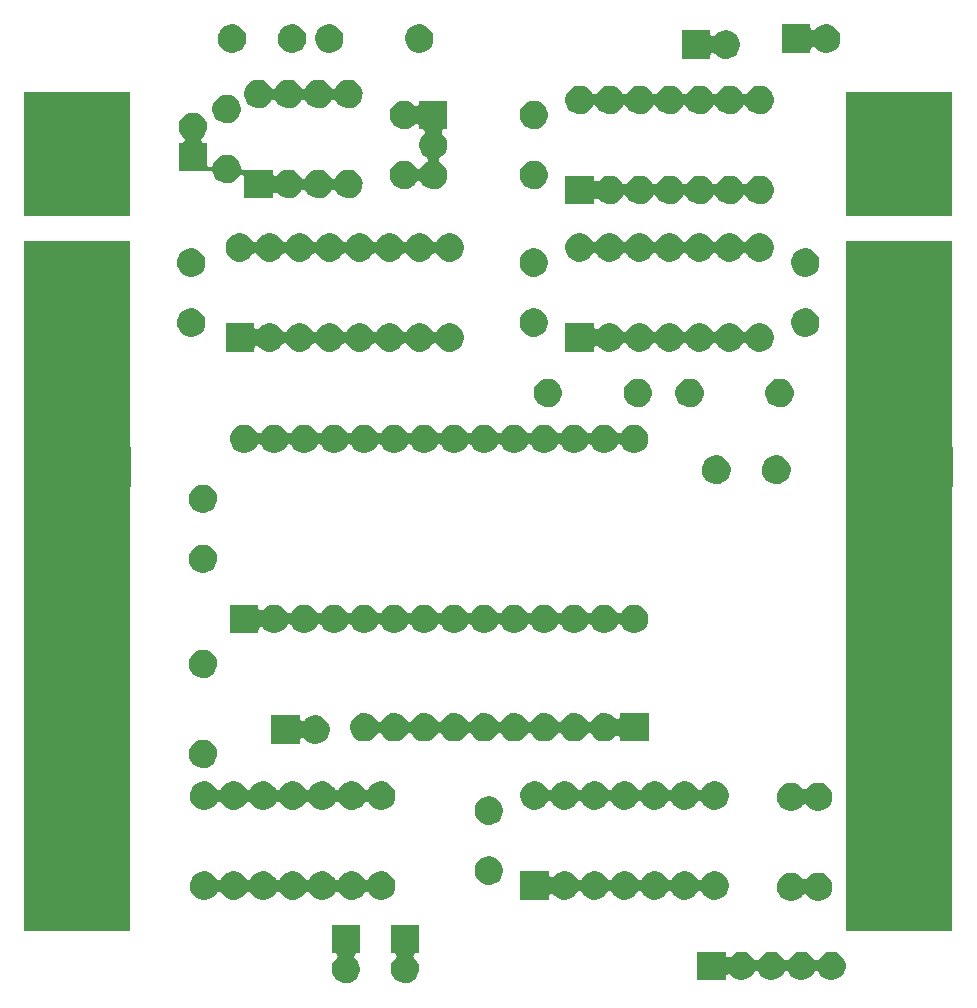
<source format=gbs>
G04 #@! TF.FileFunction,Soldermask,Bot*
%FSLAX46Y46*%
G04 Gerber Fmt 4.6, Leading zero omitted, Abs format (unit mm)*
G04 Created by KiCad (PCBNEW 4.0.0-stable) date Tue 15 Mar 2016 09:50:33 PM CET*
%MOMM*%
G01*
G04 APERTURE LIST*
%ADD10C,0.150000*%
G04 APERTURE END LIST*
D10*
G36*
X134798500Y-125928500D02*
X134557556Y-125928500D01*
X134487908Y-125938398D01*
X134423774Y-125967307D01*
X134370234Y-126012939D01*
X134331526Y-126071681D01*
X134310715Y-126138880D01*
X134309450Y-126209217D01*
X134327830Y-126277121D01*
X134380164Y-126354659D01*
X134533274Y-126508841D01*
X134663340Y-126704607D01*
X134752910Y-126921919D01*
X134798219Y-127150749D01*
X134798218Y-127150801D01*
X134798551Y-127152481D01*
X134794803Y-127420939D01*
X134794424Y-127422608D01*
X134794423Y-127422664D01*
X134742742Y-127650140D01*
X134647143Y-127864859D01*
X134511658Y-128056920D01*
X134341448Y-128219009D01*
X134142995Y-128344951D01*
X133923863Y-128429946D01*
X133692392Y-128470761D01*
X133457406Y-128465838D01*
X133227849Y-128415367D01*
X133012463Y-128321267D01*
X132819466Y-128187131D01*
X132656190Y-128018054D01*
X132528865Y-127820486D01*
X132442343Y-127601955D01*
X132399914Y-127370775D01*
X132403196Y-127135754D01*
X132452062Y-126905855D01*
X132544656Y-126689818D01*
X132677445Y-126495884D01*
X132819148Y-126357119D01*
X132861985Y-126301317D01*
X132887580Y-126235790D01*
X132893906Y-126165727D01*
X132880463Y-126096675D01*
X132848315Y-126034103D01*
X132800007Y-125982964D01*
X132739364Y-125947307D01*
X132644233Y-125928500D01*
X132401500Y-125928500D01*
X132401500Y-123531500D01*
X134798500Y-123531500D01*
X134798500Y-125928500D01*
X134798500Y-125928500D01*
G37*
G36*
X139798500Y-125928500D02*
X139557556Y-125928500D01*
X139487908Y-125938398D01*
X139423774Y-125967307D01*
X139370234Y-126012939D01*
X139331526Y-126071681D01*
X139310715Y-126138880D01*
X139309450Y-126209217D01*
X139327830Y-126277121D01*
X139380164Y-126354659D01*
X139533274Y-126508841D01*
X139663340Y-126704607D01*
X139752910Y-126921919D01*
X139798219Y-127150749D01*
X139798218Y-127150801D01*
X139798551Y-127152481D01*
X139794803Y-127420939D01*
X139794424Y-127422608D01*
X139794423Y-127422664D01*
X139742742Y-127650140D01*
X139647143Y-127864859D01*
X139511658Y-128056920D01*
X139341448Y-128219009D01*
X139142995Y-128344951D01*
X138923863Y-128429946D01*
X138692392Y-128470761D01*
X138457406Y-128465838D01*
X138227849Y-128415367D01*
X138012463Y-128321267D01*
X137819466Y-128187131D01*
X137656190Y-128018054D01*
X137528865Y-127820486D01*
X137442343Y-127601955D01*
X137399914Y-127370775D01*
X137403196Y-127135754D01*
X137452062Y-126905855D01*
X137544656Y-126689818D01*
X137677445Y-126495884D01*
X137819148Y-126357119D01*
X137861985Y-126301317D01*
X137887580Y-126235790D01*
X137893906Y-126165727D01*
X137880463Y-126096675D01*
X137848315Y-126034103D01*
X137800007Y-125982964D01*
X137739364Y-125947307D01*
X137644233Y-125928500D01*
X137401500Y-125928500D01*
X137401500Y-123531500D01*
X139798500Y-123531500D01*
X139798500Y-125928500D01*
X139798500Y-125928500D01*
G37*
G36*
X174835883Y-125802287D02*
X175066124Y-125849549D01*
X175282798Y-125940631D01*
X175477655Y-126072063D01*
X175643276Y-126238844D01*
X175773340Y-126434607D01*
X175862910Y-126651919D01*
X175908219Y-126880749D01*
X175908218Y-126880801D01*
X175908551Y-126882481D01*
X175904803Y-127150939D01*
X175904424Y-127152608D01*
X175904423Y-127152664D01*
X175852742Y-127380140D01*
X175757143Y-127594859D01*
X175621658Y-127786920D01*
X175451448Y-127949009D01*
X175252995Y-128074951D01*
X175033863Y-128159946D01*
X174802392Y-128200761D01*
X174567406Y-128195838D01*
X174337849Y-128145367D01*
X174122463Y-128051267D01*
X173929466Y-127917131D01*
X173766189Y-127748053D01*
X173651602Y-127570250D01*
X173605553Y-127517068D01*
X173546511Y-127478820D01*
X173479151Y-127458535D01*
X173408807Y-127457820D01*
X173341048Y-127476730D01*
X173281240Y-127513769D01*
X173234119Y-127566003D01*
X173221765Y-127588306D01*
X173081658Y-127786920D01*
X172911448Y-127949009D01*
X172712995Y-128074951D01*
X172493863Y-128159946D01*
X172262392Y-128200761D01*
X172027406Y-128195838D01*
X171797849Y-128145367D01*
X171582463Y-128051267D01*
X171389466Y-127917131D01*
X171226189Y-127748053D01*
X171111602Y-127570250D01*
X171065553Y-127517068D01*
X171006511Y-127478820D01*
X170939151Y-127458535D01*
X170868807Y-127457820D01*
X170801048Y-127476730D01*
X170741240Y-127513769D01*
X170694119Y-127566003D01*
X170681765Y-127588306D01*
X170541658Y-127786920D01*
X170371448Y-127949009D01*
X170172995Y-128074951D01*
X169953863Y-128159946D01*
X169722392Y-128200761D01*
X169487406Y-128195838D01*
X169257849Y-128145367D01*
X169042463Y-128051267D01*
X168849466Y-127917131D01*
X168686189Y-127748053D01*
X168571602Y-127570250D01*
X168525553Y-127517068D01*
X168466511Y-127478820D01*
X168399151Y-127458535D01*
X168328807Y-127457820D01*
X168261048Y-127476730D01*
X168201240Y-127513769D01*
X168154119Y-127566003D01*
X168141765Y-127588306D01*
X168001658Y-127786920D01*
X167831448Y-127949009D01*
X167632995Y-128074951D01*
X167413863Y-128159946D01*
X167182392Y-128200761D01*
X166947406Y-128195838D01*
X166717849Y-128145367D01*
X166502463Y-128051267D01*
X166309466Y-127917131D01*
X166178335Y-127781341D01*
X166122833Y-127738116D01*
X166057487Y-127712065D01*
X165987470Y-127705249D01*
X165918326Y-127718211D01*
X165855530Y-127749921D01*
X165804055Y-127797871D01*
X165767977Y-127858263D01*
X165748500Y-127955006D01*
X165748500Y-128198500D01*
X163351500Y-128198500D01*
X163351500Y-125801500D01*
X165748500Y-125801500D01*
X165748500Y-126041419D01*
X165758398Y-126111067D01*
X165787307Y-126175201D01*
X165832939Y-126228741D01*
X165891681Y-126267449D01*
X165958880Y-126288260D01*
X166029217Y-126289525D01*
X166097121Y-126271145D01*
X166173415Y-126220038D01*
X166335375Y-126061436D01*
X166532047Y-125932737D01*
X166749972Y-125844689D01*
X166980851Y-125800646D01*
X167215883Y-125802287D01*
X167446124Y-125849549D01*
X167662798Y-125940631D01*
X167857655Y-126072063D01*
X168023276Y-126238844D01*
X168150730Y-126430678D01*
X168197516Y-126483212D01*
X168257087Y-126520632D01*
X168324723Y-126539975D01*
X168395071Y-126539708D01*
X168462559Y-126519854D01*
X168521844Y-126481984D01*
X168565238Y-126433572D01*
X168707444Y-126225885D01*
X168875375Y-126061436D01*
X169072047Y-125932737D01*
X169289972Y-125844689D01*
X169520851Y-125800646D01*
X169755883Y-125802287D01*
X169986124Y-125849549D01*
X170202798Y-125940631D01*
X170397655Y-126072063D01*
X170563276Y-126238844D01*
X170690730Y-126430678D01*
X170737516Y-126483212D01*
X170797087Y-126520632D01*
X170864723Y-126539975D01*
X170935071Y-126539708D01*
X171002559Y-126519854D01*
X171061844Y-126481984D01*
X171105238Y-126433572D01*
X171247444Y-126225885D01*
X171415375Y-126061436D01*
X171612047Y-125932737D01*
X171829972Y-125844689D01*
X172060851Y-125800646D01*
X172295883Y-125802287D01*
X172526124Y-125849549D01*
X172742798Y-125940631D01*
X172937655Y-126072063D01*
X173103276Y-126238844D01*
X173230730Y-126430678D01*
X173277516Y-126483212D01*
X173337087Y-126520632D01*
X173404723Y-126539975D01*
X173475071Y-126539708D01*
X173542559Y-126519854D01*
X173601844Y-126481984D01*
X173645238Y-126433572D01*
X173787444Y-126225885D01*
X173955375Y-126061436D01*
X174152047Y-125932737D01*
X174369972Y-125844689D01*
X174600851Y-125800646D01*
X174835883Y-125802287D01*
X174835883Y-125802287D01*
G37*
G36*
X115360000Y-82990000D02*
X115369898Y-83059648D01*
X115380000Y-83082059D01*
X115380000Y-86396000D01*
X115363159Y-86450380D01*
X115360000Y-86490000D01*
X115360000Y-124040000D01*
X106360000Y-124040000D01*
X106360000Y-85604000D01*
X106376841Y-85549620D01*
X106380000Y-85510000D01*
X106380000Y-83970000D01*
X106370102Y-83900352D01*
X106360000Y-83877941D01*
X106360000Y-65600000D01*
X115360000Y-65600000D01*
X115360000Y-82990000D01*
X115360000Y-82990000D01*
G37*
G36*
X184950000Y-82990000D02*
X184959898Y-83059648D01*
X184970000Y-83082059D01*
X184970000Y-86396000D01*
X184953159Y-86450380D01*
X184950000Y-86490000D01*
X184950000Y-124040000D01*
X175950000Y-124040000D01*
X175950000Y-85604000D01*
X175966841Y-85549620D01*
X175970000Y-85510000D01*
X175970000Y-83970000D01*
X175960102Y-83900352D01*
X175950000Y-83877941D01*
X175950000Y-65600000D01*
X184950000Y-65600000D01*
X184950000Y-82990000D01*
X184950000Y-82990000D01*
G37*
G36*
X173725883Y-119112287D02*
X173956124Y-119159549D01*
X174172798Y-119250631D01*
X174367655Y-119382063D01*
X174533276Y-119548844D01*
X174663340Y-119744607D01*
X174752910Y-119961919D01*
X174798219Y-120190749D01*
X174798218Y-120190801D01*
X174798551Y-120192481D01*
X174794803Y-120460939D01*
X174794424Y-120462608D01*
X174794423Y-120462664D01*
X174742742Y-120690140D01*
X174647143Y-120904859D01*
X174511658Y-121096920D01*
X174341448Y-121259009D01*
X174142995Y-121384951D01*
X173923863Y-121469946D01*
X173692392Y-121510761D01*
X173457406Y-121505838D01*
X173227849Y-121455367D01*
X173012463Y-121361267D01*
X172819466Y-121227131D01*
X172650734Y-121052404D01*
X172611784Y-121007419D01*
X172552742Y-120969171D01*
X172485382Y-120948885D01*
X172415038Y-120948168D01*
X172347279Y-120967078D01*
X172287470Y-121004116D01*
X172243403Y-121051918D01*
X172211656Y-121096922D01*
X172041448Y-121259009D01*
X171842995Y-121384951D01*
X171623863Y-121469946D01*
X171392392Y-121510761D01*
X171157406Y-121505838D01*
X170927849Y-121455367D01*
X170712463Y-121361267D01*
X170519466Y-121227131D01*
X170356190Y-121058054D01*
X170228865Y-120860486D01*
X170142343Y-120641955D01*
X170099914Y-120410775D01*
X170103196Y-120175754D01*
X170152062Y-119945855D01*
X170244656Y-119729818D01*
X170377445Y-119535884D01*
X170545375Y-119371436D01*
X170742047Y-119242737D01*
X170959972Y-119154689D01*
X171190851Y-119110646D01*
X171425883Y-119112287D01*
X171656124Y-119159549D01*
X171872798Y-119250631D01*
X172067655Y-119382063D01*
X172233276Y-119548844D01*
X172242537Y-119562783D01*
X172289323Y-119615317D01*
X172348893Y-119652737D01*
X172416530Y-119672080D01*
X172486878Y-119671813D01*
X172554366Y-119651959D01*
X172613651Y-119614089D01*
X172657045Y-119565677D01*
X172677444Y-119535885D01*
X172845375Y-119371436D01*
X173042047Y-119242737D01*
X173259972Y-119154689D01*
X173490851Y-119110646D01*
X173725883Y-119112287D01*
X173725883Y-119112287D01*
G37*
G36*
X164945883Y-119012287D02*
X165176124Y-119059549D01*
X165392798Y-119150631D01*
X165587655Y-119282063D01*
X165753276Y-119448844D01*
X165883340Y-119644607D01*
X165972910Y-119861919D01*
X166018219Y-120090749D01*
X166018218Y-120090801D01*
X166018551Y-120092481D01*
X166014803Y-120360939D01*
X166014424Y-120362608D01*
X166014423Y-120362664D01*
X165962742Y-120590140D01*
X165867143Y-120804859D01*
X165731658Y-120996920D01*
X165561448Y-121159009D01*
X165362995Y-121284951D01*
X165143863Y-121369946D01*
X164912392Y-121410761D01*
X164677406Y-121405838D01*
X164447849Y-121355367D01*
X164232463Y-121261267D01*
X164039466Y-121127131D01*
X163876189Y-120958053D01*
X163761602Y-120780250D01*
X163715553Y-120727068D01*
X163656511Y-120688820D01*
X163589151Y-120668535D01*
X163518807Y-120667820D01*
X163451048Y-120686730D01*
X163391240Y-120723769D01*
X163344119Y-120776003D01*
X163331765Y-120798306D01*
X163191658Y-120996920D01*
X163021448Y-121159009D01*
X162822995Y-121284951D01*
X162603863Y-121369946D01*
X162372392Y-121410761D01*
X162137406Y-121405838D01*
X161907849Y-121355367D01*
X161692463Y-121261267D01*
X161499466Y-121127131D01*
X161336189Y-120958053D01*
X161221602Y-120780250D01*
X161175553Y-120727068D01*
X161116511Y-120688820D01*
X161049151Y-120668535D01*
X160978807Y-120667820D01*
X160911048Y-120686730D01*
X160851240Y-120723769D01*
X160804119Y-120776003D01*
X160791765Y-120798306D01*
X160651658Y-120996920D01*
X160481448Y-121159009D01*
X160282995Y-121284951D01*
X160063863Y-121369946D01*
X159832392Y-121410761D01*
X159597406Y-121405838D01*
X159367849Y-121355367D01*
X159152463Y-121261267D01*
X158959466Y-121127131D01*
X158796189Y-120958053D01*
X158681602Y-120780250D01*
X158635553Y-120727068D01*
X158576511Y-120688820D01*
X158509151Y-120668535D01*
X158438807Y-120667820D01*
X158371048Y-120686730D01*
X158311240Y-120723769D01*
X158264119Y-120776003D01*
X158251765Y-120798306D01*
X158111658Y-120996920D01*
X157941448Y-121159009D01*
X157742995Y-121284951D01*
X157523863Y-121369946D01*
X157292392Y-121410761D01*
X157057406Y-121405838D01*
X156827849Y-121355367D01*
X156612463Y-121261267D01*
X156419466Y-121127131D01*
X156256189Y-120958053D01*
X156141602Y-120780250D01*
X156095553Y-120727068D01*
X156036511Y-120688820D01*
X155969151Y-120668535D01*
X155898807Y-120667820D01*
X155831048Y-120686730D01*
X155771240Y-120723769D01*
X155724119Y-120776003D01*
X155711765Y-120798306D01*
X155571658Y-120996920D01*
X155401448Y-121159009D01*
X155202995Y-121284951D01*
X154983863Y-121369946D01*
X154752392Y-121410761D01*
X154517406Y-121405838D01*
X154287849Y-121355367D01*
X154072463Y-121261267D01*
X153879466Y-121127131D01*
X153716189Y-120958053D01*
X153601602Y-120780250D01*
X153555553Y-120727068D01*
X153496511Y-120688820D01*
X153429151Y-120668535D01*
X153358807Y-120667820D01*
X153291048Y-120686730D01*
X153231240Y-120723769D01*
X153184119Y-120776003D01*
X153171765Y-120798306D01*
X153031658Y-120996920D01*
X152861448Y-121159009D01*
X152662995Y-121284951D01*
X152443863Y-121369946D01*
X152212392Y-121410761D01*
X151977406Y-121405838D01*
X151747849Y-121355367D01*
X151532463Y-121261267D01*
X151339466Y-121127131D01*
X151208335Y-120991341D01*
X151152833Y-120948116D01*
X151087487Y-120922065D01*
X151017470Y-120915249D01*
X150948326Y-120928211D01*
X150885530Y-120959921D01*
X150834055Y-121007871D01*
X150797977Y-121068263D01*
X150778500Y-121165006D01*
X150778500Y-121408500D01*
X148381500Y-121408500D01*
X148381500Y-119011500D01*
X150778500Y-119011500D01*
X150778500Y-119251419D01*
X150788398Y-119321067D01*
X150817307Y-119385201D01*
X150862939Y-119438741D01*
X150921681Y-119477449D01*
X150988880Y-119498260D01*
X151059217Y-119499525D01*
X151127121Y-119481145D01*
X151203415Y-119430038D01*
X151365375Y-119271436D01*
X151562047Y-119142737D01*
X151779972Y-119054689D01*
X152010851Y-119010646D01*
X152245883Y-119012287D01*
X152476124Y-119059549D01*
X152692798Y-119150631D01*
X152887655Y-119282063D01*
X153053276Y-119448844D01*
X153180730Y-119640678D01*
X153227516Y-119693212D01*
X153287087Y-119730632D01*
X153354723Y-119749975D01*
X153425071Y-119749708D01*
X153492559Y-119729854D01*
X153551844Y-119691984D01*
X153595238Y-119643572D01*
X153737444Y-119435885D01*
X153905375Y-119271436D01*
X154102047Y-119142737D01*
X154319972Y-119054689D01*
X154550851Y-119010646D01*
X154785883Y-119012287D01*
X155016124Y-119059549D01*
X155232798Y-119150631D01*
X155427655Y-119282063D01*
X155593276Y-119448844D01*
X155720730Y-119640678D01*
X155767516Y-119693212D01*
X155827087Y-119730632D01*
X155894723Y-119749975D01*
X155965071Y-119749708D01*
X156032559Y-119729854D01*
X156091844Y-119691984D01*
X156135238Y-119643572D01*
X156277444Y-119435885D01*
X156445375Y-119271436D01*
X156642047Y-119142737D01*
X156859972Y-119054689D01*
X157090851Y-119010646D01*
X157325883Y-119012287D01*
X157556124Y-119059549D01*
X157772798Y-119150631D01*
X157967655Y-119282063D01*
X158133276Y-119448844D01*
X158260730Y-119640678D01*
X158307516Y-119693212D01*
X158367087Y-119730632D01*
X158434723Y-119749975D01*
X158505071Y-119749708D01*
X158572559Y-119729854D01*
X158631844Y-119691984D01*
X158675238Y-119643572D01*
X158817444Y-119435885D01*
X158985375Y-119271436D01*
X159182047Y-119142737D01*
X159399972Y-119054689D01*
X159630851Y-119010646D01*
X159865883Y-119012287D01*
X160096124Y-119059549D01*
X160312798Y-119150631D01*
X160507655Y-119282063D01*
X160673276Y-119448844D01*
X160800730Y-119640678D01*
X160847516Y-119693212D01*
X160907087Y-119730632D01*
X160974723Y-119749975D01*
X161045071Y-119749708D01*
X161112559Y-119729854D01*
X161171844Y-119691984D01*
X161215238Y-119643572D01*
X161357444Y-119435885D01*
X161525375Y-119271436D01*
X161722047Y-119142737D01*
X161939972Y-119054689D01*
X162170851Y-119010646D01*
X162405883Y-119012287D01*
X162636124Y-119059549D01*
X162852798Y-119150631D01*
X163047655Y-119282063D01*
X163213276Y-119448844D01*
X163340730Y-119640678D01*
X163387516Y-119693212D01*
X163447087Y-119730632D01*
X163514723Y-119749975D01*
X163585071Y-119749708D01*
X163652559Y-119729854D01*
X163711844Y-119691984D01*
X163755238Y-119643572D01*
X163897444Y-119435885D01*
X164065375Y-119271436D01*
X164262047Y-119142737D01*
X164479972Y-119054689D01*
X164710851Y-119010646D01*
X164945883Y-119012287D01*
X164945883Y-119012287D01*
G37*
G36*
X136725883Y-119012287D02*
X136956124Y-119059549D01*
X137172798Y-119150631D01*
X137367655Y-119282063D01*
X137533276Y-119448844D01*
X137663340Y-119644607D01*
X137752910Y-119861919D01*
X137798219Y-120090749D01*
X137798218Y-120090801D01*
X137798551Y-120092481D01*
X137794803Y-120360939D01*
X137794424Y-120362608D01*
X137794423Y-120362664D01*
X137742742Y-120590140D01*
X137647143Y-120804859D01*
X137511658Y-120996920D01*
X137341448Y-121159009D01*
X137142995Y-121284951D01*
X136923863Y-121369946D01*
X136692392Y-121410761D01*
X136457406Y-121405838D01*
X136227849Y-121355367D01*
X136012463Y-121261267D01*
X135819466Y-121127131D01*
X135656189Y-120958053D01*
X135562346Y-120812438D01*
X135516297Y-120759256D01*
X135457255Y-120721008D01*
X135389895Y-120700723D01*
X135319551Y-120700008D01*
X135251792Y-120718918D01*
X135191984Y-120755956D01*
X135147919Y-120803758D01*
X135011658Y-120996920D01*
X134841448Y-121159009D01*
X134642995Y-121284951D01*
X134423863Y-121369946D01*
X134192392Y-121410761D01*
X133957406Y-121405838D01*
X133727849Y-121355367D01*
X133512463Y-121261267D01*
X133319466Y-121127131D01*
X133156189Y-120958053D01*
X133062346Y-120812438D01*
X133016297Y-120759256D01*
X132957255Y-120721008D01*
X132889895Y-120700723D01*
X132819551Y-120700008D01*
X132751792Y-120718918D01*
X132691984Y-120755956D01*
X132647919Y-120803758D01*
X132511658Y-120996920D01*
X132341448Y-121159009D01*
X132142995Y-121284951D01*
X131923863Y-121369946D01*
X131692392Y-121410761D01*
X131457406Y-121405838D01*
X131227849Y-121355367D01*
X131012463Y-121261267D01*
X130819466Y-121127131D01*
X130656189Y-120958053D01*
X130562346Y-120812438D01*
X130516297Y-120759256D01*
X130457255Y-120721008D01*
X130389895Y-120700723D01*
X130319551Y-120700008D01*
X130251792Y-120718918D01*
X130191984Y-120755956D01*
X130147919Y-120803758D01*
X130011658Y-120996920D01*
X129841448Y-121159009D01*
X129642995Y-121284951D01*
X129423863Y-121369946D01*
X129192392Y-121410761D01*
X128957406Y-121405838D01*
X128727849Y-121355367D01*
X128512463Y-121261267D01*
X128319466Y-121127131D01*
X128156189Y-120958053D01*
X128062346Y-120812438D01*
X128016297Y-120759256D01*
X127957255Y-120721008D01*
X127889895Y-120700723D01*
X127819551Y-120700008D01*
X127751792Y-120718918D01*
X127691984Y-120755956D01*
X127647919Y-120803758D01*
X127511658Y-120996920D01*
X127341448Y-121159009D01*
X127142995Y-121284951D01*
X126923863Y-121369946D01*
X126692392Y-121410761D01*
X126457406Y-121405838D01*
X126227849Y-121355367D01*
X126012463Y-121261267D01*
X125819466Y-121127131D01*
X125656189Y-120958053D01*
X125562346Y-120812438D01*
X125516297Y-120759256D01*
X125457255Y-120721008D01*
X125389895Y-120700723D01*
X125319551Y-120700008D01*
X125251792Y-120718918D01*
X125191984Y-120755956D01*
X125147919Y-120803758D01*
X125011658Y-120996920D01*
X124841448Y-121159009D01*
X124642995Y-121284951D01*
X124423863Y-121369946D01*
X124192392Y-121410761D01*
X123957406Y-121405838D01*
X123727849Y-121355367D01*
X123512463Y-121261267D01*
X123319466Y-121127131D01*
X123156189Y-120958053D01*
X123062346Y-120812438D01*
X123016297Y-120759256D01*
X122957255Y-120721008D01*
X122889895Y-120700723D01*
X122819551Y-120700008D01*
X122751792Y-120718918D01*
X122691984Y-120755956D01*
X122647919Y-120803758D01*
X122511658Y-120996920D01*
X122341448Y-121159009D01*
X122142995Y-121284951D01*
X121923863Y-121369946D01*
X121692392Y-121410761D01*
X121457406Y-121405838D01*
X121227849Y-121355367D01*
X121012463Y-121261267D01*
X120819466Y-121127131D01*
X120656190Y-120958054D01*
X120528865Y-120760486D01*
X120442343Y-120541955D01*
X120399914Y-120310775D01*
X120403196Y-120075754D01*
X120452062Y-119845855D01*
X120544656Y-119629818D01*
X120677445Y-119435884D01*
X120845375Y-119271436D01*
X121042047Y-119142737D01*
X121259972Y-119054689D01*
X121490851Y-119010646D01*
X121725883Y-119012287D01*
X121956124Y-119059549D01*
X122172798Y-119150631D01*
X122367655Y-119282063D01*
X122533273Y-119448841D01*
X122641030Y-119611029D01*
X122687817Y-119663563D01*
X122747387Y-119700983D01*
X122815024Y-119720326D01*
X122885372Y-119720059D01*
X122952860Y-119700205D01*
X123012145Y-119662335D01*
X123055539Y-119613923D01*
X123177444Y-119435885D01*
X123345375Y-119271436D01*
X123542047Y-119142737D01*
X123759972Y-119054689D01*
X123990851Y-119010646D01*
X124225883Y-119012287D01*
X124456124Y-119059549D01*
X124672798Y-119150631D01*
X124867655Y-119282063D01*
X125033273Y-119448841D01*
X125141030Y-119611029D01*
X125187817Y-119663563D01*
X125247387Y-119700983D01*
X125315024Y-119720326D01*
X125385372Y-119720059D01*
X125452860Y-119700205D01*
X125512145Y-119662335D01*
X125555539Y-119613923D01*
X125677444Y-119435885D01*
X125845375Y-119271436D01*
X126042047Y-119142737D01*
X126259972Y-119054689D01*
X126490851Y-119010646D01*
X126725883Y-119012287D01*
X126956124Y-119059549D01*
X127172798Y-119150631D01*
X127367655Y-119282063D01*
X127533273Y-119448841D01*
X127641030Y-119611029D01*
X127687817Y-119663563D01*
X127747387Y-119700983D01*
X127815024Y-119720326D01*
X127885372Y-119720059D01*
X127952860Y-119700205D01*
X128012145Y-119662335D01*
X128055539Y-119613923D01*
X128177444Y-119435885D01*
X128345375Y-119271436D01*
X128542047Y-119142737D01*
X128759972Y-119054689D01*
X128990851Y-119010646D01*
X129225883Y-119012287D01*
X129456124Y-119059549D01*
X129672798Y-119150631D01*
X129867655Y-119282063D01*
X130033273Y-119448841D01*
X130141030Y-119611029D01*
X130187817Y-119663563D01*
X130247387Y-119700983D01*
X130315024Y-119720326D01*
X130385372Y-119720059D01*
X130452860Y-119700205D01*
X130512145Y-119662335D01*
X130555539Y-119613923D01*
X130677444Y-119435885D01*
X130845375Y-119271436D01*
X131042047Y-119142737D01*
X131259972Y-119054689D01*
X131490851Y-119010646D01*
X131725883Y-119012287D01*
X131956124Y-119059549D01*
X132172798Y-119150631D01*
X132367655Y-119282063D01*
X132533273Y-119448841D01*
X132641030Y-119611029D01*
X132687817Y-119663563D01*
X132747387Y-119700983D01*
X132815024Y-119720326D01*
X132885372Y-119720059D01*
X132952860Y-119700205D01*
X133012145Y-119662335D01*
X133055539Y-119613923D01*
X133177444Y-119435885D01*
X133345375Y-119271436D01*
X133542047Y-119142737D01*
X133759972Y-119054689D01*
X133990851Y-119010646D01*
X134225883Y-119012287D01*
X134456124Y-119059549D01*
X134672798Y-119150631D01*
X134867655Y-119282063D01*
X135033273Y-119448841D01*
X135141030Y-119611029D01*
X135187817Y-119663563D01*
X135247387Y-119700983D01*
X135315024Y-119720326D01*
X135385372Y-119720059D01*
X135452860Y-119700205D01*
X135512145Y-119662335D01*
X135555539Y-119613923D01*
X135677444Y-119435885D01*
X135845375Y-119271436D01*
X136042047Y-119142737D01*
X136259972Y-119054689D01*
X136490851Y-119010646D01*
X136725883Y-119012287D01*
X136725883Y-119012287D01*
G37*
G36*
X145825883Y-117742287D02*
X146056124Y-117789549D01*
X146272798Y-117880631D01*
X146467655Y-118012063D01*
X146633276Y-118178844D01*
X146763340Y-118374607D01*
X146852910Y-118591919D01*
X146898219Y-118820749D01*
X146898218Y-118820801D01*
X146898551Y-118822481D01*
X146894803Y-119090939D01*
X146894424Y-119092608D01*
X146894423Y-119092664D01*
X146842742Y-119320140D01*
X146747143Y-119534859D01*
X146611658Y-119726920D01*
X146441448Y-119889009D01*
X146242995Y-120014951D01*
X146023863Y-120099946D01*
X145792392Y-120140761D01*
X145557406Y-120135838D01*
X145327849Y-120085367D01*
X145112463Y-119991267D01*
X144919466Y-119857131D01*
X144756190Y-119688054D01*
X144628865Y-119490486D01*
X144542343Y-119271955D01*
X144499914Y-119040775D01*
X144503196Y-118805754D01*
X144552062Y-118575855D01*
X144644656Y-118359818D01*
X144777445Y-118165884D01*
X144945375Y-118001436D01*
X145142047Y-117872737D01*
X145359972Y-117784689D01*
X145590851Y-117740646D01*
X145825883Y-117742287D01*
X145825883Y-117742287D01*
G37*
G36*
X145825883Y-112662287D02*
X146056124Y-112709549D01*
X146272798Y-112800631D01*
X146467655Y-112932063D01*
X146633276Y-113098844D01*
X146763340Y-113294607D01*
X146852910Y-113511919D01*
X146898219Y-113740749D01*
X146898218Y-113740801D01*
X146898551Y-113742481D01*
X146894803Y-114010939D01*
X146894424Y-114012608D01*
X146894423Y-114012664D01*
X146842742Y-114240140D01*
X146747143Y-114454859D01*
X146611658Y-114646920D01*
X146441448Y-114809009D01*
X146242995Y-114934951D01*
X146023863Y-115019946D01*
X145792392Y-115060761D01*
X145557406Y-115055838D01*
X145327849Y-115005367D01*
X145112463Y-114911267D01*
X144919466Y-114777131D01*
X144756190Y-114608054D01*
X144628865Y-114410486D01*
X144542343Y-114191955D01*
X144499914Y-113960775D01*
X144503196Y-113725754D01*
X144552062Y-113495855D01*
X144644656Y-113279818D01*
X144777445Y-113085884D01*
X144945375Y-112921436D01*
X145142047Y-112792737D01*
X145359972Y-112704689D01*
X145590851Y-112660646D01*
X145825883Y-112662287D01*
X145825883Y-112662287D01*
G37*
G36*
X173725883Y-111492287D02*
X173956124Y-111539549D01*
X174172798Y-111630631D01*
X174367655Y-111762063D01*
X174533276Y-111928844D01*
X174663340Y-112124607D01*
X174752910Y-112341919D01*
X174798219Y-112570749D01*
X174798218Y-112570801D01*
X174798551Y-112572481D01*
X174794803Y-112840939D01*
X174794424Y-112842608D01*
X174794423Y-112842664D01*
X174742742Y-113070140D01*
X174647143Y-113284859D01*
X174511658Y-113476920D01*
X174341448Y-113639009D01*
X174142995Y-113764951D01*
X173923863Y-113849946D01*
X173692392Y-113890761D01*
X173457406Y-113885838D01*
X173227849Y-113835367D01*
X173012463Y-113741267D01*
X172819466Y-113607131D01*
X172650734Y-113432404D01*
X172611784Y-113387419D01*
X172552742Y-113349171D01*
X172485382Y-113328885D01*
X172415038Y-113328168D01*
X172347279Y-113347078D01*
X172287470Y-113384116D01*
X172243403Y-113431918D01*
X172211656Y-113476922D01*
X172041448Y-113639009D01*
X171842995Y-113764951D01*
X171623863Y-113849946D01*
X171392392Y-113890761D01*
X171157406Y-113885838D01*
X170927849Y-113835367D01*
X170712463Y-113741267D01*
X170519466Y-113607131D01*
X170356190Y-113438054D01*
X170228865Y-113240486D01*
X170142343Y-113021955D01*
X170099914Y-112790775D01*
X170103196Y-112555754D01*
X170152062Y-112325855D01*
X170244656Y-112109818D01*
X170377445Y-111915884D01*
X170545375Y-111751436D01*
X170742047Y-111622737D01*
X170959972Y-111534689D01*
X171190851Y-111490646D01*
X171425883Y-111492287D01*
X171656124Y-111539549D01*
X171872798Y-111630631D01*
X172067655Y-111762063D01*
X172233276Y-111928844D01*
X172242537Y-111942783D01*
X172289323Y-111995317D01*
X172348893Y-112032737D01*
X172416530Y-112052080D01*
X172486878Y-112051813D01*
X172554366Y-112031959D01*
X172613651Y-111994089D01*
X172657045Y-111945677D01*
X172677444Y-111915885D01*
X172845375Y-111751436D01*
X173042047Y-111622737D01*
X173259972Y-111534689D01*
X173490851Y-111490646D01*
X173725883Y-111492287D01*
X173725883Y-111492287D01*
G37*
G36*
X136725883Y-111392287D02*
X136956124Y-111439549D01*
X137172798Y-111530631D01*
X137367655Y-111662063D01*
X137533276Y-111828844D01*
X137663340Y-112024607D01*
X137752910Y-112241919D01*
X137798219Y-112470749D01*
X137798218Y-112470801D01*
X137798551Y-112472481D01*
X137794803Y-112740939D01*
X137794424Y-112742608D01*
X137794423Y-112742664D01*
X137742742Y-112970140D01*
X137647143Y-113184859D01*
X137511658Y-113376920D01*
X137341448Y-113539009D01*
X137142995Y-113664951D01*
X136923863Y-113749946D01*
X136692392Y-113790761D01*
X136457406Y-113785838D01*
X136227849Y-113735367D01*
X136012463Y-113641267D01*
X135819466Y-113507131D01*
X135656189Y-113338053D01*
X135562346Y-113192438D01*
X135516297Y-113139256D01*
X135457255Y-113101008D01*
X135389895Y-113080723D01*
X135319551Y-113080008D01*
X135251792Y-113098918D01*
X135191984Y-113135956D01*
X135147919Y-113183758D01*
X135011658Y-113376920D01*
X134841448Y-113539009D01*
X134642995Y-113664951D01*
X134423863Y-113749946D01*
X134192392Y-113790761D01*
X133957406Y-113785838D01*
X133727849Y-113735367D01*
X133512463Y-113641267D01*
X133319466Y-113507131D01*
X133156189Y-113338053D01*
X133062346Y-113192438D01*
X133016297Y-113139256D01*
X132957255Y-113101008D01*
X132889895Y-113080723D01*
X132819551Y-113080008D01*
X132751792Y-113098918D01*
X132691984Y-113135956D01*
X132647919Y-113183758D01*
X132511658Y-113376920D01*
X132341448Y-113539009D01*
X132142995Y-113664951D01*
X131923863Y-113749946D01*
X131692392Y-113790761D01*
X131457406Y-113785838D01*
X131227849Y-113735367D01*
X131012463Y-113641267D01*
X130819466Y-113507131D01*
X130656189Y-113338053D01*
X130562346Y-113192438D01*
X130516297Y-113139256D01*
X130457255Y-113101008D01*
X130389895Y-113080723D01*
X130319551Y-113080008D01*
X130251792Y-113098918D01*
X130191984Y-113135956D01*
X130147919Y-113183758D01*
X130011658Y-113376920D01*
X129841448Y-113539009D01*
X129642995Y-113664951D01*
X129423863Y-113749946D01*
X129192392Y-113790761D01*
X128957406Y-113785838D01*
X128727849Y-113735367D01*
X128512463Y-113641267D01*
X128319466Y-113507131D01*
X128156189Y-113338053D01*
X128062346Y-113192438D01*
X128016297Y-113139256D01*
X127957255Y-113101008D01*
X127889895Y-113080723D01*
X127819551Y-113080008D01*
X127751792Y-113098918D01*
X127691984Y-113135956D01*
X127647919Y-113183758D01*
X127511658Y-113376920D01*
X127341448Y-113539009D01*
X127142995Y-113664951D01*
X126923863Y-113749946D01*
X126692392Y-113790761D01*
X126457406Y-113785838D01*
X126227849Y-113735367D01*
X126012463Y-113641267D01*
X125819466Y-113507131D01*
X125656189Y-113338053D01*
X125562346Y-113192438D01*
X125516297Y-113139256D01*
X125457255Y-113101008D01*
X125389895Y-113080723D01*
X125319551Y-113080008D01*
X125251792Y-113098918D01*
X125191984Y-113135956D01*
X125147919Y-113183758D01*
X125011658Y-113376920D01*
X124841448Y-113539009D01*
X124642995Y-113664951D01*
X124423863Y-113749946D01*
X124192392Y-113790761D01*
X123957406Y-113785838D01*
X123727849Y-113735367D01*
X123512463Y-113641267D01*
X123319466Y-113507131D01*
X123156189Y-113338053D01*
X123062346Y-113192438D01*
X123016297Y-113139256D01*
X122957255Y-113101008D01*
X122889895Y-113080723D01*
X122819551Y-113080008D01*
X122751792Y-113098918D01*
X122691984Y-113135956D01*
X122647919Y-113183758D01*
X122511658Y-113376920D01*
X122341448Y-113539009D01*
X122142995Y-113664951D01*
X121923863Y-113749946D01*
X121692392Y-113790761D01*
X121457406Y-113785838D01*
X121227849Y-113735367D01*
X121012463Y-113641267D01*
X120819466Y-113507131D01*
X120656190Y-113338054D01*
X120528865Y-113140486D01*
X120442343Y-112921955D01*
X120399914Y-112690775D01*
X120403196Y-112455754D01*
X120452062Y-112225855D01*
X120544656Y-112009818D01*
X120677445Y-111815884D01*
X120845375Y-111651436D01*
X121042047Y-111522737D01*
X121259972Y-111434689D01*
X121490851Y-111390646D01*
X121725883Y-111392287D01*
X121956124Y-111439549D01*
X122172798Y-111530631D01*
X122367655Y-111662063D01*
X122533273Y-111828841D01*
X122641030Y-111991029D01*
X122687817Y-112043563D01*
X122747387Y-112080983D01*
X122815024Y-112100326D01*
X122885372Y-112100059D01*
X122952860Y-112080205D01*
X123012145Y-112042335D01*
X123055539Y-111993923D01*
X123177444Y-111815885D01*
X123345375Y-111651436D01*
X123542047Y-111522737D01*
X123759972Y-111434689D01*
X123990851Y-111390646D01*
X124225883Y-111392287D01*
X124456124Y-111439549D01*
X124672798Y-111530631D01*
X124867655Y-111662063D01*
X125033273Y-111828841D01*
X125141030Y-111991029D01*
X125187817Y-112043563D01*
X125247387Y-112080983D01*
X125315024Y-112100326D01*
X125385372Y-112100059D01*
X125452860Y-112080205D01*
X125512145Y-112042335D01*
X125555539Y-111993923D01*
X125677444Y-111815885D01*
X125845375Y-111651436D01*
X126042047Y-111522737D01*
X126259972Y-111434689D01*
X126490851Y-111390646D01*
X126725883Y-111392287D01*
X126956124Y-111439549D01*
X127172798Y-111530631D01*
X127367655Y-111662063D01*
X127533273Y-111828841D01*
X127641030Y-111991029D01*
X127687817Y-112043563D01*
X127747387Y-112080983D01*
X127815024Y-112100326D01*
X127885372Y-112100059D01*
X127952860Y-112080205D01*
X128012145Y-112042335D01*
X128055539Y-111993923D01*
X128177444Y-111815885D01*
X128345375Y-111651436D01*
X128542047Y-111522737D01*
X128759972Y-111434689D01*
X128990851Y-111390646D01*
X129225883Y-111392287D01*
X129456124Y-111439549D01*
X129672798Y-111530631D01*
X129867655Y-111662063D01*
X130033273Y-111828841D01*
X130141030Y-111991029D01*
X130187817Y-112043563D01*
X130247387Y-112080983D01*
X130315024Y-112100326D01*
X130385372Y-112100059D01*
X130452860Y-112080205D01*
X130512145Y-112042335D01*
X130555539Y-111993923D01*
X130677444Y-111815885D01*
X130845375Y-111651436D01*
X131042047Y-111522737D01*
X131259972Y-111434689D01*
X131490851Y-111390646D01*
X131725883Y-111392287D01*
X131956124Y-111439549D01*
X132172798Y-111530631D01*
X132367655Y-111662063D01*
X132533273Y-111828841D01*
X132641030Y-111991029D01*
X132687817Y-112043563D01*
X132747387Y-112080983D01*
X132815024Y-112100326D01*
X132885372Y-112100059D01*
X132952860Y-112080205D01*
X133012145Y-112042335D01*
X133055539Y-111993923D01*
X133177444Y-111815885D01*
X133345375Y-111651436D01*
X133542047Y-111522737D01*
X133759972Y-111434689D01*
X133990851Y-111390646D01*
X134225883Y-111392287D01*
X134456124Y-111439549D01*
X134672798Y-111530631D01*
X134867655Y-111662063D01*
X135033273Y-111828841D01*
X135141030Y-111991029D01*
X135187817Y-112043563D01*
X135247387Y-112080983D01*
X135315024Y-112100326D01*
X135385372Y-112100059D01*
X135452860Y-112080205D01*
X135512145Y-112042335D01*
X135555539Y-111993923D01*
X135677444Y-111815885D01*
X135845375Y-111651436D01*
X136042047Y-111522737D01*
X136259972Y-111434689D01*
X136490851Y-111390646D01*
X136725883Y-111392287D01*
X136725883Y-111392287D01*
G37*
G36*
X164945883Y-111392287D02*
X165176124Y-111439549D01*
X165392798Y-111530631D01*
X165587655Y-111662063D01*
X165753276Y-111828844D01*
X165883340Y-112024607D01*
X165972910Y-112241919D01*
X166018219Y-112470749D01*
X166018218Y-112470801D01*
X166018551Y-112472481D01*
X166014803Y-112740939D01*
X166014424Y-112742608D01*
X166014423Y-112742664D01*
X165962742Y-112970140D01*
X165867143Y-113184859D01*
X165731658Y-113376920D01*
X165561448Y-113539009D01*
X165362995Y-113664951D01*
X165143863Y-113749946D01*
X164912392Y-113790761D01*
X164677406Y-113785838D01*
X164447849Y-113735367D01*
X164232463Y-113641267D01*
X164039466Y-113507131D01*
X163876189Y-113338053D01*
X163761602Y-113160250D01*
X163715553Y-113107068D01*
X163656511Y-113068820D01*
X163589151Y-113048535D01*
X163518807Y-113047820D01*
X163451048Y-113066730D01*
X163391240Y-113103769D01*
X163344119Y-113156003D01*
X163331765Y-113178306D01*
X163191658Y-113376920D01*
X163021448Y-113539009D01*
X162822995Y-113664951D01*
X162603863Y-113749946D01*
X162372392Y-113790761D01*
X162137406Y-113785838D01*
X161907849Y-113735367D01*
X161692463Y-113641267D01*
X161499466Y-113507131D01*
X161336189Y-113338053D01*
X161221602Y-113160250D01*
X161175553Y-113107068D01*
X161116511Y-113068820D01*
X161049151Y-113048535D01*
X160978807Y-113047820D01*
X160911048Y-113066730D01*
X160851240Y-113103769D01*
X160804119Y-113156003D01*
X160791765Y-113178306D01*
X160651658Y-113376920D01*
X160481448Y-113539009D01*
X160282995Y-113664951D01*
X160063863Y-113749946D01*
X159832392Y-113790761D01*
X159597406Y-113785838D01*
X159367849Y-113735367D01*
X159152463Y-113641267D01*
X158959466Y-113507131D01*
X158796189Y-113338053D01*
X158681602Y-113160250D01*
X158635553Y-113107068D01*
X158576511Y-113068820D01*
X158509151Y-113048535D01*
X158438807Y-113047820D01*
X158371048Y-113066730D01*
X158311240Y-113103769D01*
X158264119Y-113156003D01*
X158251765Y-113178306D01*
X158111658Y-113376920D01*
X157941448Y-113539009D01*
X157742995Y-113664951D01*
X157523863Y-113749946D01*
X157292392Y-113790761D01*
X157057406Y-113785838D01*
X156827849Y-113735367D01*
X156612463Y-113641267D01*
X156419466Y-113507131D01*
X156256189Y-113338053D01*
X156141602Y-113160250D01*
X156095553Y-113107068D01*
X156036511Y-113068820D01*
X155969151Y-113048535D01*
X155898807Y-113047820D01*
X155831048Y-113066730D01*
X155771240Y-113103769D01*
X155724119Y-113156003D01*
X155711765Y-113178306D01*
X155571658Y-113376920D01*
X155401448Y-113539009D01*
X155202995Y-113664951D01*
X154983863Y-113749946D01*
X154752392Y-113790761D01*
X154517406Y-113785838D01*
X154287849Y-113735367D01*
X154072463Y-113641267D01*
X153879466Y-113507131D01*
X153716189Y-113338053D01*
X153601602Y-113160250D01*
X153555553Y-113107068D01*
X153496511Y-113068820D01*
X153429151Y-113048535D01*
X153358807Y-113047820D01*
X153291048Y-113066730D01*
X153231240Y-113103769D01*
X153184119Y-113156003D01*
X153171765Y-113178306D01*
X153031658Y-113376920D01*
X152861448Y-113539009D01*
X152662995Y-113664951D01*
X152443863Y-113749946D01*
X152212392Y-113790761D01*
X151977406Y-113785838D01*
X151747849Y-113735367D01*
X151532463Y-113641267D01*
X151339466Y-113507131D01*
X151176189Y-113338053D01*
X151061602Y-113160250D01*
X151015553Y-113107068D01*
X150956511Y-113068820D01*
X150889151Y-113048535D01*
X150818807Y-113047820D01*
X150751048Y-113066730D01*
X150691240Y-113103769D01*
X150644119Y-113156003D01*
X150631765Y-113178306D01*
X150491658Y-113376920D01*
X150321448Y-113539009D01*
X150122995Y-113664951D01*
X149903863Y-113749946D01*
X149672392Y-113790761D01*
X149437406Y-113785838D01*
X149207849Y-113735367D01*
X148992463Y-113641267D01*
X148799466Y-113507131D01*
X148636190Y-113338054D01*
X148508865Y-113140486D01*
X148422343Y-112921955D01*
X148379914Y-112690775D01*
X148383196Y-112455754D01*
X148432062Y-112225855D01*
X148524656Y-112009818D01*
X148657445Y-111815884D01*
X148825375Y-111651436D01*
X149022047Y-111522737D01*
X149239972Y-111434689D01*
X149470851Y-111390646D01*
X149705883Y-111392287D01*
X149936124Y-111439549D01*
X150152798Y-111530631D01*
X150347655Y-111662063D01*
X150513276Y-111828844D01*
X150640730Y-112020678D01*
X150687516Y-112073212D01*
X150747087Y-112110632D01*
X150814723Y-112129975D01*
X150885071Y-112129708D01*
X150952559Y-112109854D01*
X151011844Y-112071984D01*
X151055238Y-112023572D01*
X151197444Y-111815885D01*
X151365375Y-111651436D01*
X151562047Y-111522737D01*
X151779972Y-111434689D01*
X152010851Y-111390646D01*
X152245883Y-111392287D01*
X152476124Y-111439549D01*
X152692798Y-111530631D01*
X152887655Y-111662063D01*
X153053276Y-111828844D01*
X153180730Y-112020678D01*
X153227516Y-112073212D01*
X153287087Y-112110632D01*
X153354723Y-112129975D01*
X153425071Y-112129708D01*
X153492559Y-112109854D01*
X153551844Y-112071984D01*
X153595238Y-112023572D01*
X153737444Y-111815885D01*
X153905375Y-111651436D01*
X154102047Y-111522737D01*
X154319972Y-111434689D01*
X154550851Y-111390646D01*
X154785883Y-111392287D01*
X155016124Y-111439549D01*
X155232798Y-111530631D01*
X155427655Y-111662063D01*
X155593276Y-111828844D01*
X155720730Y-112020678D01*
X155767516Y-112073212D01*
X155827087Y-112110632D01*
X155894723Y-112129975D01*
X155965071Y-112129708D01*
X156032559Y-112109854D01*
X156091844Y-112071984D01*
X156135238Y-112023572D01*
X156277444Y-111815885D01*
X156445375Y-111651436D01*
X156642047Y-111522737D01*
X156859972Y-111434689D01*
X157090851Y-111390646D01*
X157325883Y-111392287D01*
X157556124Y-111439549D01*
X157772798Y-111530631D01*
X157967655Y-111662063D01*
X158133276Y-111828844D01*
X158260730Y-112020678D01*
X158307516Y-112073212D01*
X158367087Y-112110632D01*
X158434723Y-112129975D01*
X158505071Y-112129708D01*
X158572559Y-112109854D01*
X158631844Y-112071984D01*
X158675238Y-112023572D01*
X158817444Y-111815885D01*
X158985375Y-111651436D01*
X159182047Y-111522737D01*
X159399972Y-111434689D01*
X159630851Y-111390646D01*
X159865883Y-111392287D01*
X160096124Y-111439549D01*
X160312798Y-111530631D01*
X160507655Y-111662063D01*
X160673276Y-111828844D01*
X160800730Y-112020678D01*
X160847516Y-112073212D01*
X160907087Y-112110632D01*
X160974723Y-112129975D01*
X161045071Y-112129708D01*
X161112559Y-112109854D01*
X161171844Y-112071984D01*
X161215238Y-112023572D01*
X161357444Y-111815885D01*
X161525375Y-111651436D01*
X161722047Y-111522737D01*
X161939972Y-111434689D01*
X162170851Y-111390646D01*
X162405883Y-111392287D01*
X162636124Y-111439549D01*
X162852798Y-111530631D01*
X163047655Y-111662063D01*
X163213276Y-111828844D01*
X163340730Y-112020678D01*
X163387516Y-112073212D01*
X163447087Y-112110632D01*
X163514723Y-112129975D01*
X163585071Y-112129708D01*
X163652559Y-112109854D01*
X163711844Y-112071984D01*
X163755238Y-112023572D01*
X163897444Y-111815885D01*
X164065375Y-111651436D01*
X164262047Y-111522737D01*
X164479972Y-111434689D01*
X164710851Y-111390646D01*
X164945883Y-111392287D01*
X164945883Y-111392287D01*
G37*
G36*
X121625883Y-107862287D02*
X121856124Y-107909549D01*
X122072798Y-108000631D01*
X122267655Y-108132063D01*
X122433276Y-108298844D01*
X122563340Y-108494607D01*
X122652910Y-108711919D01*
X122698219Y-108940749D01*
X122698218Y-108940801D01*
X122698551Y-108942481D01*
X122694803Y-109210939D01*
X122694424Y-109212608D01*
X122694423Y-109212664D01*
X122642742Y-109440140D01*
X122547143Y-109654859D01*
X122411658Y-109846920D01*
X122241448Y-110009009D01*
X122042995Y-110134951D01*
X121823863Y-110219946D01*
X121592392Y-110260761D01*
X121357406Y-110255838D01*
X121127849Y-110205367D01*
X120912463Y-110111267D01*
X120719466Y-109977131D01*
X120556190Y-109808054D01*
X120428865Y-109610486D01*
X120342343Y-109391955D01*
X120299914Y-109160775D01*
X120303196Y-108925754D01*
X120352062Y-108695855D01*
X120444656Y-108479818D01*
X120577445Y-108285884D01*
X120745375Y-108121436D01*
X120942047Y-107992737D01*
X121159972Y-107904689D01*
X121390851Y-107860646D01*
X121625883Y-107862287D01*
X121625883Y-107862287D01*
G37*
G36*
X131145883Y-105802287D02*
X131376124Y-105849549D01*
X131592798Y-105940631D01*
X131787655Y-106072063D01*
X131953276Y-106238844D01*
X132083340Y-106434607D01*
X132172910Y-106651919D01*
X132218219Y-106880749D01*
X132218218Y-106880801D01*
X132218551Y-106882481D01*
X132214803Y-107150939D01*
X132214424Y-107152608D01*
X132214423Y-107152664D01*
X132162742Y-107380140D01*
X132067143Y-107594859D01*
X131931658Y-107786920D01*
X131761448Y-107949009D01*
X131562995Y-108074951D01*
X131343863Y-108159946D01*
X131112392Y-108200761D01*
X130877406Y-108195838D01*
X130647849Y-108145367D01*
X130432463Y-108051267D01*
X130239466Y-107917131D01*
X130108335Y-107781341D01*
X130052833Y-107738116D01*
X129987487Y-107712065D01*
X129917470Y-107705249D01*
X129848326Y-107718211D01*
X129785530Y-107749921D01*
X129734055Y-107797871D01*
X129697977Y-107858263D01*
X129678500Y-107955006D01*
X129678500Y-108198500D01*
X127281500Y-108198500D01*
X127281500Y-105801500D01*
X129678500Y-105801500D01*
X129678500Y-106041419D01*
X129688398Y-106111067D01*
X129717307Y-106175201D01*
X129762939Y-106228741D01*
X129821681Y-106267449D01*
X129888880Y-106288260D01*
X129959217Y-106289525D01*
X130027121Y-106271145D01*
X130103415Y-106220038D01*
X130265375Y-106061436D01*
X130462047Y-105932737D01*
X130679972Y-105844689D01*
X130910851Y-105800646D01*
X131145883Y-105802287D01*
X131145883Y-105802287D01*
G37*
G36*
X155615883Y-105602287D02*
X155846124Y-105649549D01*
X156062798Y-105740631D01*
X156257655Y-105872063D01*
X156404107Y-106019541D01*
X156460207Y-106061987D01*
X156525911Y-106087123D01*
X156596017Y-106092960D01*
X156664973Y-106079035D01*
X156727319Y-106046450D01*
X156778120Y-105997786D01*
X156813351Y-105936897D01*
X156831500Y-105843382D01*
X156831500Y-105601500D01*
X159228500Y-105601500D01*
X159228500Y-107998500D01*
X156831500Y-107998500D01*
X156831500Y-107760881D01*
X156821602Y-107691233D01*
X156792693Y-107627099D01*
X156747061Y-107573559D01*
X156688319Y-107534851D01*
X156621120Y-107514040D01*
X156550783Y-107512775D01*
X156482879Y-107531155D01*
X156409095Y-107579838D01*
X156231448Y-107749009D01*
X156032995Y-107874951D01*
X155813863Y-107959946D01*
X155582392Y-108000761D01*
X155347406Y-107995838D01*
X155117849Y-107945367D01*
X154902463Y-107851267D01*
X154709466Y-107717131D01*
X154546189Y-107548053D01*
X154431602Y-107370250D01*
X154385553Y-107317068D01*
X154326511Y-107278820D01*
X154259151Y-107258535D01*
X154188807Y-107257820D01*
X154121048Y-107276730D01*
X154061240Y-107313769D01*
X154014119Y-107366003D01*
X154001765Y-107388306D01*
X153861658Y-107586920D01*
X153691448Y-107749009D01*
X153492995Y-107874951D01*
X153273863Y-107959946D01*
X153042392Y-108000761D01*
X152807406Y-107995838D01*
X152577849Y-107945367D01*
X152362463Y-107851267D01*
X152169466Y-107717131D01*
X152006189Y-107548053D01*
X151891602Y-107370250D01*
X151845553Y-107317068D01*
X151786511Y-107278820D01*
X151719151Y-107258535D01*
X151648807Y-107257820D01*
X151581048Y-107276730D01*
X151521240Y-107313769D01*
X151474119Y-107366003D01*
X151461765Y-107388306D01*
X151321658Y-107586920D01*
X151151448Y-107749009D01*
X150952995Y-107874951D01*
X150733863Y-107959946D01*
X150502392Y-108000761D01*
X150267406Y-107995838D01*
X150037849Y-107945367D01*
X149822463Y-107851267D01*
X149629466Y-107717131D01*
X149466189Y-107548053D01*
X149351602Y-107370250D01*
X149305553Y-107317068D01*
X149246511Y-107278820D01*
X149179151Y-107258535D01*
X149108807Y-107257820D01*
X149041048Y-107276730D01*
X148981240Y-107313769D01*
X148934119Y-107366003D01*
X148921765Y-107388306D01*
X148781658Y-107586920D01*
X148611448Y-107749009D01*
X148412995Y-107874951D01*
X148193863Y-107959946D01*
X147962392Y-108000761D01*
X147727406Y-107995838D01*
X147497849Y-107945367D01*
X147282463Y-107851267D01*
X147089466Y-107717131D01*
X146926189Y-107548053D01*
X146811602Y-107370250D01*
X146765553Y-107317068D01*
X146706511Y-107278820D01*
X146639151Y-107258535D01*
X146568807Y-107257820D01*
X146501048Y-107276730D01*
X146441240Y-107313769D01*
X146394119Y-107366003D01*
X146381765Y-107388306D01*
X146241658Y-107586920D01*
X146071448Y-107749009D01*
X145872995Y-107874951D01*
X145653863Y-107959946D01*
X145422392Y-108000761D01*
X145187406Y-107995838D01*
X144957849Y-107945367D01*
X144742463Y-107851267D01*
X144549466Y-107717131D01*
X144386189Y-107548053D01*
X144271602Y-107370250D01*
X144225553Y-107317068D01*
X144166511Y-107278820D01*
X144099151Y-107258535D01*
X144028807Y-107257820D01*
X143961048Y-107276730D01*
X143901240Y-107313769D01*
X143854119Y-107366003D01*
X143841765Y-107388306D01*
X143701658Y-107586920D01*
X143531448Y-107749009D01*
X143332995Y-107874951D01*
X143113863Y-107959946D01*
X142882392Y-108000761D01*
X142647406Y-107995838D01*
X142417849Y-107945367D01*
X142202463Y-107851267D01*
X142009466Y-107717131D01*
X141846189Y-107548053D01*
X141731602Y-107370250D01*
X141685553Y-107317068D01*
X141626511Y-107278820D01*
X141559151Y-107258535D01*
X141488807Y-107257820D01*
X141421048Y-107276730D01*
X141361240Y-107313769D01*
X141314119Y-107366003D01*
X141301765Y-107388306D01*
X141161658Y-107586920D01*
X140991448Y-107749009D01*
X140792995Y-107874951D01*
X140573863Y-107959946D01*
X140342392Y-108000761D01*
X140107406Y-107995838D01*
X139877849Y-107945367D01*
X139662463Y-107851267D01*
X139469466Y-107717131D01*
X139306189Y-107548053D01*
X139191602Y-107370250D01*
X139145553Y-107317068D01*
X139086511Y-107278820D01*
X139019151Y-107258535D01*
X138948807Y-107257820D01*
X138881048Y-107276730D01*
X138821240Y-107313769D01*
X138774119Y-107366003D01*
X138761765Y-107388306D01*
X138621658Y-107586920D01*
X138451448Y-107749009D01*
X138252995Y-107874951D01*
X138033863Y-107959946D01*
X137802392Y-108000761D01*
X137567406Y-107995838D01*
X137337849Y-107945367D01*
X137122463Y-107851267D01*
X136929466Y-107717131D01*
X136766189Y-107548053D01*
X136651602Y-107370250D01*
X136605553Y-107317068D01*
X136546511Y-107278820D01*
X136479151Y-107258535D01*
X136408807Y-107257820D01*
X136341048Y-107276730D01*
X136281240Y-107313769D01*
X136234119Y-107366003D01*
X136221765Y-107388306D01*
X136081658Y-107586920D01*
X135911448Y-107749009D01*
X135712995Y-107874951D01*
X135493863Y-107959946D01*
X135262392Y-108000761D01*
X135027406Y-107995838D01*
X134797849Y-107945367D01*
X134582463Y-107851267D01*
X134389466Y-107717131D01*
X134226190Y-107548054D01*
X134098865Y-107350486D01*
X134012343Y-107131955D01*
X133969914Y-106900775D01*
X133973196Y-106665754D01*
X134022062Y-106435855D01*
X134114656Y-106219818D01*
X134247445Y-106025884D01*
X134415375Y-105861436D01*
X134612047Y-105732737D01*
X134829972Y-105644689D01*
X135060851Y-105600646D01*
X135295883Y-105602287D01*
X135526124Y-105649549D01*
X135742798Y-105740631D01*
X135937655Y-105872063D01*
X136103276Y-106038844D01*
X136230730Y-106230678D01*
X136277516Y-106283212D01*
X136337087Y-106320632D01*
X136404723Y-106339975D01*
X136475071Y-106339708D01*
X136542559Y-106319854D01*
X136601844Y-106281984D01*
X136645238Y-106233572D01*
X136787444Y-106025885D01*
X136955375Y-105861436D01*
X137152047Y-105732737D01*
X137369972Y-105644689D01*
X137600851Y-105600646D01*
X137835883Y-105602287D01*
X138066124Y-105649549D01*
X138282798Y-105740631D01*
X138477655Y-105872063D01*
X138643276Y-106038844D01*
X138770730Y-106230678D01*
X138817516Y-106283212D01*
X138877087Y-106320632D01*
X138944723Y-106339975D01*
X139015071Y-106339708D01*
X139082559Y-106319854D01*
X139141844Y-106281984D01*
X139185238Y-106233572D01*
X139327444Y-106025885D01*
X139495375Y-105861436D01*
X139692047Y-105732737D01*
X139909972Y-105644689D01*
X140140851Y-105600646D01*
X140375883Y-105602287D01*
X140606124Y-105649549D01*
X140822798Y-105740631D01*
X141017655Y-105872063D01*
X141183276Y-106038844D01*
X141310730Y-106230678D01*
X141357516Y-106283212D01*
X141417087Y-106320632D01*
X141484723Y-106339975D01*
X141555071Y-106339708D01*
X141622559Y-106319854D01*
X141681844Y-106281984D01*
X141725238Y-106233572D01*
X141867444Y-106025885D01*
X142035375Y-105861436D01*
X142232047Y-105732737D01*
X142449972Y-105644689D01*
X142680851Y-105600646D01*
X142915883Y-105602287D01*
X143146124Y-105649549D01*
X143362798Y-105740631D01*
X143557655Y-105872063D01*
X143723276Y-106038844D01*
X143850730Y-106230678D01*
X143897516Y-106283212D01*
X143957087Y-106320632D01*
X144024723Y-106339975D01*
X144095071Y-106339708D01*
X144162559Y-106319854D01*
X144221844Y-106281984D01*
X144265238Y-106233572D01*
X144407444Y-106025885D01*
X144575375Y-105861436D01*
X144772047Y-105732737D01*
X144989972Y-105644689D01*
X145220851Y-105600646D01*
X145455883Y-105602287D01*
X145686124Y-105649549D01*
X145902798Y-105740631D01*
X146097655Y-105872063D01*
X146263276Y-106038844D01*
X146390730Y-106230678D01*
X146437516Y-106283212D01*
X146497087Y-106320632D01*
X146564723Y-106339975D01*
X146635071Y-106339708D01*
X146702559Y-106319854D01*
X146761844Y-106281984D01*
X146805238Y-106233572D01*
X146947444Y-106025885D01*
X147115375Y-105861436D01*
X147312047Y-105732737D01*
X147529972Y-105644689D01*
X147760851Y-105600646D01*
X147995883Y-105602287D01*
X148226124Y-105649549D01*
X148442798Y-105740631D01*
X148637655Y-105872063D01*
X148803276Y-106038844D01*
X148930730Y-106230678D01*
X148977516Y-106283212D01*
X149037087Y-106320632D01*
X149104723Y-106339975D01*
X149175071Y-106339708D01*
X149242559Y-106319854D01*
X149301844Y-106281984D01*
X149345238Y-106233572D01*
X149487444Y-106025885D01*
X149655375Y-105861436D01*
X149852047Y-105732737D01*
X150069972Y-105644689D01*
X150300851Y-105600646D01*
X150535883Y-105602287D01*
X150766124Y-105649549D01*
X150982798Y-105740631D01*
X151177655Y-105872063D01*
X151343276Y-106038844D01*
X151470730Y-106230678D01*
X151517516Y-106283212D01*
X151577087Y-106320632D01*
X151644723Y-106339975D01*
X151715071Y-106339708D01*
X151782559Y-106319854D01*
X151841844Y-106281984D01*
X151885238Y-106233572D01*
X152027444Y-106025885D01*
X152195375Y-105861436D01*
X152392047Y-105732737D01*
X152609972Y-105644689D01*
X152840851Y-105600646D01*
X153075883Y-105602287D01*
X153306124Y-105649549D01*
X153522798Y-105740631D01*
X153717655Y-105872063D01*
X153883276Y-106038844D01*
X154010730Y-106230678D01*
X154057516Y-106283212D01*
X154117087Y-106320632D01*
X154184723Y-106339975D01*
X154255071Y-106339708D01*
X154322559Y-106319854D01*
X154381844Y-106281984D01*
X154425238Y-106233572D01*
X154567444Y-106025885D01*
X154735375Y-105861436D01*
X154932047Y-105732737D01*
X155149972Y-105644689D01*
X155380851Y-105600646D01*
X155615883Y-105602287D01*
X155615883Y-105602287D01*
G37*
G36*
X121625883Y-100242287D02*
X121856124Y-100289549D01*
X122072798Y-100380631D01*
X122267655Y-100512063D01*
X122433276Y-100678844D01*
X122563340Y-100874607D01*
X122652910Y-101091919D01*
X122698219Y-101320749D01*
X122698218Y-101320801D01*
X122698551Y-101322481D01*
X122694803Y-101590939D01*
X122694424Y-101592608D01*
X122694423Y-101592664D01*
X122642742Y-101820140D01*
X122547143Y-102034859D01*
X122411658Y-102226920D01*
X122241448Y-102389009D01*
X122042995Y-102514951D01*
X121823863Y-102599946D01*
X121592392Y-102640761D01*
X121357406Y-102635838D01*
X121127849Y-102585367D01*
X120912463Y-102491267D01*
X120719466Y-102357131D01*
X120556190Y-102188054D01*
X120428865Y-101990486D01*
X120342343Y-101771955D01*
X120299914Y-101540775D01*
X120303196Y-101305754D01*
X120352062Y-101075855D01*
X120444656Y-100859818D01*
X120577445Y-100665884D01*
X120745375Y-100501436D01*
X120942047Y-100372737D01*
X121159972Y-100284689D01*
X121390851Y-100240646D01*
X121625883Y-100242287D01*
X121625883Y-100242287D01*
G37*
G36*
X158135883Y-96422287D02*
X158366124Y-96469549D01*
X158582798Y-96560631D01*
X158777655Y-96692063D01*
X158943276Y-96858844D01*
X159073340Y-97054607D01*
X159162910Y-97271919D01*
X159208219Y-97500749D01*
X159208218Y-97500801D01*
X159208551Y-97502481D01*
X159204803Y-97770939D01*
X159204424Y-97772608D01*
X159204423Y-97772664D01*
X159152742Y-98000140D01*
X159057143Y-98214859D01*
X158921658Y-98406920D01*
X158751448Y-98569009D01*
X158552995Y-98694951D01*
X158333863Y-98779946D01*
X158102392Y-98820761D01*
X157867406Y-98815838D01*
X157637849Y-98765367D01*
X157422463Y-98671267D01*
X157229466Y-98537131D01*
X157066189Y-98368053D01*
X156951602Y-98190250D01*
X156905553Y-98137068D01*
X156846511Y-98098820D01*
X156779151Y-98078535D01*
X156708807Y-98077820D01*
X156641048Y-98096730D01*
X156581240Y-98133769D01*
X156534119Y-98186003D01*
X156521765Y-98208306D01*
X156381658Y-98406920D01*
X156211448Y-98569009D01*
X156012995Y-98694951D01*
X155793863Y-98779946D01*
X155562392Y-98820761D01*
X155327406Y-98815838D01*
X155097849Y-98765367D01*
X154882463Y-98671267D01*
X154689466Y-98537131D01*
X154526189Y-98368053D01*
X154411602Y-98190250D01*
X154365553Y-98137068D01*
X154306511Y-98098820D01*
X154239151Y-98078535D01*
X154168807Y-98077820D01*
X154101048Y-98096730D01*
X154041240Y-98133769D01*
X153994119Y-98186003D01*
X153981765Y-98208306D01*
X153841658Y-98406920D01*
X153671448Y-98569009D01*
X153472995Y-98694951D01*
X153253863Y-98779946D01*
X153022392Y-98820761D01*
X152787406Y-98815838D01*
X152557849Y-98765367D01*
X152342463Y-98671267D01*
X152149466Y-98537131D01*
X151986189Y-98368053D01*
X151871602Y-98190250D01*
X151825553Y-98137068D01*
X151766511Y-98098820D01*
X151699151Y-98078535D01*
X151628807Y-98077820D01*
X151561048Y-98096730D01*
X151501240Y-98133769D01*
X151454119Y-98186003D01*
X151441765Y-98208306D01*
X151301658Y-98406920D01*
X151131448Y-98569009D01*
X150932995Y-98694951D01*
X150713863Y-98779946D01*
X150482392Y-98820761D01*
X150247406Y-98815838D01*
X150017849Y-98765367D01*
X149802463Y-98671267D01*
X149609466Y-98537131D01*
X149446189Y-98368053D01*
X149331602Y-98190250D01*
X149285553Y-98137068D01*
X149226511Y-98098820D01*
X149159151Y-98078535D01*
X149088807Y-98077820D01*
X149021048Y-98096730D01*
X148961240Y-98133769D01*
X148914119Y-98186003D01*
X148901765Y-98208306D01*
X148761658Y-98406920D01*
X148591448Y-98569009D01*
X148392995Y-98694951D01*
X148173863Y-98779946D01*
X147942392Y-98820761D01*
X147707406Y-98815838D01*
X147477849Y-98765367D01*
X147262463Y-98671267D01*
X147069466Y-98537131D01*
X146906189Y-98368053D01*
X146791602Y-98190250D01*
X146745553Y-98137068D01*
X146686511Y-98098820D01*
X146619151Y-98078535D01*
X146548807Y-98077820D01*
X146481048Y-98096730D01*
X146421240Y-98133769D01*
X146374119Y-98186003D01*
X146361765Y-98208306D01*
X146221658Y-98406920D01*
X146051448Y-98569009D01*
X145852995Y-98694951D01*
X145633863Y-98779946D01*
X145402392Y-98820761D01*
X145167406Y-98815838D01*
X144937849Y-98765367D01*
X144722463Y-98671267D01*
X144529466Y-98537131D01*
X144366189Y-98368053D01*
X144251602Y-98190250D01*
X144205553Y-98137068D01*
X144146511Y-98098820D01*
X144079151Y-98078535D01*
X144008807Y-98077820D01*
X143941048Y-98096730D01*
X143881240Y-98133769D01*
X143834119Y-98186003D01*
X143821765Y-98208306D01*
X143681658Y-98406920D01*
X143511448Y-98569009D01*
X143312995Y-98694951D01*
X143093863Y-98779946D01*
X142862392Y-98820761D01*
X142627406Y-98815838D01*
X142397849Y-98765367D01*
X142182463Y-98671267D01*
X141989466Y-98537131D01*
X141826189Y-98368053D01*
X141711602Y-98190250D01*
X141665553Y-98137068D01*
X141606511Y-98098820D01*
X141539151Y-98078535D01*
X141468807Y-98077820D01*
X141401048Y-98096730D01*
X141341240Y-98133769D01*
X141294119Y-98186003D01*
X141281765Y-98208306D01*
X141141658Y-98406920D01*
X140971448Y-98569009D01*
X140772995Y-98694951D01*
X140553863Y-98779946D01*
X140322392Y-98820761D01*
X140087406Y-98815838D01*
X139857849Y-98765367D01*
X139642463Y-98671267D01*
X139449466Y-98537131D01*
X139286189Y-98368053D01*
X139171602Y-98190250D01*
X139125553Y-98137068D01*
X139066511Y-98098820D01*
X138999151Y-98078535D01*
X138928807Y-98077820D01*
X138861048Y-98096730D01*
X138801240Y-98133769D01*
X138754119Y-98186003D01*
X138741765Y-98208306D01*
X138601658Y-98406920D01*
X138431448Y-98569009D01*
X138232995Y-98694951D01*
X138013863Y-98779946D01*
X137782392Y-98820761D01*
X137547406Y-98815838D01*
X137317849Y-98765367D01*
X137102463Y-98671267D01*
X136909466Y-98537131D01*
X136746189Y-98368053D01*
X136631602Y-98190250D01*
X136585553Y-98137068D01*
X136526511Y-98098820D01*
X136459151Y-98078535D01*
X136388807Y-98077820D01*
X136321048Y-98096730D01*
X136261240Y-98133769D01*
X136214119Y-98186003D01*
X136201765Y-98208306D01*
X136061658Y-98406920D01*
X135891448Y-98569009D01*
X135692995Y-98694951D01*
X135473863Y-98779946D01*
X135242392Y-98820761D01*
X135007406Y-98815838D01*
X134777849Y-98765367D01*
X134562463Y-98671267D01*
X134369466Y-98537131D01*
X134206189Y-98368053D01*
X134091602Y-98190250D01*
X134045553Y-98137068D01*
X133986511Y-98098820D01*
X133919151Y-98078535D01*
X133848807Y-98077820D01*
X133781048Y-98096730D01*
X133721240Y-98133769D01*
X133674119Y-98186003D01*
X133661765Y-98208306D01*
X133521658Y-98406920D01*
X133351448Y-98569009D01*
X133152995Y-98694951D01*
X132933863Y-98779946D01*
X132702392Y-98820761D01*
X132467406Y-98815838D01*
X132237849Y-98765367D01*
X132022463Y-98671267D01*
X131829466Y-98537131D01*
X131666189Y-98368053D01*
X131551602Y-98190250D01*
X131505553Y-98137068D01*
X131446511Y-98098820D01*
X131379151Y-98078535D01*
X131308807Y-98077820D01*
X131241048Y-98096730D01*
X131181240Y-98133769D01*
X131134119Y-98186003D01*
X131121765Y-98208306D01*
X130981658Y-98406920D01*
X130811448Y-98569009D01*
X130612995Y-98694951D01*
X130393863Y-98779946D01*
X130162392Y-98820761D01*
X129927406Y-98815838D01*
X129697849Y-98765367D01*
X129482463Y-98671267D01*
X129289466Y-98537131D01*
X129126189Y-98368053D01*
X129011602Y-98190250D01*
X128965553Y-98137068D01*
X128906511Y-98098820D01*
X128839151Y-98078535D01*
X128768807Y-98077820D01*
X128701048Y-98096730D01*
X128641240Y-98133769D01*
X128594119Y-98186003D01*
X128581765Y-98208306D01*
X128441658Y-98406920D01*
X128271448Y-98569009D01*
X128072995Y-98694951D01*
X127853863Y-98779946D01*
X127622392Y-98820761D01*
X127387406Y-98815838D01*
X127157849Y-98765367D01*
X126942463Y-98671267D01*
X126749466Y-98537131D01*
X126618335Y-98401341D01*
X126562833Y-98358116D01*
X126497487Y-98332065D01*
X126427470Y-98325249D01*
X126358326Y-98338211D01*
X126295530Y-98369921D01*
X126244055Y-98417871D01*
X126207977Y-98478263D01*
X126188500Y-98575006D01*
X126188500Y-98818500D01*
X123791500Y-98818500D01*
X123791500Y-96421500D01*
X126188500Y-96421500D01*
X126188500Y-96661419D01*
X126198398Y-96731067D01*
X126227307Y-96795201D01*
X126272939Y-96848741D01*
X126331681Y-96887449D01*
X126398880Y-96908260D01*
X126469217Y-96909525D01*
X126537121Y-96891145D01*
X126613415Y-96840038D01*
X126775375Y-96681436D01*
X126972047Y-96552737D01*
X127189972Y-96464689D01*
X127420851Y-96420646D01*
X127655883Y-96422287D01*
X127886124Y-96469549D01*
X128102798Y-96560631D01*
X128297655Y-96692063D01*
X128463276Y-96858844D01*
X128590730Y-97050678D01*
X128637516Y-97103212D01*
X128697087Y-97140632D01*
X128764723Y-97159975D01*
X128835071Y-97159708D01*
X128902559Y-97139854D01*
X128961844Y-97101984D01*
X129005238Y-97053572D01*
X129147444Y-96845885D01*
X129315375Y-96681436D01*
X129512047Y-96552737D01*
X129729972Y-96464689D01*
X129960851Y-96420646D01*
X130195883Y-96422287D01*
X130426124Y-96469549D01*
X130642798Y-96560631D01*
X130837655Y-96692063D01*
X131003276Y-96858844D01*
X131130730Y-97050678D01*
X131177516Y-97103212D01*
X131237087Y-97140632D01*
X131304723Y-97159975D01*
X131375071Y-97159708D01*
X131442559Y-97139854D01*
X131501844Y-97101984D01*
X131545238Y-97053572D01*
X131687444Y-96845885D01*
X131855375Y-96681436D01*
X132052047Y-96552737D01*
X132269972Y-96464689D01*
X132500851Y-96420646D01*
X132735883Y-96422287D01*
X132966124Y-96469549D01*
X133182798Y-96560631D01*
X133377655Y-96692063D01*
X133543276Y-96858844D01*
X133670730Y-97050678D01*
X133717516Y-97103212D01*
X133777087Y-97140632D01*
X133844723Y-97159975D01*
X133915071Y-97159708D01*
X133982559Y-97139854D01*
X134041844Y-97101984D01*
X134085238Y-97053572D01*
X134227444Y-96845885D01*
X134395375Y-96681436D01*
X134592047Y-96552737D01*
X134809972Y-96464689D01*
X135040851Y-96420646D01*
X135275883Y-96422287D01*
X135506124Y-96469549D01*
X135722798Y-96560631D01*
X135917655Y-96692063D01*
X136083276Y-96858844D01*
X136210730Y-97050678D01*
X136257516Y-97103212D01*
X136317087Y-97140632D01*
X136384723Y-97159975D01*
X136455071Y-97159708D01*
X136522559Y-97139854D01*
X136581844Y-97101984D01*
X136625238Y-97053572D01*
X136767444Y-96845885D01*
X136935375Y-96681436D01*
X137132047Y-96552737D01*
X137349972Y-96464689D01*
X137580851Y-96420646D01*
X137815883Y-96422287D01*
X138046124Y-96469549D01*
X138262798Y-96560631D01*
X138457655Y-96692063D01*
X138623276Y-96858844D01*
X138750730Y-97050678D01*
X138797516Y-97103212D01*
X138857087Y-97140632D01*
X138924723Y-97159975D01*
X138995071Y-97159708D01*
X139062559Y-97139854D01*
X139121844Y-97101984D01*
X139165238Y-97053572D01*
X139307444Y-96845885D01*
X139475375Y-96681436D01*
X139672047Y-96552737D01*
X139889972Y-96464689D01*
X140120851Y-96420646D01*
X140355883Y-96422287D01*
X140586124Y-96469549D01*
X140802798Y-96560631D01*
X140997655Y-96692063D01*
X141163276Y-96858844D01*
X141290730Y-97050678D01*
X141337516Y-97103212D01*
X141397087Y-97140632D01*
X141464723Y-97159975D01*
X141535071Y-97159708D01*
X141602559Y-97139854D01*
X141661844Y-97101984D01*
X141705238Y-97053572D01*
X141847444Y-96845885D01*
X142015375Y-96681436D01*
X142212047Y-96552737D01*
X142429972Y-96464689D01*
X142660851Y-96420646D01*
X142895883Y-96422287D01*
X143126124Y-96469549D01*
X143342798Y-96560631D01*
X143537655Y-96692063D01*
X143703276Y-96858844D01*
X143830730Y-97050678D01*
X143877516Y-97103212D01*
X143937087Y-97140632D01*
X144004723Y-97159975D01*
X144075071Y-97159708D01*
X144142559Y-97139854D01*
X144201844Y-97101984D01*
X144245238Y-97053572D01*
X144387444Y-96845885D01*
X144555375Y-96681436D01*
X144752047Y-96552737D01*
X144969972Y-96464689D01*
X145200851Y-96420646D01*
X145435883Y-96422287D01*
X145666124Y-96469549D01*
X145882798Y-96560631D01*
X146077655Y-96692063D01*
X146243276Y-96858844D01*
X146370730Y-97050678D01*
X146417516Y-97103212D01*
X146477087Y-97140632D01*
X146544723Y-97159975D01*
X146615071Y-97159708D01*
X146682559Y-97139854D01*
X146741844Y-97101984D01*
X146785238Y-97053572D01*
X146927444Y-96845885D01*
X147095375Y-96681436D01*
X147292047Y-96552737D01*
X147509972Y-96464689D01*
X147740851Y-96420646D01*
X147975883Y-96422287D01*
X148206124Y-96469549D01*
X148422798Y-96560631D01*
X148617655Y-96692063D01*
X148783276Y-96858844D01*
X148910730Y-97050678D01*
X148957516Y-97103212D01*
X149017087Y-97140632D01*
X149084723Y-97159975D01*
X149155071Y-97159708D01*
X149222559Y-97139854D01*
X149281844Y-97101984D01*
X149325238Y-97053572D01*
X149467444Y-96845885D01*
X149635375Y-96681436D01*
X149832047Y-96552737D01*
X150049972Y-96464689D01*
X150280851Y-96420646D01*
X150515883Y-96422287D01*
X150746124Y-96469549D01*
X150962798Y-96560631D01*
X151157655Y-96692063D01*
X151323276Y-96858844D01*
X151450730Y-97050678D01*
X151497516Y-97103212D01*
X151557087Y-97140632D01*
X151624723Y-97159975D01*
X151695071Y-97159708D01*
X151762559Y-97139854D01*
X151821844Y-97101984D01*
X151865238Y-97053572D01*
X152007444Y-96845885D01*
X152175375Y-96681436D01*
X152372047Y-96552737D01*
X152589972Y-96464689D01*
X152820851Y-96420646D01*
X153055883Y-96422287D01*
X153286124Y-96469549D01*
X153502798Y-96560631D01*
X153697655Y-96692063D01*
X153863276Y-96858844D01*
X153990730Y-97050678D01*
X154037516Y-97103212D01*
X154097087Y-97140632D01*
X154164723Y-97159975D01*
X154235071Y-97159708D01*
X154302559Y-97139854D01*
X154361844Y-97101984D01*
X154405238Y-97053572D01*
X154547444Y-96845885D01*
X154715375Y-96681436D01*
X154912047Y-96552737D01*
X155129972Y-96464689D01*
X155360851Y-96420646D01*
X155595883Y-96422287D01*
X155826124Y-96469549D01*
X156042798Y-96560631D01*
X156237655Y-96692063D01*
X156403276Y-96858844D01*
X156530730Y-97050678D01*
X156577516Y-97103212D01*
X156637087Y-97140632D01*
X156704723Y-97159975D01*
X156775071Y-97159708D01*
X156842559Y-97139854D01*
X156901844Y-97101984D01*
X156945238Y-97053572D01*
X157087444Y-96845885D01*
X157255375Y-96681436D01*
X157452047Y-96552737D01*
X157669972Y-96464689D01*
X157900851Y-96420646D01*
X158135883Y-96422287D01*
X158135883Y-96422287D01*
G37*
G36*
X121625883Y-91342287D02*
X121856124Y-91389549D01*
X122072798Y-91480631D01*
X122267655Y-91612063D01*
X122433276Y-91778844D01*
X122563340Y-91974607D01*
X122652910Y-92191919D01*
X122698219Y-92420749D01*
X122698218Y-92420801D01*
X122698551Y-92422481D01*
X122694803Y-92690939D01*
X122694424Y-92692608D01*
X122694423Y-92692664D01*
X122642742Y-92920140D01*
X122547143Y-93134859D01*
X122411658Y-93326920D01*
X122241448Y-93489009D01*
X122042995Y-93614951D01*
X121823863Y-93699946D01*
X121592392Y-93740761D01*
X121357406Y-93735838D01*
X121127849Y-93685367D01*
X120912463Y-93591267D01*
X120719466Y-93457131D01*
X120556190Y-93288054D01*
X120428865Y-93090486D01*
X120342343Y-92871955D01*
X120299914Y-92640775D01*
X120303196Y-92405754D01*
X120352062Y-92175855D01*
X120444656Y-91959818D01*
X120577445Y-91765884D01*
X120745375Y-91601436D01*
X120942047Y-91472737D01*
X121159972Y-91384689D01*
X121390851Y-91340646D01*
X121625883Y-91342287D01*
X121625883Y-91342287D01*
G37*
G36*
X121625883Y-86262287D02*
X121856124Y-86309549D01*
X122072798Y-86400631D01*
X122267655Y-86532063D01*
X122433276Y-86698844D01*
X122563340Y-86894607D01*
X122652910Y-87111919D01*
X122698219Y-87340749D01*
X122698218Y-87340801D01*
X122698551Y-87342481D01*
X122694803Y-87610939D01*
X122694424Y-87612608D01*
X122694423Y-87612664D01*
X122642742Y-87840140D01*
X122547143Y-88054859D01*
X122411658Y-88246920D01*
X122241448Y-88409009D01*
X122042995Y-88534951D01*
X121823863Y-88619946D01*
X121592392Y-88660761D01*
X121357406Y-88655838D01*
X121127849Y-88605367D01*
X120912463Y-88511267D01*
X120719466Y-88377131D01*
X120556190Y-88208054D01*
X120428865Y-88010486D01*
X120342343Y-87791955D01*
X120299914Y-87560775D01*
X120303196Y-87325754D01*
X120352062Y-87095855D01*
X120444656Y-86879818D01*
X120577445Y-86685884D01*
X120745375Y-86521436D01*
X120942047Y-86392737D01*
X121159972Y-86304689D01*
X121390851Y-86260646D01*
X121625883Y-86262287D01*
X121625883Y-86262287D01*
G37*
G36*
X165087219Y-83789596D02*
X165319897Y-83837358D01*
X165538869Y-83929405D01*
X165735792Y-84062232D01*
X165903162Y-84230774D01*
X166034611Y-84428621D01*
X166125125Y-84648225D01*
X166170920Y-84879505D01*
X166170919Y-84879560D01*
X166171251Y-84881236D01*
X166167463Y-85152538D01*
X166167084Y-85154207D01*
X166167083Y-85154262D01*
X166114850Y-85384168D01*
X166018238Y-85601162D01*
X165881318Y-85795258D01*
X165709304Y-85959065D01*
X165508749Y-86086341D01*
X165287295Y-86172238D01*
X165053372Y-86213485D01*
X164815894Y-86208509D01*
X164583907Y-86157504D01*
X164366237Y-86062406D01*
X164171195Y-85926849D01*
X164006187Y-85755979D01*
X163877518Y-85556323D01*
X163790076Y-85335470D01*
X163747197Y-85101843D01*
X163750514Y-84864334D01*
X163799900Y-84631993D01*
X163893473Y-84413671D01*
X164027669Y-84217682D01*
X164197380Y-84051488D01*
X164396132Y-83921429D01*
X164616371Y-83832447D01*
X164849694Y-83787938D01*
X165087219Y-83789596D01*
X165087219Y-83789596D01*
G37*
G36*
X170167219Y-83789596D02*
X170399897Y-83837358D01*
X170618869Y-83929405D01*
X170815792Y-84062232D01*
X170983162Y-84230774D01*
X171114611Y-84428621D01*
X171205125Y-84648225D01*
X171250920Y-84879505D01*
X171250919Y-84879560D01*
X171251251Y-84881236D01*
X171247463Y-85152538D01*
X171247084Y-85154207D01*
X171247083Y-85154262D01*
X171194850Y-85384168D01*
X171098238Y-85601162D01*
X170961318Y-85795258D01*
X170789304Y-85959065D01*
X170588749Y-86086341D01*
X170367295Y-86172238D01*
X170133372Y-86213485D01*
X169895894Y-86208509D01*
X169663907Y-86157504D01*
X169446237Y-86062406D01*
X169251195Y-85926849D01*
X169086187Y-85755979D01*
X168957518Y-85556323D01*
X168870076Y-85335470D01*
X168827197Y-85101843D01*
X168830514Y-84864334D01*
X168879900Y-84631993D01*
X168973473Y-84413671D01*
X169107669Y-84217682D01*
X169277380Y-84051488D01*
X169476132Y-83921429D01*
X169696371Y-83832447D01*
X169929694Y-83787938D01*
X170167219Y-83789596D01*
X170167219Y-83789596D01*
G37*
G36*
X158135883Y-81182287D02*
X158366124Y-81229549D01*
X158582798Y-81320631D01*
X158777655Y-81452063D01*
X158943276Y-81618844D01*
X159073340Y-81814607D01*
X159162910Y-82031919D01*
X159208219Y-82260749D01*
X159208218Y-82260801D01*
X159208551Y-82262481D01*
X159204803Y-82530939D01*
X159204424Y-82532608D01*
X159204423Y-82532664D01*
X159152742Y-82760140D01*
X159057143Y-82974859D01*
X158921658Y-83166920D01*
X158751448Y-83329009D01*
X158552995Y-83454951D01*
X158333863Y-83539946D01*
X158102392Y-83580761D01*
X157867406Y-83575838D01*
X157637849Y-83525367D01*
X157422463Y-83431267D01*
X157229466Y-83297131D01*
X157066189Y-83128053D01*
X156951602Y-82950250D01*
X156905553Y-82897068D01*
X156846511Y-82858820D01*
X156779151Y-82838535D01*
X156708807Y-82837820D01*
X156641048Y-82856730D01*
X156581240Y-82893769D01*
X156534119Y-82946003D01*
X156521765Y-82968306D01*
X156381658Y-83166920D01*
X156211448Y-83329009D01*
X156012995Y-83454951D01*
X155793863Y-83539946D01*
X155562392Y-83580761D01*
X155327406Y-83575838D01*
X155097849Y-83525367D01*
X154882463Y-83431267D01*
X154689466Y-83297131D01*
X154526189Y-83128053D01*
X154411602Y-82950250D01*
X154365553Y-82897068D01*
X154306511Y-82858820D01*
X154239151Y-82838535D01*
X154168807Y-82837820D01*
X154101048Y-82856730D01*
X154041240Y-82893769D01*
X153994119Y-82946003D01*
X153981765Y-82968306D01*
X153841658Y-83166920D01*
X153671448Y-83329009D01*
X153472995Y-83454951D01*
X153253863Y-83539946D01*
X153022392Y-83580761D01*
X152787406Y-83575838D01*
X152557849Y-83525367D01*
X152342463Y-83431267D01*
X152149466Y-83297131D01*
X151986189Y-83128053D01*
X151871602Y-82950250D01*
X151825553Y-82897068D01*
X151766511Y-82858820D01*
X151699151Y-82838535D01*
X151628807Y-82837820D01*
X151561048Y-82856730D01*
X151501240Y-82893769D01*
X151454119Y-82946003D01*
X151441765Y-82968306D01*
X151301658Y-83166920D01*
X151131448Y-83329009D01*
X150932995Y-83454951D01*
X150713863Y-83539946D01*
X150482392Y-83580761D01*
X150247406Y-83575838D01*
X150017849Y-83525367D01*
X149802463Y-83431267D01*
X149609466Y-83297131D01*
X149446189Y-83128053D01*
X149331602Y-82950250D01*
X149285553Y-82897068D01*
X149226511Y-82858820D01*
X149159151Y-82838535D01*
X149088807Y-82837820D01*
X149021048Y-82856730D01*
X148961240Y-82893769D01*
X148914119Y-82946003D01*
X148901765Y-82968306D01*
X148761658Y-83166920D01*
X148591448Y-83329009D01*
X148392995Y-83454951D01*
X148173863Y-83539946D01*
X147942392Y-83580761D01*
X147707406Y-83575838D01*
X147477849Y-83525367D01*
X147262463Y-83431267D01*
X147069466Y-83297131D01*
X146906189Y-83128053D01*
X146791602Y-82950250D01*
X146745553Y-82897068D01*
X146686511Y-82858820D01*
X146619151Y-82838535D01*
X146548807Y-82837820D01*
X146481048Y-82856730D01*
X146421240Y-82893769D01*
X146374119Y-82946003D01*
X146361765Y-82968306D01*
X146221658Y-83166920D01*
X146051448Y-83329009D01*
X145852995Y-83454951D01*
X145633863Y-83539946D01*
X145402392Y-83580761D01*
X145167406Y-83575838D01*
X144937849Y-83525367D01*
X144722463Y-83431267D01*
X144529466Y-83297131D01*
X144366189Y-83128053D01*
X144251602Y-82950250D01*
X144205553Y-82897068D01*
X144146511Y-82858820D01*
X144079151Y-82838535D01*
X144008807Y-82837820D01*
X143941048Y-82856730D01*
X143881240Y-82893769D01*
X143834119Y-82946003D01*
X143821765Y-82968306D01*
X143681658Y-83166920D01*
X143511448Y-83329009D01*
X143312995Y-83454951D01*
X143093863Y-83539946D01*
X142862392Y-83580761D01*
X142627406Y-83575838D01*
X142397849Y-83525367D01*
X142182463Y-83431267D01*
X141989466Y-83297131D01*
X141826189Y-83128053D01*
X141711602Y-82950250D01*
X141665553Y-82897068D01*
X141606511Y-82858820D01*
X141539151Y-82838535D01*
X141468807Y-82837820D01*
X141401048Y-82856730D01*
X141341240Y-82893769D01*
X141294119Y-82946003D01*
X141281765Y-82968306D01*
X141141658Y-83166920D01*
X140971448Y-83329009D01*
X140772995Y-83454951D01*
X140553863Y-83539946D01*
X140322392Y-83580761D01*
X140087406Y-83575838D01*
X139857849Y-83525367D01*
X139642463Y-83431267D01*
X139449466Y-83297131D01*
X139286189Y-83128053D01*
X139171602Y-82950250D01*
X139125553Y-82897068D01*
X139066511Y-82858820D01*
X138999151Y-82838535D01*
X138928807Y-82837820D01*
X138861048Y-82856730D01*
X138801240Y-82893769D01*
X138754119Y-82946003D01*
X138741765Y-82968306D01*
X138601658Y-83166920D01*
X138431448Y-83329009D01*
X138232995Y-83454951D01*
X138013863Y-83539946D01*
X137782392Y-83580761D01*
X137547406Y-83575838D01*
X137317849Y-83525367D01*
X137102463Y-83431267D01*
X136909466Y-83297131D01*
X136746189Y-83128053D01*
X136631602Y-82950250D01*
X136585553Y-82897068D01*
X136526511Y-82858820D01*
X136459151Y-82838535D01*
X136388807Y-82837820D01*
X136321048Y-82856730D01*
X136261240Y-82893769D01*
X136214119Y-82946003D01*
X136201765Y-82968306D01*
X136061658Y-83166920D01*
X135891448Y-83329009D01*
X135692995Y-83454951D01*
X135473863Y-83539946D01*
X135242392Y-83580761D01*
X135007406Y-83575838D01*
X134777849Y-83525367D01*
X134562463Y-83431267D01*
X134369466Y-83297131D01*
X134206189Y-83128053D01*
X134091602Y-82950250D01*
X134045553Y-82897068D01*
X133986511Y-82858820D01*
X133919151Y-82838535D01*
X133848807Y-82837820D01*
X133781048Y-82856730D01*
X133721240Y-82893769D01*
X133674119Y-82946003D01*
X133661765Y-82968306D01*
X133521658Y-83166920D01*
X133351448Y-83329009D01*
X133152995Y-83454951D01*
X132933863Y-83539946D01*
X132702392Y-83580761D01*
X132467406Y-83575838D01*
X132237849Y-83525367D01*
X132022463Y-83431267D01*
X131829466Y-83297131D01*
X131666189Y-83128053D01*
X131551602Y-82950250D01*
X131505553Y-82897068D01*
X131446511Y-82858820D01*
X131379151Y-82838535D01*
X131308807Y-82837820D01*
X131241048Y-82856730D01*
X131181240Y-82893769D01*
X131134119Y-82946003D01*
X131121765Y-82968306D01*
X130981658Y-83166920D01*
X130811448Y-83329009D01*
X130612995Y-83454951D01*
X130393863Y-83539946D01*
X130162392Y-83580761D01*
X129927406Y-83575838D01*
X129697849Y-83525367D01*
X129482463Y-83431267D01*
X129289466Y-83297131D01*
X129126189Y-83128053D01*
X129011602Y-82950250D01*
X128965553Y-82897068D01*
X128906511Y-82858820D01*
X128839151Y-82838535D01*
X128768807Y-82837820D01*
X128701048Y-82856730D01*
X128641240Y-82893769D01*
X128594119Y-82946003D01*
X128581765Y-82968306D01*
X128441658Y-83166920D01*
X128271448Y-83329009D01*
X128072995Y-83454951D01*
X127853863Y-83539946D01*
X127622392Y-83580761D01*
X127387406Y-83575838D01*
X127157849Y-83525367D01*
X126942463Y-83431267D01*
X126749466Y-83297131D01*
X126586189Y-83128053D01*
X126471602Y-82950250D01*
X126425553Y-82897068D01*
X126366511Y-82858820D01*
X126299151Y-82838535D01*
X126228807Y-82837820D01*
X126161048Y-82856730D01*
X126101240Y-82893769D01*
X126054119Y-82946003D01*
X126041765Y-82968306D01*
X125901658Y-83166920D01*
X125731448Y-83329009D01*
X125532995Y-83454951D01*
X125313863Y-83539946D01*
X125082392Y-83580761D01*
X124847406Y-83575838D01*
X124617849Y-83525367D01*
X124402463Y-83431267D01*
X124209466Y-83297131D01*
X124046190Y-83128054D01*
X123918865Y-82930486D01*
X123832343Y-82711955D01*
X123789914Y-82480775D01*
X123793196Y-82245754D01*
X123842062Y-82015855D01*
X123934656Y-81799818D01*
X124067445Y-81605884D01*
X124235375Y-81441436D01*
X124432047Y-81312737D01*
X124649972Y-81224689D01*
X124880851Y-81180646D01*
X125115883Y-81182287D01*
X125346124Y-81229549D01*
X125562798Y-81320631D01*
X125757655Y-81452063D01*
X125923276Y-81618844D01*
X126050730Y-81810678D01*
X126097516Y-81863212D01*
X126157087Y-81900632D01*
X126224723Y-81919975D01*
X126295071Y-81919708D01*
X126362559Y-81899854D01*
X126421844Y-81861984D01*
X126465238Y-81813572D01*
X126607444Y-81605885D01*
X126775375Y-81441436D01*
X126972047Y-81312737D01*
X127189972Y-81224689D01*
X127420851Y-81180646D01*
X127655883Y-81182287D01*
X127886124Y-81229549D01*
X128102798Y-81320631D01*
X128297655Y-81452063D01*
X128463276Y-81618844D01*
X128590730Y-81810678D01*
X128637516Y-81863212D01*
X128697087Y-81900632D01*
X128764723Y-81919975D01*
X128835071Y-81919708D01*
X128902559Y-81899854D01*
X128961844Y-81861984D01*
X129005238Y-81813572D01*
X129147444Y-81605885D01*
X129315375Y-81441436D01*
X129512047Y-81312737D01*
X129729972Y-81224689D01*
X129960851Y-81180646D01*
X130195883Y-81182287D01*
X130426124Y-81229549D01*
X130642798Y-81320631D01*
X130837655Y-81452063D01*
X131003276Y-81618844D01*
X131130730Y-81810678D01*
X131177516Y-81863212D01*
X131237087Y-81900632D01*
X131304723Y-81919975D01*
X131375071Y-81919708D01*
X131442559Y-81899854D01*
X131501844Y-81861984D01*
X131545238Y-81813572D01*
X131687444Y-81605885D01*
X131855375Y-81441436D01*
X132052047Y-81312737D01*
X132269972Y-81224689D01*
X132500851Y-81180646D01*
X132735883Y-81182287D01*
X132966124Y-81229549D01*
X133182798Y-81320631D01*
X133377655Y-81452063D01*
X133543276Y-81618844D01*
X133670730Y-81810678D01*
X133717516Y-81863212D01*
X133777087Y-81900632D01*
X133844723Y-81919975D01*
X133915071Y-81919708D01*
X133982559Y-81899854D01*
X134041844Y-81861984D01*
X134085238Y-81813572D01*
X134227444Y-81605885D01*
X134395375Y-81441436D01*
X134592047Y-81312737D01*
X134809972Y-81224689D01*
X135040851Y-81180646D01*
X135275883Y-81182287D01*
X135506124Y-81229549D01*
X135722798Y-81320631D01*
X135917655Y-81452063D01*
X136083276Y-81618844D01*
X136210730Y-81810678D01*
X136257516Y-81863212D01*
X136317087Y-81900632D01*
X136384723Y-81919975D01*
X136455071Y-81919708D01*
X136522559Y-81899854D01*
X136581844Y-81861984D01*
X136625238Y-81813572D01*
X136767444Y-81605885D01*
X136935375Y-81441436D01*
X137132047Y-81312737D01*
X137349972Y-81224689D01*
X137580851Y-81180646D01*
X137815883Y-81182287D01*
X138046124Y-81229549D01*
X138262798Y-81320631D01*
X138457655Y-81452063D01*
X138623276Y-81618844D01*
X138750730Y-81810678D01*
X138797516Y-81863212D01*
X138857087Y-81900632D01*
X138924723Y-81919975D01*
X138995071Y-81919708D01*
X139062559Y-81899854D01*
X139121844Y-81861984D01*
X139165238Y-81813572D01*
X139307444Y-81605885D01*
X139475375Y-81441436D01*
X139672047Y-81312737D01*
X139889972Y-81224689D01*
X140120851Y-81180646D01*
X140355883Y-81182287D01*
X140586124Y-81229549D01*
X140802798Y-81320631D01*
X140997655Y-81452063D01*
X141163276Y-81618844D01*
X141290730Y-81810678D01*
X141337516Y-81863212D01*
X141397087Y-81900632D01*
X141464723Y-81919975D01*
X141535071Y-81919708D01*
X141602559Y-81899854D01*
X141661844Y-81861984D01*
X141705238Y-81813572D01*
X141847444Y-81605885D01*
X142015375Y-81441436D01*
X142212047Y-81312737D01*
X142429972Y-81224689D01*
X142660851Y-81180646D01*
X142895883Y-81182287D01*
X143126124Y-81229549D01*
X143342798Y-81320631D01*
X143537655Y-81452063D01*
X143703276Y-81618844D01*
X143830730Y-81810678D01*
X143877516Y-81863212D01*
X143937087Y-81900632D01*
X144004723Y-81919975D01*
X144075071Y-81919708D01*
X144142559Y-81899854D01*
X144201844Y-81861984D01*
X144245238Y-81813572D01*
X144387444Y-81605885D01*
X144555375Y-81441436D01*
X144752047Y-81312737D01*
X144969972Y-81224689D01*
X145200851Y-81180646D01*
X145435883Y-81182287D01*
X145666124Y-81229549D01*
X145882798Y-81320631D01*
X146077655Y-81452063D01*
X146243276Y-81618844D01*
X146370730Y-81810678D01*
X146417516Y-81863212D01*
X146477087Y-81900632D01*
X146544723Y-81919975D01*
X146615071Y-81919708D01*
X146682559Y-81899854D01*
X146741844Y-81861984D01*
X146785238Y-81813572D01*
X146927444Y-81605885D01*
X147095375Y-81441436D01*
X147292047Y-81312737D01*
X147509972Y-81224689D01*
X147740851Y-81180646D01*
X147975883Y-81182287D01*
X148206124Y-81229549D01*
X148422798Y-81320631D01*
X148617655Y-81452063D01*
X148783276Y-81618844D01*
X148910730Y-81810678D01*
X148957516Y-81863212D01*
X149017087Y-81900632D01*
X149084723Y-81919975D01*
X149155071Y-81919708D01*
X149222559Y-81899854D01*
X149281844Y-81861984D01*
X149325238Y-81813572D01*
X149467444Y-81605885D01*
X149635375Y-81441436D01*
X149832047Y-81312737D01*
X150049972Y-81224689D01*
X150280851Y-81180646D01*
X150515883Y-81182287D01*
X150746124Y-81229549D01*
X150962798Y-81320631D01*
X151157655Y-81452063D01*
X151323276Y-81618844D01*
X151450730Y-81810678D01*
X151497516Y-81863212D01*
X151557087Y-81900632D01*
X151624723Y-81919975D01*
X151695071Y-81919708D01*
X151762559Y-81899854D01*
X151821844Y-81861984D01*
X151865238Y-81813572D01*
X152007444Y-81605885D01*
X152175375Y-81441436D01*
X152372047Y-81312737D01*
X152589972Y-81224689D01*
X152820851Y-81180646D01*
X153055883Y-81182287D01*
X153286124Y-81229549D01*
X153502798Y-81320631D01*
X153697655Y-81452063D01*
X153863276Y-81618844D01*
X153990730Y-81810678D01*
X154037516Y-81863212D01*
X154097087Y-81900632D01*
X154164723Y-81919975D01*
X154235071Y-81919708D01*
X154302559Y-81899854D01*
X154361844Y-81861984D01*
X154405238Y-81813572D01*
X154547444Y-81605885D01*
X154715375Y-81441436D01*
X154912047Y-81312737D01*
X155129972Y-81224689D01*
X155360851Y-81180646D01*
X155595883Y-81182287D01*
X155826124Y-81229549D01*
X156042798Y-81320631D01*
X156237655Y-81452063D01*
X156403276Y-81618844D01*
X156530730Y-81810678D01*
X156577516Y-81863212D01*
X156637087Y-81900632D01*
X156704723Y-81919975D01*
X156775071Y-81919708D01*
X156842559Y-81899854D01*
X156901844Y-81861984D01*
X156945238Y-81813572D01*
X157087444Y-81605885D01*
X157255375Y-81441436D01*
X157452047Y-81312737D01*
X157669972Y-81224689D01*
X157900851Y-81180646D01*
X158135883Y-81182287D01*
X158135883Y-81182287D01*
G37*
G36*
X170435883Y-77302287D02*
X170666124Y-77349549D01*
X170882798Y-77440631D01*
X171077655Y-77572063D01*
X171243276Y-77738844D01*
X171373340Y-77934607D01*
X171462910Y-78151919D01*
X171508219Y-78380749D01*
X171508218Y-78380801D01*
X171508551Y-78382481D01*
X171504803Y-78650939D01*
X171504424Y-78652608D01*
X171504423Y-78652664D01*
X171452742Y-78880140D01*
X171357143Y-79094859D01*
X171221658Y-79286920D01*
X171051448Y-79449009D01*
X170852995Y-79574951D01*
X170633863Y-79659946D01*
X170402392Y-79700761D01*
X170167406Y-79695838D01*
X169937849Y-79645367D01*
X169722463Y-79551267D01*
X169529466Y-79417131D01*
X169366190Y-79248054D01*
X169238865Y-79050486D01*
X169152343Y-78831955D01*
X169109914Y-78600775D01*
X169113196Y-78365754D01*
X169162062Y-78135855D01*
X169254656Y-77919818D01*
X169387445Y-77725884D01*
X169555375Y-77561436D01*
X169752047Y-77432737D01*
X169969972Y-77344689D01*
X170200851Y-77300646D01*
X170435883Y-77302287D01*
X170435883Y-77302287D01*
G37*
G36*
X162815883Y-77302287D02*
X163046124Y-77349549D01*
X163262798Y-77440631D01*
X163457655Y-77572063D01*
X163623276Y-77738844D01*
X163753340Y-77934607D01*
X163842910Y-78151919D01*
X163888219Y-78380749D01*
X163888218Y-78380801D01*
X163888551Y-78382481D01*
X163884803Y-78650939D01*
X163884424Y-78652608D01*
X163884423Y-78652664D01*
X163832742Y-78880140D01*
X163737143Y-79094859D01*
X163601658Y-79286920D01*
X163431448Y-79449009D01*
X163232995Y-79574951D01*
X163013863Y-79659946D01*
X162782392Y-79700761D01*
X162547406Y-79695838D01*
X162317849Y-79645367D01*
X162102463Y-79551267D01*
X161909466Y-79417131D01*
X161746190Y-79248054D01*
X161618865Y-79050486D01*
X161532343Y-78831955D01*
X161489914Y-78600775D01*
X161493196Y-78365754D01*
X161542062Y-78135855D01*
X161634656Y-77919818D01*
X161767445Y-77725884D01*
X161935375Y-77561436D01*
X162132047Y-77432737D01*
X162349972Y-77344689D01*
X162580851Y-77300646D01*
X162815883Y-77302287D01*
X162815883Y-77302287D01*
G37*
G36*
X158435883Y-77302287D02*
X158666124Y-77349549D01*
X158882798Y-77440631D01*
X159077655Y-77572063D01*
X159243276Y-77738844D01*
X159373340Y-77934607D01*
X159462910Y-78151919D01*
X159508219Y-78380749D01*
X159508218Y-78380801D01*
X159508551Y-78382481D01*
X159504803Y-78650939D01*
X159504424Y-78652608D01*
X159504423Y-78652664D01*
X159452742Y-78880140D01*
X159357143Y-79094859D01*
X159221658Y-79286920D01*
X159051448Y-79449009D01*
X158852995Y-79574951D01*
X158633863Y-79659946D01*
X158402392Y-79700761D01*
X158167406Y-79695838D01*
X157937849Y-79645367D01*
X157722463Y-79551267D01*
X157529466Y-79417131D01*
X157366190Y-79248054D01*
X157238865Y-79050486D01*
X157152343Y-78831955D01*
X157109914Y-78600775D01*
X157113196Y-78365754D01*
X157162062Y-78135855D01*
X157254656Y-77919818D01*
X157387445Y-77725884D01*
X157555375Y-77561436D01*
X157752047Y-77432737D01*
X157969972Y-77344689D01*
X158200851Y-77300646D01*
X158435883Y-77302287D01*
X158435883Y-77302287D01*
G37*
G36*
X150815883Y-77302287D02*
X151046124Y-77349549D01*
X151262798Y-77440631D01*
X151457655Y-77572063D01*
X151623276Y-77738844D01*
X151753340Y-77934607D01*
X151842910Y-78151919D01*
X151888219Y-78380749D01*
X151888218Y-78380801D01*
X151888551Y-78382481D01*
X151884803Y-78650939D01*
X151884424Y-78652608D01*
X151884423Y-78652664D01*
X151832742Y-78880140D01*
X151737143Y-79094859D01*
X151601658Y-79286920D01*
X151431448Y-79449009D01*
X151232995Y-79574951D01*
X151013863Y-79659946D01*
X150782392Y-79700761D01*
X150547406Y-79695838D01*
X150317849Y-79645367D01*
X150102463Y-79551267D01*
X149909466Y-79417131D01*
X149746190Y-79248054D01*
X149618865Y-79050486D01*
X149532343Y-78831955D01*
X149489914Y-78600775D01*
X149493196Y-78365754D01*
X149542062Y-78135855D01*
X149634656Y-77919818D01*
X149767445Y-77725884D01*
X149935375Y-77561436D01*
X150132047Y-77432737D01*
X150349972Y-77344689D01*
X150580851Y-77300646D01*
X150815883Y-77302287D01*
X150815883Y-77302287D01*
G37*
G36*
X168745883Y-72612287D02*
X168976124Y-72659549D01*
X169192798Y-72750631D01*
X169387655Y-72882063D01*
X169553276Y-73048844D01*
X169683340Y-73244607D01*
X169772910Y-73461919D01*
X169818219Y-73690749D01*
X169818218Y-73690801D01*
X169818551Y-73692481D01*
X169814803Y-73960939D01*
X169814424Y-73962608D01*
X169814423Y-73962664D01*
X169762742Y-74190140D01*
X169667143Y-74404859D01*
X169531658Y-74596920D01*
X169361448Y-74759009D01*
X169162995Y-74884951D01*
X168943863Y-74969946D01*
X168712392Y-75010761D01*
X168477406Y-75005838D01*
X168247849Y-74955367D01*
X168032463Y-74861267D01*
X167839466Y-74727131D01*
X167676189Y-74558053D01*
X167561602Y-74380250D01*
X167515553Y-74327068D01*
X167456511Y-74288820D01*
X167389151Y-74268535D01*
X167318807Y-74267820D01*
X167251048Y-74286730D01*
X167191240Y-74323769D01*
X167144119Y-74376003D01*
X167131765Y-74398306D01*
X166991658Y-74596920D01*
X166821448Y-74759009D01*
X166622995Y-74884951D01*
X166403863Y-74969946D01*
X166172392Y-75010761D01*
X165937406Y-75005838D01*
X165707849Y-74955367D01*
X165492463Y-74861267D01*
X165299466Y-74727131D01*
X165136189Y-74558053D01*
X165021602Y-74380250D01*
X164975553Y-74327068D01*
X164916511Y-74288820D01*
X164849151Y-74268535D01*
X164778807Y-74267820D01*
X164711048Y-74286730D01*
X164651240Y-74323769D01*
X164604119Y-74376003D01*
X164591765Y-74398306D01*
X164451658Y-74596920D01*
X164281448Y-74759009D01*
X164082995Y-74884951D01*
X163863863Y-74969946D01*
X163632392Y-75010761D01*
X163397406Y-75005838D01*
X163167849Y-74955367D01*
X162952463Y-74861267D01*
X162759466Y-74727131D01*
X162596189Y-74558053D01*
X162481602Y-74380250D01*
X162435553Y-74327068D01*
X162376511Y-74288820D01*
X162309151Y-74268535D01*
X162238807Y-74267820D01*
X162171048Y-74286730D01*
X162111240Y-74323769D01*
X162064119Y-74376003D01*
X162051765Y-74398306D01*
X161911658Y-74596920D01*
X161741448Y-74759009D01*
X161542995Y-74884951D01*
X161323863Y-74969946D01*
X161092392Y-75010761D01*
X160857406Y-75005838D01*
X160627849Y-74955367D01*
X160412463Y-74861267D01*
X160219466Y-74727131D01*
X160056189Y-74558053D01*
X159941602Y-74380250D01*
X159895553Y-74327068D01*
X159836511Y-74288820D01*
X159769151Y-74268535D01*
X159698807Y-74267820D01*
X159631048Y-74286730D01*
X159571240Y-74323769D01*
X159524119Y-74376003D01*
X159511765Y-74398306D01*
X159371658Y-74596920D01*
X159201448Y-74759009D01*
X159002995Y-74884951D01*
X158783863Y-74969946D01*
X158552392Y-75010761D01*
X158317406Y-75005838D01*
X158087849Y-74955367D01*
X157872463Y-74861267D01*
X157679466Y-74727131D01*
X157516189Y-74558053D01*
X157401602Y-74380250D01*
X157355553Y-74327068D01*
X157296511Y-74288820D01*
X157229151Y-74268535D01*
X157158807Y-74267820D01*
X157091048Y-74286730D01*
X157031240Y-74323769D01*
X156984119Y-74376003D01*
X156971765Y-74398306D01*
X156831658Y-74596920D01*
X156661448Y-74759009D01*
X156462995Y-74884951D01*
X156243863Y-74969946D01*
X156012392Y-75010761D01*
X155777406Y-75005838D01*
X155547849Y-74955367D01*
X155332463Y-74861267D01*
X155139466Y-74727131D01*
X155008335Y-74591341D01*
X154952833Y-74548116D01*
X154887487Y-74522065D01*
X154817470Y-74515249D01*
X154748326Y-74528211D01*
X154685530Y-74559921D01*
X154634055Y-74607871D01*
X154597977Y-74668263D01*
X154578500Y-74765006D01*
X154578500Y-75008500D01*
X152181500Y-75008500D01*
X152181500Y-72611500D01*
X154578500Y-72611500D01*
X154578500Y-72851419D01*
X154588398Y-72921067D01*
X154617307Y-72985201D01*
X154662939Y-73038741D01*
X154721681Y-73077449D01*
X154788880Y-73098260D01*
X154859217Y-73099525D01*
X154927121Y-73081145D01*
X155003415Y-73030038D01*
X155165375Y-72871436D01*
X155362047Y-72742737D01*
X155579972Y-72654689D01*
X155810851Y-72610646D01*
X156045883Y-72612287D01*
X156276124Y-72659549D01*
X156492798Y-72750631D01*
X156687655Y-72882063D01*
X156853276Y-73048844D01*
X156980730Y-73240678D01*
X157027516Y-73293212D01*
X157087087Y-73330632D01*
X157154723Y-73349975D01*
X157225071Y-73349708D01*
X157292559Y-73329854D01*
X157351844Y-73291984D01*
X157395238Y-73243572D01*
X157537444Y-73035885D01*
X157705375Y-72871436D01*
X157902047Y-72742737D01*
X158119972Y-72654689D01*
X158350851Y-72610646D01*
X158585883Y-72612287D01*
X158816124Y-72659549D01*
X159032798Y-72750631D01*
X159227655Y-72882063D01*
X159393276Y-73048844D01*
X159520730Y-73240678D01*
X159567516Y-73293212D01*
X159627087Y-73330632D01*
X159694723Y-73349975D01*
X159765071Y-73349708D01*
X159832559Y-73329854D01*
X159891844Y-73291984D01*
X159935238Y-73243572D01*
X160077444Y-73035885D01*
X160245375Y-72871436D01*
X160442047Y-72742737D01*
X160659972Y-72654689D01*
X160890851Y-72610646D01*
X161125883Y-72612287D01*
X161356124Y-72659549D01*
X161572798Y-72750631D01*
X161767655Y-72882063D01*
X161933276Y-73048844D01*
X162060730Y-73240678D01*
X162107516Y-73293212D01*
X162167087Y-73330632D01*
X162234723Y-73349975D01*
X162305071Y-73349708D01*
X162372559Y-73329854D01*
X162431844Y-73291984D01*
X162475238Y-73243572D01*
X162617444Y-73035885D01*
X162785375Y-72871436D01*
X162982047Y-72742737D01*
X163199972Y-72654689D01*
X163430851Y-72610646D01*
X163665883Y-72612287D01*
X163896124Y-72659549D01*
X164112798Y-72750631D01*
X164307655Y-72882063D01*
X164473276Y-73048844D01*
X164600730Y-73240678D01*
X164647516Y-73293212D01*
X164707087Y-73330632D01*
X164774723Y-73349975D01*
X164845071Y-73349708D01*
X164912559Y-73329854D01*
X164971844Y-73291984D01*
X165015238Y-73243572D01*
X165157444Y-73035885D01*
X165325375Y-72871436D01*
X165522047Y-72742737D01*
X165739972Y-72654689D01*
X165970851Y-72610646D01*
X166205883Y-72612287D01*
X166436124Y-72659549D01*
X166652798Y-72750631D01*
X166847655Y-72882063D01*
X167013276Y-73048844D01*
X167140730Y-73240678D01*
X167187516Y-73293212D01*
X167247087Y-73330632D01*
X167314723Y-73349975D01*
X167385071Y-73349708D01*
X167452559Y-73329854D01*
X167511844Y-73291984D01*
X167555238Y-73243572D01*
X167697444Y-73035885D01*
X167865375Y-72871436D01*
X168062047Y-72742737D01*
X168279972Y-72654689D01*
X168510851Y-72610646D01*
X168745883Y-72612287D01*
X168745883Y-72612287D01*
G37*
G36*
X142515883Y-72612287D02*
X142746124Y-72659549D01*
X142962798Y-72750631D01*
X143157655Y-72882063D01*
X143323276Y-73048844D01*
X143453340Y-73244607D01*
X143542910Y-73461919D01*
X143588219Y-73690749D01*
X143588218Y-73690801D01*
X143588551Y-73692481D01*
X143584803Y-73960939D01*
X143584424Y-73962608D01*
X143584423Y-73962664D01*
X143532742Y-74190140D01*
X143437143Y-74404859D01*
X143301658Y-74596920D01*
X143131448Y-74759009D01*
X142932995Y-74884951D01*
X142713863Y-74969946D01*
X142482392Y-75010761D01*
X142247406Y-75005838D01*
X142017849Y-74955367D01*
X141802463Y-74861267D01*
X141609466Y-74727131D01*
X141446189Y-74558053D01*
X141331602Y-74380250D01*
X141285553Y-74327068D01*
X141226511Y-74288820D01*
X141159151Y-74268535D01*
X141088807Y-74267820D01*
X141021048Y-74286730D01*
X140961240Y-74323769D01*
X140914119Y-74376003D01*
X140901765Y-74398306D01*
X140761658Y-74596920D01*
X140591448Y-74759009D01*
X140392995Y-74884951D01*
X140173863Y-74969946D01*
X139942392Y-75010761D01*
X139707406Y-75005838D01*
X139477849Y-74955367D01*
X139262463Y-74861267D01*
X139069466Y-74727131D01*
X138906189Y-74558053D01*
X138791602Y-74380250D01*
X138745553Y-74327068D01*
X138686511Y-74288820D01*
X138619151Y-74268535D01*
X138548807Y-74267820D01*
X138481048Y-74286730D01*
X138421240Y-74323769D01*
X138374119Y-74376003D01*
X138361765Y-74398306D01*
X138221658Y-74596920D01*
X138051448Y-74759009D01*
X137852995Y-74884951D01*
X137633863Y-74969946D01*
X137402392Y-75010761D01*
X137167406Y-75005838D01*
X136937849Y-74955367D01*
X136722463Y-74861267D01*
X136529466Y-74727131D01*
X136366189Y-74558053D01*
X136251602Y-74380250D01*
X136205553Y-74327068D01*
X136146511Y-74288820D01*
X136079151Y-74268535D01*
X136008807Y-74267820D01*
X135941048Y-74286730D01*
X135881240Y-74323769D01*
X135834119Y-74376003D01*
X135821765Y-74398306D01*
X135681658Y-74596920D01*
X135511448Y-74759009D01*
X135312995Y-74884951D01*
X135093863Y-74969946D01*
X134862392Y-75010761D01*
X134627406Y-75005838D01*
X134397849Y-74955367D01*
X134182463Y-74861267D01*
X133989466Y-74727131D01*
X133826189Y-74558053D01*
X133711602Y-74380250D01*
X133665553Y-74327068D01*
X133606511Y-74288820D01*
X133539151Y-74268535D01*
X133468807Y-74267820D01*
X133401048Y-74286730D01*
X133341240Y-74323769D01*
X133294119Y-74376003D01*
X133281765Y-74398306D01*
X133141658Y-74596920D01*
X132971448Y-74759009D01*
X132772995Y-74884951D01*
X132553863Y-74969946D01*
X132322392Y-75010761D01*
X132087406Y-75005838D01*
X131857849Y-74955367D01*
X131642463Y-74861267D01*
X131449466Y-74727131D01*
X131286189Y-74558053D01*
X131171602Y-74380250D01*
X131125553Y-74327068D01*
X131066511Y-74288820D01*
X130999151Y-74268535D01*
X130928807Y-74267820D01*
X130861048Y-74286730D01*
X130801240Y-74323769D01*
X130754119Y-74376003D01*
X130741765Y-74398306D01*
X130601658Y-74596920D01*
X130431448Y-74759009D01*
X130232995Y-74884951D01*
X130013863Y-74969946D01*
X129782392Y-75010761D01*
X129547406Y-75005838D01*
X129317849Y-74955367D01*
X129102463Y-74861267D01*
X128909466Y-74727131D01*
X128746189Y-74558053D01*
X128631602Y-74380250D01*
X128585553Y-74327068D01*
X128526511Y-74288820D01*
X128459151Y-74268535D01*
X128388807Y-74267820D01*
X128321048Y-74286730D01*
X128261240Y-74323769D01*
X128214119Y-74376003D01*
X128201765Y-74398306D01*
X128061658Y-74596920D01*
X127891448Y-74759009D01*
X127692995Y-74884951D01*
X127473863Y-74969946D01*
X127242392Y-75010761D01*
X127007406Y-75005838D01*
X126777849Y-74955367D01*
X126562463Y-74861267D01*
X126369466Y-74727131D01*
X126238335Y-74591341D01*
X126182833Y-74548116D01*
X126117487Y-74522065D01*
X126047470Y-74515249D01*
X125978326Y-74528211D01*
X125915530Y-74559921D01*
X125864055Y-74607871D01*
X125827977Y-74668263D01*
X125808500Y-74765006D01*
X125808500Y-75008500D01*
X123411500Y-75008500D01*
X123411500Y-72611500D01*
X125808500Y-72611500D01*
X125808500Y-72851419D01*
X125818398Y-72921067D01*
X125847307Y-72985201D01*
X125892939Y-73038741D01*
X125951681Y-73077449D01*
X126018880Y-73098260D01*
X126089217Y-73099525D01*
X126157121Y-73081145D01*
X126233415Y-73030038D01*
X126395375Y-72871436D01*
X126592047Y-72742737D01*
X126809972Y-72654689D01*
X127040851Y-72610646D01*
X127275883Y-72612287D01*
X127506124Y-72659549D01*
X127722798Y-72750631D01*
X127917655Y-72882063D01*
X128083276Y-73048844D01*
X128210730Y-73240678D01*
X128257516Y-73293212D01*
X128317087Y-73330632D01*
X128384723Y-73349975D01*
X128455071Y-73349708D01*
X128522559Y-73329854D01*
X128581844Y-73291984D01*
X128625238Y-73243572D01*
X128767444Y-73035885D01*
X128935375Y-72871436D01*
X129132047Y-72742737D01*
X129349972Y-72654689D01*
X129580851Y-72610646D01*
X129815883Y-72612287D01*
X130046124Y-72659549D01*
X130262798Y-72750631D01*
X130457655Y-72882063D01*
X130623276Y-73048844D01*
X130750730Y-73240678D01*
X130797516Y-73293212D01*
X130857087Y-73330632D01*
X130924723Y-73349975D01*
X130995071Y-73349708D01*
X131062559Y-73329854D01*
X131121844Y-73291984D01*
X131165238Y-73243572D01*
X131307444Y-73035885D01*
X131475375Y-72871436D01*
X131672047Y-72742737D01*
X131889972Y-72654689D01*
X132120851Y-72610646D01*
X132355883Y-72612287D01*
X132586124Y-72659549D01*
X132802798Y-72750631D01*
X132997655Y-72882063D01*
X133163276Y-73048844D01*
X133290730Y-73240678D01*
X133337516Y-73293212D01*
X133397087Y-73330632D01*
X133464723Y-73349975D01*
X133535071Y-73349708D01*
X133602559Y-73329854D01*
X133661844Y-73291984D01*
X133705238Y-73243572D01*
X133847444Y-73035885D01*
X134015375Y-72871436D01*
X134212047Y-72742737D01*
X134429972Y-72654689D01*
X134660851Y-72610646D01*
X134895883Y-72612287D01*
X135126124Y-72659549D01*
X135342798Y-72750631D01*
X135537655Y-72882063D01*
X135703276Y-73048844D01*
X135830730Y-73240678D01*
X135877516Y-73293212D01*
X135937087Y-73330632D01*
X136004723Y-73349975D01*
X136075071Y-73349708D01*
X136142559Y-73329854D01*
X136201844Y-73291984D01*
X136245238Y-73243572D01*
X136387444Y-73035885D01*
X136555375Y-72871436D01*
X136752047Y-72742737D01*
X136969972Y-72654689D01*
X137200851Y-72610646D01*
X137435883Y-72612287D01*
X137666124Y-72659549D01*
X137882798Y-72750631D01*
X138077655Y-72882063D01*
X138243276Y-73048844D01*
X138370730Y-73240678D01*
X138417516Y-73293212D01*
X138477087Y-73330632D01*
X138544723Y-73349975D01*
X138615071Y-73349708D01*
X138682559Y-73329854D01*
X138741844Y-73291984D01*
X138785238Y-73243572D01*
X138927444Y-73035885D01*
X139095375Y-72871436D01*
X139292047Y-72742737D01*
X139509972Y-72654689D01*
X139740851Y-72610646D01*
X139975883Y-72612287D01*
X140206124Y-72659549D01*
X140422798Y-72750631D01*
X140617655Y-72882063D01*
X140783276Y-73048844D01*
X140910730Y-73240678D01*
X140957516Y-73293212D01*
X141017087Y-73330632D01*
X141084723Y-73349975D01*
X141155071Y-73349708D01*
X141222559Y-73329854D01*
X141281844Y-73291984D01*
X141325238Y-73243572D01*
X141467444Y-73035885D01*
X141635375Y-72871436D01*
X141832047Y-72742737D01*
X142049972Y-72654689D01*
X142280851Y-72610646D01*
X142515883Y-72612287D01*
X142515883Y-72612287D01*
G37*
G36*
X172625883Y-71342287D02*
X172856124Y-71389549D01*
X173072798Y-71480631D01*
X173267655Y-71612063D01*
X173433276Y-71778844D01*
X173563340Y-71974607D01*
X173652910Y-72191919D01*
X173698219Y-72420749D01*
X173698218Y-72420801D01*
X173698551Y-72422481D01*
X173694803Y-72690939D01*
X173694424Y-72692608D01*
X173694423Y-72692664D01*
X173642742Y-72920140D01*
X173547143Y-73134859D01*
X173411658Y-73326920D01*
X173241448Y-73489009D01*
X173042995Y-73614951D01*
X172823863Y-73699946D01*
X172592392Y-73740761D01*
X172357406Y-73735838D01*
X172127849Y-73685367D01*
X171912463Y-73591267D01*
X171719466Y-73457131D01*
X171556190Y-73288054D01*
X171428865Y-73090486D01*
X171342343Y-72871955D01*
X171299914Y-72640775D01*
X171303196Y-72405754D01*
X171352062Y-72175855D01*
X171444656Y-71959818D01*
X171577445Y-71765884D01*
X171745375Y-71601436D01*
X171942047Y-71472737D01*
X172159972Y-71384689D01*
X172390851Y-71340646D01*
X172625883Y-71342287D01*
X172625883Y-71342287D01*
G37*
G36*
X149625883Y-71342287D02*
X149856124Y-71389549D01*
X150072798Y-71480631D01*
X150267655Y-71612063D01*
X150433276Y-71778844D01*
X150563340Y-71974607D01*
X150652910Y-72191919D01*
X150698219Y-72420749D01*
X150698218Y-72420801D01*
X150698551Y-72422481D01*
X150694803Y-72690939D01*
X150694424Y-72692608D01*
X150694423Y-72692664D01*
X150642742Y-72920140D01*
X150547143Y-73134859D01*
X150411658Y-73326920D01*
X150241448Y-73489009D01*
X150042995Y-73614951D01*
X149823863Y-73699946D01*
X149592392Y-73740761D01*
X149357406Y-73735838D01*
X149127849Y-73685367D01*
X148912463Y-73591267D01*
X148719466Y-73457131D01*
X148556190Y-73288054D01*
X148428865Y-73090486D01*
X148342343Y-72871955D01*
X148299914Y-72640775D01*
X148303196Y-72405754D01*
X148352062Y-72175855D01*
X148444656Y-71959818D01*
X148577445Y-71765884D01*
X148745375Y-71601436D01*
X148942047Y-71472737D01*
X149159972Y-71384689D01*
X149390851Y-71340646D01*
X149625883Y-71342287D01*
X149625883Y-71342287D01*
G37*
G36*
X120625883Y-71342287D02*
X120856124Y-71389549D01*
X121072798Y-71480631D01*
X121267655Y-71612063D01*
X121433276Y-71778844D01*
X121563340Y-71974607D01*
X121652910Y-72191919D01*
X121698219Y-72420749D01*
X121698218Y-72420801D01*
X121698551Y-72422481D01*
X121694803Y-72690939D01*
X121694424Y-72692608D01*
X121694423Y-72692664D01*
X121642742Y-72920140D01*
X121547143Y-73134859D01*
X121411658Y-73326920D01*
X121241448Y-73489009D01*
X121042995Y-73614951D01*
X120823863Y-73699946D01*
X120592392Y-73740761D01*
X120357406Y-73735838D01*
X120127849Y-73685367D01*
X119912463Y-73591267D01*
X119719466Y-73457131D01*
X119556190Y-73288054D01*
X119428865Y-73090486D01*
X119342343Y-72871955D01*
X119299914Y-72640775D01*
X119303196Y-72405754D01*
X119352062Y-72175855D01*
X119444656Y-71959818D01*
X119577445Y-71765884D01*
X119745375Y-71601436D01*
X119942047Y-71472737D01*
X120159972Y-71384689D01*
X120390851Y-71340646D01*
X120625883Y-71342287D01*
X120625883Y-71342287D01*
G37*
G36*
X120625883Y-66262287D02*
X120856124Y-66309549D01*
X121072798Y-66400631D01*
X121267655Y-66532063D01*
X121433276Y-66698844D01*
X121563340Y-66894607D01*
X121652910Y-67111919D01*
X121698219Y-67340749D01*
X121698218Y-67340801D01*
X121698551Y-67342481D01*
X121694803Y-67610939D01*
X121694424Y-67612608D01*
X121694423Y-67612664D01*
X121642742Y-67840140D01*
X121547143Y-68054859D01*
X121411658Y-68246920D01*
X121241448Y-68409009D01*
X121042995Y-68534951D01*
X120823863Y-68619946D01*
X120592392Y-68660761D01*
X120357406Y-68655838D01*
X120127849Y-68605367D01*
X119912463Y-68511267D01*
X119719466Y-68377131D01*
X119556190Y-68208054D01*
X119428865Y-68010486D01*
X119342343Y-67791955D01*
X119299914Y-67560775D01*
X119303196Y-67325754D01*
X119352062Y-67095855D01*
X119444656Y-66879818D01*
X119577445Y-66685884D01*
X119745375Y-66521436D01*
X119942047Y-66392737D01*
X120159972Y-66304689D01*
X120390851Y-66260646D01*
X120625883Y-66262287D01*
X120625883Y-66262287D01*
G37*
G36*
X149625883Y-66262287D02*
X149856124Y-66309549D01*
X150072798Y-66400631D01*
X150267655Y-66532063D01*
X150433276Y-66698844D01*
X150563340Y-66894607D01*
X150652910Y-67111919D01*
X150698219Y-67340749D01*
X150698218Y-67340801D01*
X150698551Y-67342481D01*
X150694803Y-67610939D01*
X150694424Y-67612608D01*
X150694423Y-67612664D01*
X150642742Y-67840140D01*
X150547143Y-68054859D01*
X150411658Y-68246920D01*
X150241448Y-68409009D01*
X150042995Y-68534951D01*
X149823863Y-68619946D01*
X149592392Y-68660761D01*
X149357406Y-68655838D01*
X149127849Y-68605367D01*
X148912463Y-68511267D01*
X148719466Y-68377131D01*
X148556190Y-68208054D01*
X148428865Y-68010486D01*
X148342343Y-67791955D01*
X148299914Y-67560775D01*
X148303196Y-67325754D01*
X148352062Y-67095855D01*
X148444656Y-66879818D01*
X148577445Y-66685884D01*
X148745375Y-66521436D01*
X148942047Y-66392737D01*
X149159972Y-66304689D01*
X149390851Y-66260646D01*
X149625883Y-66262287D01*
X149625883Y-66262287D01*
G37*
G36*
X172625883Y-66262287D02*
X172856124Y-66309549D01*
X173072798Y-66400631D01*
X173267655Y-66532063D01*
X173433276Y-66698844D01*
X173563340Y-66894607D01*
X173652910Y-67111919D01*
X173698219Y-67340749D01*
X173698218Y-67340801D01*
X173698551Y-67342481D01*
X173694803Y-67610939D01*
X173694424Y-67612608D01*
X173694423Y-67612664D01*
X173642742Y-67840140D01*
X173547143Y-68054859D01*
X173411658Y-68246920D01*
X173241448Y-68409009D01*
X173042995Y-68534951D01*
X172823863Y-68619946D01*
X172592392Y-68660761D01*
X172357406Y-68655838D01*
X172127849Y-68605367D01*
X171912463Y-68511267D01*
X171719466Y-68377131D01*
X171556190Y-68208054D01*
X171428865Y-68010486D01*
X171342343Y-67791955D01*
X171299914Y-67560775D01*
X171303196Y-67325754D01*
X171352062Y-67095855D01*
X171444656Y-66879818D01*
X171577445Y-66685884D01*
X171745375Y-66521436D01*
X171942047Y-66392737D01*
X172159972Y-66304689D01*
X172390851Y-66260646D01*
X172625883Y-66262287D01*
X172625883Y-66262287D01*
G37*
G36*
X168745883Y-64992287D02*
X168976124Y-65039549D01*
X169192798Y-65130631D01*
X169387655Y-65262063D01*
X169553276Y-65428844D01*
X169683340Y-65624607D01*
X169772910Y-65841919D01*
X169818219Y-66070749D01*
X169818218Y-66070801D01*
X169818551Y-66072481D01*
X169814803Y-66340939D01*
X169814424Y-66342608D01*
X169814423Y-66342664D01*
X169762742Y-66570140D01*
X169667143Y-66784859D01*
X169531658Y-66976920D01*
X169361448Y-67139009D01*
X169162995Y-67264951D01*
X168943863Y-67349946D01*
X168712392Y-67390761D01*
X168477406Y-67385838D01*
X168247849Y-67335367D01*
X168032463Y-67241267D01*
X167839466Y-67107131D01*
X167676189Y-66938053D01*
X167561602Y-66760250D01*
X167515553Y-66707068D01*
X167456511Y-66668820D01*
X167389151Y-66648535D01*
X167318807Y-66647820D01*
X167251048Y-66666730D01*
X167191240Y-66703769D01*
X167144119Y-66756003D01*
X167131765Y-66778306D01*
X166991658Y-66976920D01*
X166821448Y-67139009D01*
X166622995Y-67264951D01*
X166403863Y-67349946D01*
X166172392Y-67390761D01*
X165937406Y-67385838D01*
X165707849Y-67335367D01*
X165492463Y-67241267D01*
X165299466Y-67107131D01*
X165136189Y-66938053D01*
X165021602Y-66760250D01*
X164975553Y-66707068D01*
X164916511Y-66668820D01*
X164849151Y-66648535D01*
X164778807Y-66647820D01*
X164711048Y-66666730D01*
X164651240Y-66703769D01*
X164604119Y-66756003D01*
X164591765Y-66778306D01*
X164451658Y-66976920D01*
X164281448Y-67139009D01*
X164082995Y-67264951D01*
X163863863Y-67349946D01*
X163632392Y-67390761D01*
X163397406Y-67385838D01*
X163167849Y-67335367D01*
X162952463Y-67241267D01*
X162759466Y-67107131D01*
X162596189Y-66938053D01*
X162481602Y-66760250D01*
X162435553Y-66707068D01*
X162376511Y-66668820D01*
X162309151Y-66648535D01*
X162238807Y-66647820D01*
X162171048Y-66666730D01*
X162111240Y-66703769D01*
X162064119Y-66756003D01*
X162051765Y-66778306D01*
X161911658Y-66976920D01*
X161741448Y-67139009D01*
X161542995Y-67264951D01*
X161323863Y-67349946D01*
X161092392Y-67390761D01*
X160857406Y-67385838D01*
X160627849Y-67335367D01*
X160412463Y-67241267D01*
X160219466Y-67107131D01*
X160056189Y-66938053D01*
X159941602Y-66760250D01*
X159895553Y-66707068D01*
X159836511Y-66668820D01*
X159769151Y-66648535D01*
X159698807Y-66647820D01*
X159631048Y-66666730D01*
X159571240Y-66703769D01*
X159524119Y-66756003D01*
X159511765Y-66778306D01*
X159371658Y-66976920D01*
X159201448Y-67139009D01*
X159002995Y-67264951D01*
X158783863Y-67349946D01*
X158552392Y-67390761D01*
X158317406Y-67385838D01*
X158087849Y-67335367D01*
X157872463Y-67241267D01*
X157679466Y-67107131D01*
X157516189Y-66938053D01*
X157401602Y-66760250D01*
X157355553Y-66707068D01*
X157296511Y-66668820D01*
X157229151Y-66648535D01*
X157158807Y-66647820D01*
X157091048Y-66666730D01*
X157031240Y-66703769D01*
X156984119Y-66756003D01*
X156971765Y-66778306D01*
X156831658Y-66976920D01*
X156661448Y-67139009D01*
X156462995Y-67264951D01*
X156243863Y-67349946D01*
X156012392Y-67390761D01*
X155777406Y-67385838D01*
X155547849Y-67335367D01*
X155332463Y-67241267D01*
X155139466Y-67107131D01*
X154976189Y-66938053D01*
X154861602Y-66760250D01*
X154815553Y-66707068D01*
X154756511Y-66668820D01*
X154689151Y-66648535D01*
X154618807Y-66647820D01*
X154551048Y-66666730D01*
X154491240Y-66703769D01*
X154444119Y-66756003D01*
X154431765Y-66778306D01*
X154291658Y-66976920D01*
X154121448Y-67139009D01*
X153922995Y-67264951D01*
X153703863Y-67349946D01*
X153472392Y-67390761D01*
X153237406Y-67385838D01*
X153007849Y-67335367D01*
X152792463Y-67241267D01*
X152599466Y-67107131D01*
X152436190Y-66938054D01*
X152308865Y-66740486D01*
X152222343Y-66521955D01*
X152179914Y-66290775D01*
X152183196Y-66055754D01*
X152232062Y-65825855D01*
X152324656Y-65609818D01*
X152457445Y-65415884D01*
X152625375Y-65251436D01*
X152822047Y-65122737D01*
X153039972Y-65034689D01*
X153270851Y-64990646D01*
X153505883Y-64992287D01*
X153736124Y-65039549D01*
X153952798Y-65130631D01*
X154147655Y-65262063D01*
X154313276Y-65428844D01*
X154440730Y-65620678D01*
X154487516Y-65673212D01*
X154547087Y-65710632D01*
X154614723Y-65729975D01*
X154685071Y-65729708D01*
X154752559Y-65709854D01*
X154811844Y-65671984D01*
X154855238Y-65623572D01*
X154997444Y-65415885D01*
X155165375Y-65251436D01*
X155362047Y-65122737D01*
X155579972Y-65034689D01*
X155810851Y-64990646D01*
X156045883Y-64992287D01*
X156276124Y-65039549D01*
X156492798Y-65130631D01*
X156687655Y-65262063D01*
X156853276Y-65428844D01*
X156980730Y-65620678D01*
X157027516Y-65673212D01*
X157087087Y-65710632D01*
X157154723Y-65729975D01*
X157225071Y-65729708D01*
X157292559Y-65709854D01*
X157351844Y-65671984D01*
X157395238Y-65623572D01*
X157537444Y-65415885D01*
X157705375Y-65251436D01*
X157902047Y-65122737D01*
X158119972Y-65034689D01*
X158350851Y-64990646D01*
X158585883Y-64992287D01*
X158816124Y-65039549D01*
X159032798Y-65130631D01*
X159227655Y-65262063D01*
X159393276Y-65428844D01*
X159520730Y-65620678D01*
X159567516Y-65673212D01*
X159627087Y-65710632D01*
X159694723Y-65729975D01*
X159765071Y-65729708D01*
X159832559Y-65709854D01*
X159891844Y-65671984D01*
X159935238Y-65623572D01*
X160077444Y-65415885D01*
X160245375Y-65251436D01*
X160442047Y-65122737D01*
X160659972Y-65034689D01*
X160890851Y-64990646D01*
X161125883Y-64992287D01*
X161356124Y-65039549D01*
X161572798Y-65130631D01*
X161767655Y-65262063D01*
X161933276Y-65428844D01*
X162060730Y-65620678D01*
X162107516Y-65673212D01*
X162167087Y-65710632D01*
X162234723Y-65729975D01*
X162305071Y-65729708D01*
X162372559Y-65709854D01*
X162431844Y-65671984D01*
X162475238Y-65623572D01*
X162617444Y-65415885D01*
X162785375Y-65251436D01*
X162982047Y-65122737D01*
X163199972Y-65034689D01*
X163430851Y-64990646D01*
X163665883Y-64992287D01*
X163896124Y-65039549D01*
X164112798Y-65130631D01*
X164307655Y-65262063D01*
X164473276Y-65428844D01*
X164600730Y-65620678D01*
X164647516Y-65673212D01*
X164707087Y-65710632D01*
X164774723Y-65729975D01*
X164845071Y-65729708D01*
X164912559Y-65709854D01*
X164971844Y-65671984D01*
X165015238Y-65623572D01*
X165157444Y-65415885D01*
X165325375Y-65251436D01*
X165522047Y-65122737D01*
X165739972Y-65034689D01*
X165970851Y-64990646D01*
X166205883Y-64992287D01*
X166436124Y-65039549D01*
X166652798Y-65130631D01*
X166847655Y-65262063D01*
X167013276Y-65428844D01*
X167140730Y-65620678D01*
X167187516Y-65673212D01*
X167247087Y-65710632D01*
X167314723Y-65729975D01*
X167385071Y-65729708D01*
X167452559Y-65709854D01*
X167511844Y-65671984D01*
X167555238Y-65623572D01*
X167697444Y-65415885D01*
X167865375Y-65251436D01*
X168062047Y-65122737D01*
X168279972Y-65034689D01*
X168510851Y-64990646D01*
X168745883Y-64992287D01*
X168745883Y-64992287D01*
G37*
G36*
X142515883Y-64992287D02*
X142746124Y-65039549D01*
X142962798Y-65130631D01*
X143157655Y-65262063D01*
X143323276Y-65428844D01*
X143453340Y-65624607D01*
X143542910Y-65841919D01*
X143588219Y-66070749D01*
X143588218Y-66070801D01*
X143588551Y-66072481D01*
X143584803Y-66340939D01*
X143584424Y-66342608D01*
X143584423Y-66342664D01*
X143532742Y-66570140D01*
X143437143Y-66784859D01*
X143301658Y-66976920D01*
X143131448Y-67139009D01*
X142932995Y-67264951D01*
X142713863Y-67349946D01*
X142482392Y-67390761D01*
X142247406Y-67385838D01*
X142017849Y-67335367D01*
X141802463Y-67241267D01*
X141609466Y-67107131D01*
X141446189Y-66938053D01*
X141331602Y-66760250D01*
X141285553Y-66707068D01*
X141226511Y-66668820D01*
X141159151Y-66648535D01*
X141088807Y-66647820D01*
X141021048Y-66666730D01*
X140961240Y-66703769D01*
X140914119Y-66756003D01*
X140901765Y-66778306D01*
X140761658Y-66976920D01*
X140591448Y-67139009D01*
X140392995Y-67264951D01*
X140173863Y-67349946D01*
X139942392Y-67390761D01*
X139707406Y-67385838D01*
X139477849Y-67335367D01*
X139262463Y-67241267D01*
X139069466Y-67107131D01*
X138906189Y-66938053D01*
X138791602Y-66760250D01*
X138745553Y-66707068D01*
X138686511Y-66668820D01*
X138619151Y-66648535D01*
X138548807Y-66647820D01*
X138481048Y-66666730D01*
X138421240Y-66703769D01*
X138374119Y-66756003D01*
X138361765Y-66778306D01*
X138221658Y-66976920D01*
X138051448Y-67139009D01*
X137852995Y-67264951D01*
X137633863Y-67349946D01*
X137402392Y-67390761D01*
X137167406Y-67385838D01*
X136937849Y-67335367D01*
X136722463Y-67241267D01*
X136529466Y-67107131D01*
X136366189Y-66938053D01*
X136251602Y-66760250D01*
X136205553Y-66707068D01*
X136146511Y-66668820D01*
X136079151Y-66648535D01*
X136008807Y-66647820D01*
X135941048Y-66666730D01*
X135881240Y-66703769D01*
X135834119Y-66756003D01*
X135821765Y-66778306D01*
X135681658Y-66976920D01*
X135511448Y-67139009D01*
X135312995Y-67264951D01*
X135093863Y-67349946D01*
X134862392Y-67390761D01*
X134627406Y-67385838D01*
X134397849Y-67335367D01*
X134182463Y-67241267D01*
X133989466Y-67107131D01*
X133826189Y-66938053D01*
X133711602Y-66760250D01*
X133665553Y-66707068D01*
X133606511Y-66668820D01*
X133539151Y-66648535D01*
X133468807Y-66647820D01*
X133401048Y-66666730D01*
X133341240Y-66703769D01*
X133294119Y-66756003D01*
X133281765Y-66778306D01*
X133141658Y-66976920D01*
X132971448Y-67139009D01*
X132772995Y-67264951D01*
X132553863Y-67349946D01*
X132322392Y-67390761D01*
X132087406Y-67385838D01*
X131857849Y-67335367D01*
X131642463Y-67241267D01*
X131449466Y-67107131D01*
X131286189Y-66938053D01*
X131171602Y-66760250D01*
X131125553Y-66707068D01*
X131066511Y-66668820D01*
X130999151Y-66648535D01*
X130928807Y-66647820D01*
X130861048Y-66666730D01*
X130801240Y-66703769D01*
X130754119Y-66756003D01*
X130741765Y-66778306D01*
X130601658Y-66976920D01*
X130431448Y-67139009D01*
X130232995Y-67264951D01*
X130013863Y-67349946D01*
X129782392Y-67390761D01*
X129547406Y-67385838D01*
X129317849Y-67335367D01*
X129102463Y-67241267D01*
X128909466Y-67107131D01*
X128746189Y-66938053D01*
X128631602Y-66760250D01*
X128585553Y-66707068D01*
X128526511Y-66668820D01*
X128459151Y-66648535D01*
X128388807Y-66647820D01*
X128321048Y-66666730D01*
X128261240Y-66703769D01*
X128214119Y-66756003D01*
X128201765Y-66778306D01*
X128061658Y-66976920D01*
X127891448Y-67139009D01*
X127692995Y-67264951D01*
X127473863Y-67349946D01*
X127242392Y-67390761D01*
X127007406Y-67385838D01*
X126777849Y-67335367D01*
X126562463Y-67241267D01*
X126369466Y-67107131D01*
X126206189Y-66938053D01*
X126091602Y-66760250D01*
X126045553Y-66707068D01*
X125986511Y-66668820D01*
X125919151Y-66648535D01*
X125848807Y-66647820D01*
X125781048Y-66666730D01*
X125721240Y-66703769D01*
X125674119Y-66756003D01*
X125661765Y-66778306D01*
X125521658Y-66976920D01*
X125351448Y-67139009D01*
X125152995Y-67264951D01*
X124933863Y-67349946D01*
X124702392Y-67390761D01*
X124467406Y-67385838D01*
X124237849Y-67335367D01*
X124022463Y-67241267D01*
X123829466Y-67107131D01*
X123666190Y-66938054D01*
X123538865Y-66740486D01*
X123452343Y-66521955D01*
X123409914Y-66290775D01*
X123413196Y-66055754D01*
X123462062Y-65825855D01*
X123554656Y-65609818D01*
X123687445Y-65415884D01*
X123855375Y-65251436D01*
X124052047Y-65122737D01*
X124269972Y-65034689D01*
X124500851Y-64990646D01*
X124735883Y-64992287D01*
X124966124Y-65039549D01*
X125182798Y-65130631D01*
X125377655Y-65262063D01*
X125543276Y-65428844D01*
X125670730Y-65620678D01*
X125717516Y-65673212D01*
X125777087Y-65710632D01*
X125844723Y-65729975D01*
X125915071Y-65729708D01*
X125982559Y-65709854D01*
X126041844Y-65671984D01*
X126085238Y-65623572D01*
X126227444Y-65415885D01*
X126395375Y-65251436D01*
X126592047Y-65122737D01*
X126809972Y-65034689D01*
X127040851Y-64990646D01*
X127275883Y-64992287D01*
X127506124Y-65039549D01*
X127722798Y-65130631D01*
X127917655Y-65262063D01*
X128083276Y-65428844D01*
X128210730Y-65620678D01*
X128257516Y-65673212D01*
X128317087Y-65710632D01*
X128384723Y-65729975D01*
X128455071Y-65729708D01*
X128522559Y-65709854D01*
X128581844Y-65671984D01*
X128625238Y-65623572D01*
X128767444Y-65415885D01*
X128935375Y-65251436D01*
X129132047Y-65122737D01*
X129349972Y-65034689D01*
X129580851Y-64990646D01*
X129815883Y-64992287D01*
X130046124Y-65039549D01*
X130262798Y-65130631D01*
X130457655Y-65262063D01*
X130623276Y-65428844D01*
X130750730Y-65620678D01*
X130797516Y-65673212D01*
X130857087Y-65710632D01*
X130924723Y-65729975D01*
X130995071Y-65729708D01*
X131062559Y-65709854D01*
X131121844Y-65671984D01*
X131165238Y-65623572D01*
X131307444Y-65415885D01*
X131475375Y-65251436D01*
X131672047Y-65122737D01*
X131889972Y-65034689D01*
X132120851Y-64990646D01*
X132355883Y-64992287D01*
X132586124Y-65039549D01*
X132802798Y-65130631D01*
X132997655Y-65262063D01*
X133163276Y-65428844D01*
X133290730Y-65620678D01*
X133337516Y-65673212D01*
X133397087Y-65710632D01*
X133464723Y-65729975D01*
X133535071Y-65729708D01*
X133602559Y-65709854D01*
X133661844Y-65671984D01*
X133705238Y-65623572D01*
X133847444Y-65415885D01*
X134015375Y-65251436D01*
X134212047Y-65122737D01*
X134429972Y-65034689D01*
X134660851Y-64990646D01*
X134895883Y-64992287D01*
X135126124Y-65039549D01*
X135342798Y-65130631D01*
X135537655Y-65262063D01*
X135703276Y-65428844D01*
X135830730Y-65620678D01*
X135877516Y-65673212D01*
X135937087Y-65710632D01*
X136004723Y-65729975D01*
X136075071Y-65729708D01*
X136142559Y-65709854D01*
X136201844Y-65671984D01*
X136245238Y-65623572D01*
X136387444Y-65415885D01*
X136555375Y-65251436D01*
X136752047Y-65122737D01*
X136969972Y-65034689D01*
X137200851Y-64990646D01*
X137435883Y-64992287D01*
X137666124Y-65039549D01*
X137882798Y-65130631D01*
X138077655Y-65262063D01*
X138243276Y-65428844D01*
X138370730Y-65620678D01*
X138417516Y-65673212D01*
X138477087Y-65710632D01*
X138544723Y-65729975D01*
X138615071Y-65729708D01*
X138682559Y-65709854D01*
X138741844Y-65671984D01*
X138785238Y-65623572D01*
X138927444Y-65415885D01*
X139095375Y-65251436D01*
X139292047Y-65122737D01*
X139509972Y-65034689D01*
X139740851Y-64990646D01*
X139975883Y-64992287D01*
X140206124Y-65039549D01*
X140422798Y-65130631D01*
X140617655Y-65262063D01*
X140783276Y-65428844D01*
X140910730Y-65620678D01*
X140957516Y-65673212D01*
X141017087Y-65710632D01*
X141084723Y-65729975D01*
X141155071Y-65729708D01*
X141222559Y-65709854D01*
X141281844Y-65671984D01*
X141325238Y-65623572D01*
X141467444Y-65415885D01*
X141635375Y-65251436D01*
X141832047Y-65122737D01*
X142049972Y-65034689D01*
X142280851Y-64990646D01*
X142515883Y-64992287D01*
X142515883Y-64992287D01*
G37*
G36*
X115360000Y-63560000D02*
X106360000Y-63560000D01*
X106360000Y-53000000D01*
X115360000Y-53000000D01*
X115360000Y-63560000D01*
X115360000Y-63560000D01*
G37*
G36*
X184950000Y-63560000D02*
X175950000Y-63560000D01*
X175950000Y-53000000D01*
X184950000Y-53000000D01*
X184950000Y-63560000D01*
X184950000Y-63560000D01*
G37*
G36*
X168745883Y-60112287D02*
X168976124Y-60159549D01*
X169192798Y-60250631D01*
X169387655Y-60382063D01*
X169553276Y-60548844D01*
X169683340Y-60744607D01*
X169772910Y-60961919D01*
X169818219Y-61190749D01*
X169818218Y-61190801D01*
X169818551Y-61192481D01*
X169814803Y-61460939D01*
X169814424Y-61462608D01*
X169814423Y-61462664D01*
X169762742Y-61690140D01*
X169667143Y-61904859D01*
X169531658Y-62096920D01*
X169361448Y-62259009D01*
X169162995Y-62384951D01*
X168943863Y-62469946D01*
X168712392Y-62510761D01*
X168477406Y-62505838D01*
X168247849Y-62455367D01*
X168032463Y-62361267D01*
X167839466Y-62227131D01*
X167676189Y-62058053D01*
X167561602Y-61880250D01*
X167515553Y-61827068D01*
X167456511Y-61788820D01*
X167389151Y-61768535D01*
X167318807Y-61767820D01*
X167251048Y-61786730D01*
X167191240Y-61823769D01*
X167144119Y-61876003D01*
X167131765Y-61898306D01*
X166991658Y-62096920D01*
X166821448Y-62259009D01*
X166622995Y-62384951D01*
X166403863Y-62469946D01*
X166172392Y-62510761D01*
X165937406Y-62505838D01*
X165707849Y-62455367D01*
X165492463Y-62361267D01*
X165299466Y-62227131D01*
X165136189Y-62058053D01*
X165021602Y-61880250D01*
X164975553Y-61827068D01*
X164916511Y-61788820D01*
X164849151Y-61768535D01*
X164778807Y-61767820D01*
X164711048Y-61786730D01*
X164651240Y-61823769D01*
X164604119Y-61876003D01*
X164591765Y-61898306D01*
X164451658Y-62096920D01*
X164281448Y-62259009D01*
X164082995Y-62384951D01*
X163863863Y-62469946D01*
X163632392Y-62510761D01*
X163397406Y-62505838D01*
X163167849Y-62455367D01*
X162952463Y-62361267D01*
X162759466Y-62227131D01*
X162596189Y-62058053D01*
X162481602Y-61880250D01*
X162435553Y-61827068D01*
X162376511Y-61788820D01*
X162309151Y-61768535D01*
X162238807Y-61767820D01*
X162171048Y-61786730D01*
X162111240Y-61823769D01*
X162064119Y-61876003D01*
X162051765Y-61898306D01*
X161911658Y-62096920D01*
X161741448Y-62259009D01*
X161542995Y-62384951D01*
X161323863Y-62469946D01*
X161092392Y-62510761D01*
X160857406Y-62505838D01*
X160627849Y-62455367D01*
X160412463Y-62361267D01*
X160219466Y-62227131D01*
X160056189Y-62058053D01*
X159941602Y-61880250D01*
X159895553Y-61827068D01*
X159836511Y-61788820D01*
X159769151Y-61768535D01*
X159698807Y-61767820D01*
X159631048Y-61786730D01*
X159571240Y-61823769D01*
X159524119Y-61876003D01*
X159511765Y-61898306D01*
X159371658Y-62096920D01*
X159201448Y-62259009D01*
X159002995Y-62384951D01*
X158783863Y-62469946D01*
X158552392Y-62510761D01*
X158317406Y-62505838D01*
X158087849Y-62455367D01*
X157872463Y-62361267D01*
X157679466Y-62227131D01*
X157516189Y-62058053D01*
X157401602Y-61880250D01*
X157355553Y-61827068D01*
X157296511Y-61788820D01*
X157229151Y-61768535D01*
X157158807Y-61767820D01*
X157091048Y-61786730D01*
X157031240Y-61823769D01*
X156984119Y-61876003D01*
X156971765Y-61898306D01*
X156831658Y-62096920D01*
X156661448Y-62259009D01*
X156462995Y-62384951D01*
X156243863Y-62469946D01*
X156012392Y-62510761D01*
X155777406Y-62505838D01*
X155547849Y-62455367D01*
X155332463Y-62361267D01*
X155139466Y-62227131D01*
X155008335Y-62091341D01*
X154952833Y-62048116D01*
X154887487Y-62022065D01*
X154817470Y-62015249D01*
X154748326Y-62028211D01*
X154685530Y-62059921D01*
X154634055Y-62107871D01*
X154597977Y-62168263D01*
X154578500Y-62265006D01*
X154578500Y-62508500D01*
X152181500Y-62508500D01*
X152181500Y-60111500D01*
X154578500Y-60111500D01*
X154578500Y-60351419D01*
X154588398Y-60421067D01*
X154617307Y-60485201D01*
X154662939Y-60538741D01*
X154721681Y-60577449D01*
X154788880Y-60598260D01*
X154859217Y-60599525D01*
X154927121Y-60581145D01*
X155003415Y-60530038D01*
X155165375Y-60371436D01*
X155362047Y-60242737D01*
X155579972Y-60154689D01*
X155810851Y-60110646D01*
X156045883Y-60112287D01*
X156276124Y-60159549D01*
X156492798Y-60250631D01*
X156687655Y-60382063D01*
X156853276Y-60548844D01*
X156980730Y-60740678D01*
X157027516Y-60793212D01*
X157087087Y-60830632D01*
X157154723Y-60849975D01*
X157225071Y-60849708D01*
X157292559Y-60829854D01*
X157351844Y-60791984D01*
X157395238Y-60743572D01*
X157537444Y-60535885D01*
X157705375Y-60371436D01*
X157902047Y-60242737D01*
X158119972Y-60154689D01*
X158350851Y-60110646D01*
X158585883Y-60112287D01*
X158816124Y-60159549D01*
X159032798Y-60250631D01*
X159227655Y-60382063D01*
X159393276Y-60548844D01*
X159520730Y-60740678D01*
X159567516Y-60793212D01*
X159627087Y-60830632D01*
X159694723Y-60849975D01*
X159765071Y-60849708D01*
X159832559Y-60829854D01*
X159891844Y-60791984D01*
X159935238Y-60743572D01*
X160077444Y-60535885D01*
X160245375Y-60371436D01*
X160442047Y-60242737D01*
X160659972Y-60154689D01*
X160890851Y-60110646D01*
X161125883Y-60112287D01*
X161356124Y-60159549D01*
X161572798Y-60250631D01*
X161767655Y-60382063D01*
X161933276Y-60548844D01*
X162060730Y-60740678D01*
X162107516Y-60793212D01*
X162167087Y-60830632D01*
X162234723Y-60849975D01*
X162305071Y-60849708D01*
X162372559Y-60829854D01*
X162431844Y-60791984D01*
X162475238Y-60743572D01*
X162617444Y-60535885D01*
X162785375Y-60371436D01*
X162982047Y-60242737D01*
X163199972Y-60154689D01*
X163430851Y-60110646D01*
X163665883Y-60112287D01*
X163896124Y-60159549D01*
X164112798Y-60250631D01*
X164307655Y-60382063D01*
X164473276Y-60548844D01*
X164600730Y-60740678D01*
X164647516Y-60793212D01*
X164707087Y-60830632D01*
X164774723Y-60849975D01*
X164845071Y-60849708D01*
X164912559Y-60829854D01*
X164971844Y-60791984D01*
X165015238Y-60743572D01*
X165157444Y-60535885D01*
X165325375Y-60371436D01*
X165522047Y-60242737D01*
X165739972Y-60154689D01*
X165970851Y-60110646D01*
X166205883Y-60112287D01*
X166436124Y-60159549D01*
X166652798Y-60250631D01*
X166847655Y-60382063D01*
X167013276Y-60548844D01*
X167140730Y-60740678D01*
X167187516Y-60793212D01*
X167247087Y-60830632D01*
X167314723Y-60849975D01*
X167385071Y-60849708D01*
X167452559Y-60829854D01*
X167511844Y-60791984D01*
X167555238Y-60743572D01*
X167697444Y-60535885D01*
X167865375Y-60371436D01*
X168062047Y-60242737D01*
X168279972Y-60154689D01*
X168510851Y-60110646D01*
X168745883Y-60112287D01*
X168745883Y-60112287D01*
G37*
G36*
X120775883Y-54782287D02*
X121006124Y-54829549D01*
X121222798Y-54920631D01*
X121417655Y-55052063D01*
X121583276Y-55218844D01*
X121713340Y-55414607D01*
X121802910Y-55631919D01*
X121848219Y-55860749D01*
X121848218Y-55860801D01*
X121848551Y-55862481D01*
X121844803Y-56130939D01*
X121844424Y-56132608D01*
X121844423Y-56132664D01*
X121792742Y-56360140D01*
X121697143Y-56574859D01*
X121561658Y-56766920D01*
X121431932Y-56890457D01*
X121388320Y-56945656D01*
X121361813Y-57010819D01*
X121354510Y-57080787D01*
X121366988Y-57150020D01*
X121398260Y-57213035D01*
X121445849Y-57264843D01*
X121505988Y-57301342D01*
X121604337Y-57321500D01*
X121848500Y-57321500D01*
X121848500Y-59166337D01*
X121858398Y-59235985D01*
X121887307Y-59300119D01*
X121932939Y-59353659D01*
X121991681Y-59392367D01*
X122058880Y-59413178D01*
X122129217Y-59414443D01*
X122197121Y-59396063D01*
X122257217Y-59359492D01*
X122304745Y-59307628D01*
X122343037Y-59218315D01*
X122352062Y-59175854D01*
X122444656Y-58959818D01*
X122577445Y-58765884D01*
X122745375Y-58601436D01*
X122942047Y-58472737D01*
X123159972Y-58384689D01*
X123390851Y-58340646D01*
X123625883Y-58342287D01*
X123856124Y-58389549D01*
X124072798Y-58480631D01*
X124267655Y-58612063D01*
X124433276Y-58778844D01*
X124563340Y-58974607D01*
X124652910Y-59191919D01*
X124696102Y-59410058D01*
X124719339Y-59476458D01*
X124760155Y-59533754D01*
X124815317Y-59577412D01*
X124880458Y-59603973D01*
X124941341Y-59611500D01*
X127388500Y-59611500D01*
X127388500Y-59851419D01*
X127398398Y-59921067D01*
X127427307Y-59985201D01*
X127472939Y-60038741D01*
X127531681Y-60077449D01*
X127598880Y-60098260D01*
X127669217Y-60099525D01*
X127737121Y-60081145D01*
X127813415Y-60030038D01*
X127975375Y-59871436D01*
X128172047Y-59742737D01*
X128389972Y-59654689D01*
X128620851Y-59610646D01*
X128855883Y-59612287D01*
X129086124Y-59659549D01*
X129302798Y-59750631D01*
X129497655Y-59882063D01*
X129663276Y-60048844D01*
X129790730Y-60240678D01*
X129837516Y-60293212D01*
X129897087Y-60330632D01*
X129964723Y-60349975D01*
X130035071Y-60349708D01*
X130102559Y-60329854D01*
X130161844Y-60291984D01*
X130205238Y-60243572D01*
X130347444Y-60035885D01*
X130515375Y-59871436D01*
X130712047Y-59742737D01*
X130929972Y-59654689D01*
X131160851Y-59610646D01*
X131395883Y-59612287D01*
X131626124Y-59659549D01*
X131842798Y-59750631D01*
X132037655Y-59882063D01*
X132203276Y-60048844D01*
X132330730Y-60240678D01*
X132377516Y-60293212D01*
X132437087Y-60330632D01*
X132504723Y-60349975D01*
X132575071Y-60349708D01*
X132642559Y-60329854D01*
X132701844Y-60291984D01*
X132745238Y-60243572D01*
X132887444Y-60035885D01*
X133055375Y-59871436D01*
X133252047Y-59742737D01*
X133469972Y-59654689D01*
X133700851Y-59610646D01*
X133935883Y-59612287D01*
X134166124Y-59659549D01*
X134382798Y-59750631D01*
X134577655Y-59882063D01*
X134743276Y-60048844D01*
X134873340Y-60244607D01*
X134962910Y-60461919D01*
X135008219Y-60690749D01*
X135008218Y-60690801D01*
X135008551Y-60692481D01*
X135004803Y-60960939D01*
X135004424Y-60962608D01*
X135004423Y-60962664D01*
X134952742Y-61190140D01*
X134857143Y-61404859D01*
X134721658Y-61596920D01*
X134551448Y-61759009D01*
X134352995Y-61884951D01*
X134133863Y-61969946D01*
X133902392Y-62010761D01*
X133667406Y-62005838D01*
X133437849Y-61955367D01*
X133222463Y-61861267D01*
X133029466Y-61727131D01*
X132866189Y-61558053D01*
X132751602Y-61380250D01*
X132705553Y-61327068D01*
X132646511Y-61288820D01*
X132579151Y-61268535D01*
X132508807Y-61267820D01*
X132441048Y-61286730D01*
X132381240Y-61323769D01*
X132334119Y-61376003D01*
X132321765Y-61398306D01*
X132181658Y-61596920D01*
X132011448Y-61759009D01*
X131812995Y-61884951D01*
X131593863Y-61969946D01*
X131362392Y-62010761D01*
X131127406Y-62005838D01*
X130897849Y-61955367D01*
X130682463Y-61861267D01*
X130489466Y-61727131D01*
X130326189Y-61558053D01*
X130211602Y-61380250D01*
X130165553Y-61327068D01*
X130106511Y-61288820D01*
X130039151Y-61268535D01*
X129968807Y-61267820D01*
X129901048Y-61286730D01*
X129841240Y-61323769D01*
X129794119Y-61376003D01*
X129781765Y-61398306D01*
X129641658Y-61596920D01*
X129471448Y-61759009D01*
X129272995Y-61884951D01*
X129053863Y-61969946D01*
X128822392Y-62010761D01*
X128587406Y-62005838D01*
X128357849Y-61955367D01*
X128142463Y-61861267D01*
X127949466Y-61727131D01*
X127818335Y-61591341D01*
X127762833Y-61548116D01*
X127697487Y-61522065D01*
X127627470Y-61515249D01*
X127558326Y-61528211D01*
X127495530Y-61559921D01*
X127444055Y-61607871D01*
X127407977Y-61668263D01*
X127388500Y-61765006D01*
X127388500Y-62008500D01*
X124991500Y-62008500D01*
X124991500Y-60293041D01*
X124981602Y-60223393D01*
X124952693Y-60159259D01*
X124907061Y-60105719D01*
X124848319Y-60067011D01*
X124781120Y-60046200D01*
X124710783Y-60044935D01*
X124642879Y-60063315D01*
X124582783Y-60099886D01*
X124537214Y-60148933D01*
X124411658Y-60326920D01*
X124241448Y-60489009D01*
X124042995Y-60614951D01*
X123823863Y-60699946D01*
X123592392Y-60740761D01*
X123357406Y-60735838D01*
X123127849Y-60685367D01*
X122912463Y-60591267D01*
X122719466Y-60457131D01*
X122556190Y-60288054D01*
X122428865Y-60090486D01*
X122333319Y-59849162D01*
X122333070Y-59849260D01*
X122322084Y-59816405D01*
X122282072Y-59758544D01*
X122227525Y-59714121D01*
X122162761Y-59686653D01*
X122092908Y-59678316D01*
X122023499Y-59689769D01*
X121963386Y-59718500D01*
X119451500Y-59718500D01*
X119451500Y-57321500D01*
X119690311Y-57321500D01*
X119759959Y-57311602D01*
X119824093Y-57282693D01*
X119877633Y-57237061D01*
X119916341Y-57178319D01*
X119937152Y-57111120D01*
X119938417Y-57040783D01*
X119920037Y-56972879D01*
X119870146Y-56897835D01*
X119706190Y-56728054D01*
X119578865Y-56530486D01*
X119492343Y-56311955D01*
X119449914Y-56080775D01*
X119453196Y-55845754D01*
X119502062Y-55615855D01*
X119594656Y-55399818D01*
X119727445Y-55205884D01*
X119895375Y-55041436D01*
X120092047Y-54912737D01*
X120309972Y-54824689D01*
X120540851Y-54780646D01*
X120775883Y-54782287D01*
X120775883Y-54782287D01*
G37*
G36*
X138625883Y-53762287D02*
X138856124Y-53809549D01*
X139072798Y-53900631D01*
X139267658Y-54032065D01*
X139374107Y-54139260D01*
X139430207Y-54181707D01*
X139495911Y-54206843D01*
X139566016Y-54212680D01*
X139634972Y-54198755D01*
X139697319Y-54166170D01*
X139748119Y-54117507D01*
X139783351Y-54056617D01*
X139801500Y-53963102D01*
X139801500Y-53761500D01*
X142198500Y-53761500D01*
X142198500Y-56158500D01*
X141957556Y-56158500D01*
X141887908Y-56168398D01*
X141823774Y-56197307D01*
X141770234Y-56242939D01*
X141731526Y-56301681D01*
X141710715Y-56368880D01*
X141709450Y-56439217D01*
X141727830Y-56507121D01*
X141780164Y-56584659D01*
X141933274Y-56738841D01*
X142063340Y-56934607D01*
X142152910Y-57151919D01*
X142198219Y-57380749D01*
X142198218Y-57380801D01*
X142198551Y-57382481D01*
X142194803Y-57650939D01*
X142194424Y-57652608D01*
X142194423Y-57652664D01*
X142142742Y-57880140D01*
X142047143Y-58094859D01*
X141911658Y-58286920D01*
X141741446Y-58449011D01*
X141571033Y-58557158D01*
X141517530Y-58602834D01*
X141478871Y-58661608D01*
X141458116Y-58728824D01*
X141456909Y-58799162D01*
X141475345Y-58867051D01*
X141511965Y-58927117D01*
X141565191Y-58975500D01*
X141767655Y-59112063D01*
X141933276Y-59278844D01*
X142063340Y-59474607D01*
X142152910Y-59691919D01*
X142198219Y-59920749D01*
X142198218Y-59920801D01*
X142198551Y-59922481D01*
X142194803Y-60190939D01*
X142194424Y-60192608D01*
X142194423Y-60192664D01*
X142142742Y-60420140D01*
X142047143Y-60634859D01*
X141911658Y-60826920D01*
X141741448Y-60989009D01*
X141542995Y-61114951D01*
X141323863Y-61199946D01*
X141092392Y-61240761D01*
X140857406Y-61235838D01*
X140627849Y-61185367D01*
X140412463Y-61091267D01*
X140219466Y-60957131D01*
X140056189Y-60788053D01*
X139962346Y-60642438D01*
X139916297Y-60589256D01*
X139857255Y-60551008D01*
X139789895Y-60530723D01*
X139719551Y-60530008D01*
X139651792Y-60548918D01*
X139591984Y-60585956D01*
X139547919Y-60633758D01*
X139411658Y-60826920D01*
X139241448Y-60989009D01*
X139042995Y-61114951D01*
X138823863Y-61199946D01*
X138592392Y-61240761D01*
X138357406Y-61235838D01*
X138127849Y-61185367D01*
X137912463Y-61091267D01*
X137719466Y-60957131D01*
X137556190Y-60788054D01*
X137428865Y-60590486D01*
X137342343Y-60371955D01*
X137299914Y-60140775D01*
X137303196Y-59905754D01*
X137352062Y-59675855D01*
X137444656Y-59459818D01*
X137577445Y-59265884D01*
X137745375Y-59101436D01*
X137942047Y-58972737D01*
X138159972Y-58884689D01*
X138390851Y-58840646D01*
X138625883Y-58842287D01*
X138856124Y-58889549D01*
X139072798Y-58980631D01*
X139267655Y-59112063D01*
X139433273Y-59278841D01*
X139541030Y-59441029D01*
X139587817Y-59493563D01*
X139647387Y-59530983D01*
X139715024Y-59550326D01*
X139785372Y-59550059D01*
X139852860Y-59530205D01*
X139912145Y-59492335D01*
X139955539Y-59443923D01*
X140077444Y-59265885D01*
X140245375Y-59101436D01*
X140429531Y-58980927D01*
X140482391Y-58934508D01*
X140520226Y-58875200D01*
X140540040Y-58807700D01*
X140540264Y-58737352D01*
X140520882Y-58669727D01*
X140483426Y-58610179D01*
X140430864Y-58563424D01*
X140426652Y-58561129D01*
X140219466Y-58417131D01*
X140056190Y-58248054D01*
X139928865Y-58050486D01*
X139842343Y-57831955D01*
X139799914Y-57600775D01*
X139803196Y-57365754D01*
X139852062Y-57135855D01*
X139944656Y-56919818D01*
X140077445Y-56725884D01*
X140219148Y-56587119D01*
X140261985Y-56531317D01*
X140287580Y-56465790D01*
X140293906Y-56395727D01*
X140280463Y-56326675D01*
X140248315Y-56264103D01*
X140200007Y-56212964D01*
X140139364Y-56177307D01*
X140044233Y-56158500D01*
X139801500Y-56158500D01*
X139801500Y-55958972D01*
X139791602Y-55889324D01*
X139762693Y-55825190D01*
X139717061Y-55771650D01*
X139658319Y-55732942D01*
X139591120Y-55712131D01*
X139520783Y-55710866D01*
X139452879Y-55729246D01*
X139379095Y-55777929D01*
X139241448Y-55909009D01*
X139042995Y-56034951D01*
X138823863Y-56119946D01*
X138592392Y-56160761D01*
X138357406Y-56155838D01*
X138127849Y-56105367D01*
X137912463Y-56011267D01*
X137719466Y-55877131D01*
X137556190Y-55708054D01*
X137428865Y-55510486D01*
X137342343Y-55291955D01*
X137299914Y-55060775D01*
X137303196Y-54825754D01*
X137352062Y-54595855D01*
X137444656Y-54379818D01*
X137577445Y-54185884D01*
X137745375Y-54021436D01*
X137942047Y-53892737D01*
X138159972Y-53804689D01*
X138390851Y-53760646D01*
X138625883Y-53762287D01*
X138625883Y-53762287D01*
G37*
G36*
X149625883Y-58842287D02*
X149856124Y-58889549D01*
X150072798Y-58980631D01*
X150267655Y-59112063D01*
X150433276Y-59278844D01*
X150563340Y-59474607D01*
X150652910Y-59691919D01*
X150698219Y-59920749D01*
X150698218Y-59920801D01*
X150698551Y-59922481D01*
X150694803Y-60190939D01*
X150694424Y-60192608D01*
X150694423Y-60192664D01*
X150642742Y-60420140D01*
X150547143Y-60634859D01*
X150411658Y-60826920D01*
X150241448Y-60989009D01*
X150042995Y-61114951D01*
X149823863Y-61199946D01*
X149592392Y-61240761D01*
X149357406Y-61235838D01*
X149127849Y-61185367D01*
X148912463Y-61091267D01*
X148719466Y-60957131D01*
X148556190Y-60788054D01*
X148428865Y-60590486D01*
X148342343Y-60371955D01*
X148299914Y-60140775D01*
X148303196Y-59905754D01*
X148352062Y-59675855D01*
X148444656Y-59459818D01*
X148577445Y-59265884D01*
X148745375Y-59101436D01*
X148942047Y-58972737D01*
X149159972Y-58884689D01*
X149390851Y-58840646D01*
X149625883Y-58842287D01*
X149625883Y-58842287D01*
G37*
G36*
X149625883Y-53762287D02*
X149856124Y-53809549D01*
X150072798Y-53900631D01*
X150267655Y-54032063D01*
X150433276Y-54198844D01*
X150563340Y-54394607D01*
X150652910Y-54611919D01*
X150698219Y-54840749D01*
X150698218Y-54840801D01*
X150698551Y-54842481D01*
X150694803Y-55110939D01*
X150694424Y-55112608D01*
X150694423Y-55112664D01*
X150642742Y-55340140D01*
X150547143Y-55554859D01*
X150411658Y-55746920D01*
X150241448Y-55909009D01*
X150042995Y-56034951D01*
X149823863Y-56119946D01*
X149592392Y-56160761D01*
X149357406Y-56155838D01*
X149127849Y-56105367D01*
X148912463Y-56011267D01*
X148719466Y-55877131D01*
X148556190Y-55708054D01*
X148428865Y-55510486D01*
X148342343Y-55291955D01*
X148299914Y-55060775D01*
X148303196Y-54825754D01*
X148352062Y-54595855D01*
X148444656Y-54379818D01*
X148577445Y-54185884D01*
X148745375Y-54021436D01*
X148942047Y-53892737D01*
X149159972Y-53804689D01*
X149390851Y-53760646D01*
X149625883Y-53762287D01*
X149625883Y-53762287D01*
G37*
G36*
X123625883Y-53262287D02*
X123856124Y-53309549D01*
X124072798Y-53400631D01*
X124267655Y-53532063D01*
X124433276Y-53698844D01*
X124563340Y-53894607D01*
X124652910Y-54111919D01*
X124698219Y-54340749D01*
X124698218Y-54340801D01*
X124698551Y-54342481D01*
X124694803Y-54610939D01*
X124694424Y-54612608D01*
X124694423Y-54612664D01*
X124642742Y-54840140D01*
X124547143Y-55054858D01*
X124411658Y-55246920D01*
X124241448Y-55409009D01*
X124042995Y-55534951D01*
X123823863Y-55619946D01*
X123592392Y-55660761D01*
X123357406Y-55655838D01*
X123127849Y-55605367D01*
X122912463Y-55511267D01*
X122719466Y-55377131D01*
X122556190Y-55208054D01*
X122428865Y-55010486D01*
X122342343Y-54791955D01*
X122299914Y-54560775D01*
X122303196Y-54325754D01*
X122352062Y-54095855D01*
X122444656Y-53879818D01*
X122577445Y-53685884D01*
X122745375Y-53521436D01*
X122942047Y-53392737D01*
X123159972Y-53304689D01*
X123390851Y-53260646D01*
X123625883Y-53262287D01*
X123625883Y-53262287D01*
G37*
G36*
X168745883Y-52492287D02*
X168976124Y-52539549D01*
X169192798Y-52630631D01*
X169387655Y-52762063D01*
X169553276Y-52928844D01*
X169683340Y-53124607D01*
X169772910Y-53341919D01*
X169818219Y-53570749D01*
X169818218Y-53570801D01*
X169818551Y-53572481D01*
X169814803Y-53840939D01*
X169814424Y-53842608D01*
X169814423Y-53842664D01*
X169762742Y-54070140D01*
X169667143Y-54284859D01*
X169531658Y-54476920D01*
X169361448Y-54639009D01*
X169162995Y-54764951D01*
X168943863Y-54849946D01*
X168712392Y-54890761D01*
X168477406Y-54885838D01*
X168247849Y-54835367D01*
X168032463Y-54741267D01*
X167839466Y-54607131D01*
X167676189Y-54438053D01*
X167561602Y-54260250D01*
X167515553Y-54207068D01*
X167456511Y-54168820D01*
X167389151Y-54148535D01*
X167318807Y-54147820D01*
X167251048Y-54166730D01*
X167191240Y-54203769D01*
X167144119Y-54256003D01*
X167131765Y-54278306D01*
X166991658Y-54476920D01*
X166821448Y-54639009D01*
X166622995Y-54764951D01*
X166403863Y-54849946D01*
X166172392Y-54890761D01*
X165937406Y-54885838D01*
X165707849Y-54835367D01*
X165492463Y-54741267D01*
X165299466Y-54607131D01*
X165136189Y-54438053D01*
X165021602Y-54260250D01*
X164975553Y-54207068D01*
X164916511Y-54168820D01*
X164849151Y-54148535D01*
X164778807Y-54147820D01*
X164711048Y-54166730D01*
X164651240Y-54203769D01*
X164604119Y-54256003D01*
X164591765Y-54278306D01*
X164451658Y-54476920D01*
X164281448Y-54639009D01*
X164082995Y-54764951D01*
X163863863Y-54849946D01*
X163632392Y-54890761D01*
X163397406Y-54885838D01*
X163167849Y-54835367D01*
X162952463Y-54741267D01*
X162759466Y-54607131D01*
X162596189Y-54438053D01*
X162481602Y-54260250D01*
X162435553Y-54207068D01*
X162376511Y-54168820D01*
X162309151Y-54148535D01*
X162238807Y-54147820D01*
X162171048Y-54166730D01*
X162111240Y-54203769D01*
X162064119Y-54256003D01*
X162051765Y-54278306D01*
X161911658Y-54476920D01*
X161741448Y-54639009D01*
X161542995Y-54764951D01*
X161323863Y-54849946D01*
X161092392Y-54890761D01*
X160857406Y-54885838D01*
X160627849Y-54835367D01*
X160412463Y-54741267D01*
X160219466Y-54607131D01*
X160056189Y-54438053D01*
X159941602Y-54260250D01*
X159895553Y-54207068D01*
X159836511Y-54168820D01*
X159769151Y-54148535D01*
X159698807Y-54147820D01*
X159631048Y-54166730D01*
X159571240Y-54203769D01*
X159524119Y-54256003D01*
X159511765Y-54278306D01*
X159371658Y-54476920D01*
X159201448Y-54639009D01*
X159002995Y-54764951D01*
X158783863Y-54849946D01*
X158552392Y-54890761D01*
X158317406Y-54885838D01*
X158087849Y-54835367D01*
X157872463Y-54741267D01*
X157679466Y-54607131D01*
X157516189Y-54438053D01*
X157401602Y-54260250D01*
X157355553Y-54207068D01*
X157296511Y-54168820D01*
X157229151Y-54148535D01*
X157158807Y-54147820D01*
X157091048Y-54166730D01*
X157031240Y-54203769D01*
X156984119Y-54256003D01*
X156971765Y-54278306D01*
X156831658Y-54476920D01*
X156661448Y-54639009D01*
X156462995Y-54764951D01*
X156243863Y-54849946D01*
X156012392Y-54890761D01*
X155777406Y-54885838D01*
X155547849Y-54835367D01*
X155332463Y-54741267D01*
X155139466Y-54607131D01*
X154976189Y-54438053D01*
X154861602Y-54260250D01*
X154815553Y-54207068D01*
X154756511Y-54168820D01*
X154689151Y-54148535D01*
X154618807Y-54147820D01*
X154551048Y-54166730D01*
X154491240Y-54203769D01*
X154444119Y-54256003D01*
X154431765Y-54278306D01*
X154291658Y-54476920D01*
X154121448Y-54639009D01*
X153922995Y-54764951D01*
X153703863Y-54849946D01*
X153472392Y-54890761D01*
X153237406Y-54885838D01*
X153007849Y-54835367D01*
X152792463Y-54741267D01*
X152599466Y-54607131D01*
X152436190Y-54438054D01*
X152308865Y-54240486D01*
X152222343Y-54021955D01*
X152179914Y-53790775D01*
X152183196Y-53555754D01*
X152232062Y-53325855D01*
X152324656Y-53109818D01*
X152457445Y-52915884D01*
X152625375Y-52751436D01*
X152822047Y-52622737D01*
X153039972Y-52534689D01*
X153270851Y-52490646D01*
X153505883Y-52492287D01*
X153736124Y-52539549D01*
X153952798Y-52630631D01*
X154147655Y-52762063D01*
X154313276Y-52928844D01*
X154440730Y-53120678D01*
X154487516Y-53173212D01*
X154547087Y-53210632D01*
X154614723Y-53229975D01*
X154685071Y-53229708D01*
X154752559Y-53209854D01*
X154811844Y-53171984D01*
X154855238Y-53123572D01*
X154997444Y-52915885D01*
X155165375Y-52751436D01*
X155362047Y-52622737D01*
X155579972Y-52534689D01*
X155810851Y-52490646D01*
X156045883Y-52492287D01*
X156276124Y-52539549D01*
X156492798Y-52630631D01*
X156687655Y-52762063D01*
X156853276Y-52928844D01*
X156980730Y-53120678D01*
X157027516Y-53173212D01*
X157087087Y-53210632D01*
X157154723Y-53229975D01*
X157225071Y-53229708D01*
X157292559Y-53209854D01*
X157351844Y-53171984D01*
X157395238Y-53123572D01*
X157537444Y-52915885D01*
X157705375Y-52751436D01*
X157902047Y-52622737D01*
X158119972Y-52534689D01*
X158350851Y-52490646D01*
X158585883Y-52492287D01*
X158816124Y-52539549D01*
X159032798Y-52630631D01*
X159227655Y-52762063D01*
X159393276Y-52928844D01*
X159520730Y-53120678D01*
X159567516Y-53173212D01*
X159627087Y-53210632D01*
X159694723Y-53229975D01*
X159765071Y-53229708D01*
X159832559Y-53209854D01*
X159891844Y-53171984D01*
X159935238Y-53123572D01*
X160077444Y-52915885D01*
X160245375Y-52751436D01*
X160442047Y-52622737D01*
X160659972Y-52534689D01*
X160890851Y-52490646D01*
X161125883Y-52492287D01*
X161356124Y-52539549D01*
X161572798Y-52630631D01*
X161767655Y-52762063D01*
X161933276Y-52928844D01*
X162060730Y-53120678D01*
X162107516Y-53173212D01*
X162167087Y-53210632D01*
X162234723Y-53229975D01*
X162305071Y-53229708D01*
X162372559Y-53209854D01*
X162431844Y-53171984D01*
X162475238Y-53123572D01*
X162617444Y-52915885D01*
X162785375Y-52751436D01*
X162982047Y-52622737D01*
X163199972Y-52534689D01*
X163430851Y-52490646D01*
X163665883Y-52492287D01*
X163896124Y-52539549D01*
X164112798Y-52630631D01*
X164307655Y-52762063D01*
X164473276Y-52928844D01*
X164600730Y-53120678D01*
X164647516Y-53173212D01*
X164707087Y-53210632D01*
X164774723Y-53229975D01*
X164845071Y-53229708D01*
X164912559Y-53209854D01*
X164971844Y-53171984D01*
X165015238Y-53123572D01*
X165157444Y-52915885D01*
X165325375Y-52751436D01*
X165522047Y-52622737D01*
X165739972Y-52534689D01*
X165970851Y-52490646D01*
X166205883Y-52492287D01*
X166436124Y-52539549D01*
X166652798Y-52630631D01*
X166847655Y-52762063D01*
X167013276Y-52928844D01*
X167140730Y-53120678D01*
X167187516Y-53173212D01*
X167247087Y-53210632D01*
X167314723Y-53229975D01*
X167385071Y-53229708D01*
X167452559Y-53209854D01*
X167511844Y-53171984D01*
X167555238Y-53123572D01*
X167697444Y-52915885D01*
X167865375Y-52751436D01*
X168062047Y-52622737D01*
X168279972Y-52534689D01*
X168510851Y-52490646D01*
X168745883Y-52492287D01*
X168745883Y-52492287D01*
G37*
G36*
X133935883Y-51992287D02*
X134166124Y-52039549D01*
X134382798Y-52130631D01*
X134577655Y-52262063D01*
X134743276Y-52428844D01*
X134873340Y-52624607D01*
X134962910Y-52841919D01*
X135008219Y-53070749D01*
X135008218Y-53070801D01*
X135008551Y-53072481D01*
X135004803Y-53340939D01*
X135004424Y-53342608D01*
X135004423Y-53342664D01*
X134952742Y-53570140D01*
X134857143Y-53784859D01*
X134721658Y-53976920D01*
X134551448Y-54139009D01*
X134352995Y-54264951D01*
X134133863Y-54349946D01*
X133902392Y-54390761D01*
X133667406Y-54385838D01*
X133437849Y-54335367D01*
X133222463Y-54241267D01*
X133029466Y-54107131D01*
X132866189Y-53938053D01*
X132751602Y-53760250D01*
X132705553Y-53707068D01*
X132646511Y-53668820D01*
X132579151Y-53648535D01*
X132508807Y-53647820D01*
X132441048Y-53666730D01*
X132381240Y-53703769D01*
X132334119Y-53756003D01*
X132321765Y-53778306D01*
X132181658Y-53976920D01*
X132011448Y-54139009D01*
X131812995Y-54264951D01*
X131593863Y-54349946D01*
X131362392Y-54390761D01*
X131127406Y-54385838D01*
X130897849Y-54335367D01*
X130682463Y-54241267D01*
X130489466Y-54107131D01*
X130326189Y-53938053D01*
X130211602Y-53760250D01*
X130165553Y-53707068D01*
X130106511Y-53668820D01*
X130039151Y-53648535D01*
X129968807Y-53647820D01*
X129901048Y-53666730D01*
X129841240Y-53703769D01*
X129794119Y-53756003D01*
X129781765Y-53778306D01*
X129641658Y-53976920D01*
X129471448Y-54139009D01*
X129272995Y-54264951D01*
X129053863Y-54349946D01*
X128822392Y-54390761D01*
X128587406Y-54385838D01*
X128357849Y-54335367D01*
X128142463Y-54241267D01*
X127949466Y-54107131D01*
X127786189Y-53938053D01*
X127671602Y-53760250D01*
X127625553Y-53707068D01*
X127566511Y-53668820D01*
X127499151Y-53648535D01*
X127428807Y-53647820D01*
X127361048Y-53666730D01*
X127301240Y-53703769D01*
X127254119Y-53756003D01*
X127241765Y-53778306D01*
X127101658Y-53976920D01*
X126931448Y-54139009D01*
X126732995Y-54264951D01*
X126513863Y-54349946D01*
X126282392Y-54390761D01*
X126047406Y-54385838D01*
X125817849Y-54335367D01*
X125602463Y-54241267D01*
X125409466Y-54107131D01*
X125246190Y-53938054D01*
X125118865Y-53740486D01*
X125032343Y-53521955D01*
X124989914Y-53290775D01*
X124993196Y-53055754D01*
X125042062Y-52825855D01*
X125134656Y-52609818D01*
X125267445Y-52415884D01*
X125435375Y-52251436D01*
X125632047Y-52122737D01*
X125849972Y-52034689D01*
X126080851Y-51990646D01*
X126315883Y-51992287D01*
X126546124Y-52039549D01*
X126762798Y-52130631D01*
X126957655Y-52262063D01*
X127123276Y-52428844D01*
X127250730Y-52620678D01*
X127297516Y-52673212D01*
X127357087Y-52710632D01*
X127424723Y-52729975D01*
X127495071Y-52729708D01*
X127562559Y-52709854D01*
X127621844Y-52671984D01*
X127665238Y-52623572D01*
X127807444Y-52415885D01*
X127975375Y-52251436D01*
X128172047Y-52122737D01*
X128389972Y-52034689D01*
X128620851Y-51990646D01*
X128855883Y-51992287D01*
X129086124Y-52039549D01*
X129302798Y-52130631D01*
X129497655Y-52262063D01*
X129663276Y-52428844D01*
X129790730Y-52620678D01*
X129837516Y-52673212D01*
X129897087Y-52710632D01*
X129964723Y-52729975D01*
X130035071Y-52729708D01*
X130102559Y-52709854D01*
X130161844Y-52671984D01*
X130205238Y-52623572D01*
X130347444Y-52415885D01*
X130515375Y-52251436D01*
X130712047Y-52122737D01*
X130929972Y-52034689D01*
X131160851Y-51990646D01*
X131395883Y-51992287D01*
X131626124Y-52039549D01*
X131842798Y-52130631D01*
X132037655Y-52262063D01*
X132203276Y-52428844D01*
X132330730Y-52620678D01*
X132377516Y-52673212D01*
X132437087Y-52710632D01*
X132504723Y-52729975D01*
X132575071Y-52729708D01*
X132642559Y-52709854D01*
X132701844Y-52671984D01*
X132745238Y-52623572D01*
X132887444Y-52415885D01*
X133055375Y-52251436D01*
X133252047Y-52122737D01*
X133469972Y-52034689D01*
X133700851Y-51990646D01*
X133935883Y-51992287D01*
X133935883Y-51992287D01*
G37*
G36*
X165895883Y-47802287D02*
X166126124Y-47849549D01*
X166342798Y-47940631D01*
X166537655Y-48072063D01*
X166703276Y-48238844D01*
X166833340Y-48434607D01*
X166922910Y-48651919D01*
X166968219Y-48880749D01*
X166968218Y-48880801D01*
X166968551Y-48882481D01*
X166964803Y-49150939D01*
X166964424Y-49152608D01*
X166964423Y-49152664D01*
X166912742Y-49380140D01*
X166817143Y-49594859D01*
X166681658Y-49786920D01*
X166511448Y-49949009D01*
X166312995Y-50074951D01*
X166093863Y-50159946D01*
X165862392Y-50200761D01*
X165627406Y-50195838D01*
X165397849Y-50145367D01*
X165182463Y-50051267D01*
X164989466Y-49917131D01*
X164858335Y-49781341D01*
X164802833Y-49738116D01*
X164737487Y-49712065D01*
X164667470Y-49705249D01*
X164598326Y-49718211D01*
X164535530Y-49749921D01*
X164484055Y-49797871D01*
X164447977Y-49858263D01*
X164428500Y-49955006D01*
X164428500Y-50198500D01*
X162031500Y-50198500D01*
X162031500Y-47801500D01*
X164428500Y-47801500D01*
X164428500Y-48041419D01*
X164438398Y-48111067D01*
X164467307Y-48175201D01*
X164512939Y-48228741D01*
X164571681Y-48267449D01*
X164638880Y-48288260D01*
X164709217Y-48289525D01*
X164777121Y-48271145D01*
X164853415Y-48220038D01*
X165015375Y-48061436D01*
X165212047Y-47932737D01*
X165429972Y-47844689D01*
X165660851Y-47800646D01*
X165895883Y-47802287D01*
X165895883Y-47802287D01*
G37*
G36*
X174395883Y-47302287D02*
X174626124Y-47349549D01*
X174842798Y-47440631D01*
X175037655Y-47572063D01*
X175203276Y-47738844D01*
X175333340Y-47934607D01*
X175422910Y-48151919D01*
X175468219Y-48380749D01*
X175468218Y-48380801D01*
X175468551Y-48382481D01*
X175464803Y-48650939D01*
X175464424Y-48652608D01*
X175464423Y-48652664D01*
X175412742Y-48880140D01*
X175317143Y-49094859D01*
X175181658Y-49286920D01*
X175011448Y-49449009D01*
X174812995Y-49574951D01*
X174593863Y-49659946D01*
X174362392Y-49700761D01*
X174127406Y-49695838D01*
X173897849Y-49645367D01*
X173682463Y-49551267D01*
X173489466Y-49417131D01*
X173358335Y-49281341D01*
X173302833Y-49238116D01*
X173237487Y-49212065D01*
X173167470Y-49205249D01*
X173098326Y-49218211D01*
X173035530Y-49249921D01*
X172984055Y-49297871D01*
X172947977Y-49358263D01*
X172928500Y-49455006D01*
X172928500Y-49698500D01*
X170531500Y-49698500D01*
X170531500Y-47301500D01*
X172928500Y-47301500D01*
X172928500Y-47541419D01*
X172938398Y-47611067D01*
X172967307Y-47675201D01*
X173012939Y-47728741D01*
X173071681Y-47767449D01*
X173138880Y-47788260D01*
X173209217Y-47789525D01*
X173277121Y-47771145D01*
X173353415Y-47720038D01*
X173515375Y-47561436D01*
X173712047Y-47432737D01*
X173929972Y-47344689D01*
X174160851Y-47300646D01*
X174395883Y-47302287D01*
X174395883Y-47302287D01*
G37*
G36*
X124085883Y-47302287D02*
X124316124Y-47349549D01*
X124532798Y-47440631D01*
X124727655Y-47572063D01*
X124893276Y-47738844D01*
X125023340Y-47934607D01*
X125112910Y-48151919D01*
X125158219Y-48380749D01*
X125158218Y-48380801D01*
X125158551Y-48382481D01*
X125154803Y-48650939D01*
X125154424Y-48652608D01*
X125154423Y-48652664D01*
X125102742Y-48880140D01*
X125007143Y-49094859D01*
X124871658Y-49286920D01*
X124701448Y-49449009D01*
X124502995Y-49574951D01*
X124283863Y-49659946D01*
X124052392Y-49700761D01*
X123817406Y-49695838D01*
X123587849Y-49645367D01*
X123372463Y-49551267D01*
X123179466Y-49417131D01*
X123016190Y-49248054D01*
X122888865Y-49050486D01*
X122802343Y-48831955D01*
X122759914Y-48600775D01*
X122763196Y-48365754D01*
X122812062Y-48135855D01*
X122904656Y-47919818D01*
X123037445Y-47725884D01*
X123205375Y-47561436D01*
X123402047Y-47432737D01*
X123619972Y-47344689D01*
X123850851Y-47300646D01*
X124085883Y-47302287D01*
X124085883Y-47302287D01*
G37*
G36*
X132315883Y-47302287D02*
X132546124Y-47349549D01*
X132762798Y-47440631D01*
X132957655Y-47572063D01*
X133123276Y-47738844D01*
X133253340Y-47934607D01*
X133342910Y-48151919D01*
X133388219Y-48380749D01*
X133388218Y-48380801D01*
X133388551Y-48382481D01*
X133384803Y-48650939D01*
X133384424Y-48652608D01*
X133384423Y-48652664D01*
X133332742Y-48880140D01*
X133237143Y-49094859D01*
X133101658Y-49286920D01*
X132931448Y-49449009D01*
X132732995Y-49574951D01*
X132513863Y-49659946D01*
X132282392Y-49700761D01*
X132047406Y-49695838D01*
X131817849Y-49645367D01*
X131602463Y-49551267D01*
X131409466Y-49417131D01*
X131246190Y-49248054D01*
X131118865Y-49050486D01*
X131032343Y-48831955D01*
X130989914Y-48600775D01*
X130993196Y-48365754D01*
X131042062Y-48135855D01*
X131134656Y-47919818D01*
X131267445Y-47725884D01*
X131435375Y-47561436D01*
X131632047Y-47432737D01*
X131849972Y-47344689D01*
X132080851Y-47300646D01*
X132315883Y-47302287D01*
X132315883Y-47302287D01*
G37*
G36*
X139935883Y-47302287D02*
X140166124Y-47349549D01*
X140382798Y-47440631D01*
X140577655Y-47572063D01*
X140743276Y-47738844D01*
X140873340Y-47934607D01*
X140962910Y-48151919D01*
X141008219Y-48380749D01*
X141008218Y-48380801D01*
X141008551Y-48382481D01*
X141004803Y-48650939D01*
X141004424Y-48652608D01*
X141004423Y-48652664D01*
X140952742Y-48880140D01*
X140857143Y-49094859D01*
X140721658Y-49286920D01*
X140551448Y-49449009D01*
X140352995Y-49574951D01*
X140133863Y-49659946D01*
X139902392Y-49700761D01*
X139667406Y-49695838D01*
X139437849Y-49645367D01*
X139222463Y-49551267D01*
X139029466Y-49417131D01*
X138866190Y-49248054D01*
X138738865Y-49050486D01*
X138652343Y-48831955D01*
X138609914Y-48600775D01*
X138613196Y-48365754D01*
X138662062Y-48135855D01*
X138754656Y-47919818D01*
X138887445Y-47725884D01*
X139055375Y-47561436D01*
X139252047Y-47432737D01*
X139469972Y-47344689D01*
X139700851Y-47300646D01*
X139935883Y-47302287D01*
X139935883Y-47302287D01*
G37*
G36*
X129165883Y-47302287D02*
X129396124Y-47349549D01*
X129612798Y-47440631D01*
X129807655Y-47572063D01*
X129973276Y-47738844D01*
X130103340Y-47934607D01*
X130192910Y-48151919D01*
X130238219Y-48380749D01*
X130238218Y-48380801D01*
X130238551Y-48382481D01*
X130234803Y-48650939D01*
X130234424Y-48652608D01*
X130234423Y-48652664D01*
X130182742Y-48880140D01*
X130087143Y-49094859D01*
X129951658Y-49286920D01*
X129781448Y-49449009D01*
X129582995Y-49574951D01*
X129363863Y-49659946D01*
X129132392Y-49700761D01*
X128897406Y-49695838D01*
X128667849Y-49645367D01*
X128452463Y-49551267D01*
X128259466Y-49417131D01*
X128096190Y-49248054D01*
X127968865Y-49050486D01*
X127882343Y-48831955D01*
X127839914Y-48600775D01*
X127843196Y-48365754D01*
X127892062Y-48135855D01*
X127984656Y-47919818D01*
X128117445Y-47725884D01*
X128285375Y-47561436D01*
X128482047Y-47432737D01*
X128699972Y-47344689D01*
X128930851Y-47300646D01*
X129165883Y-47302287D01*
X129165883Y-47302287D01*
G37*
M02*

</source>
